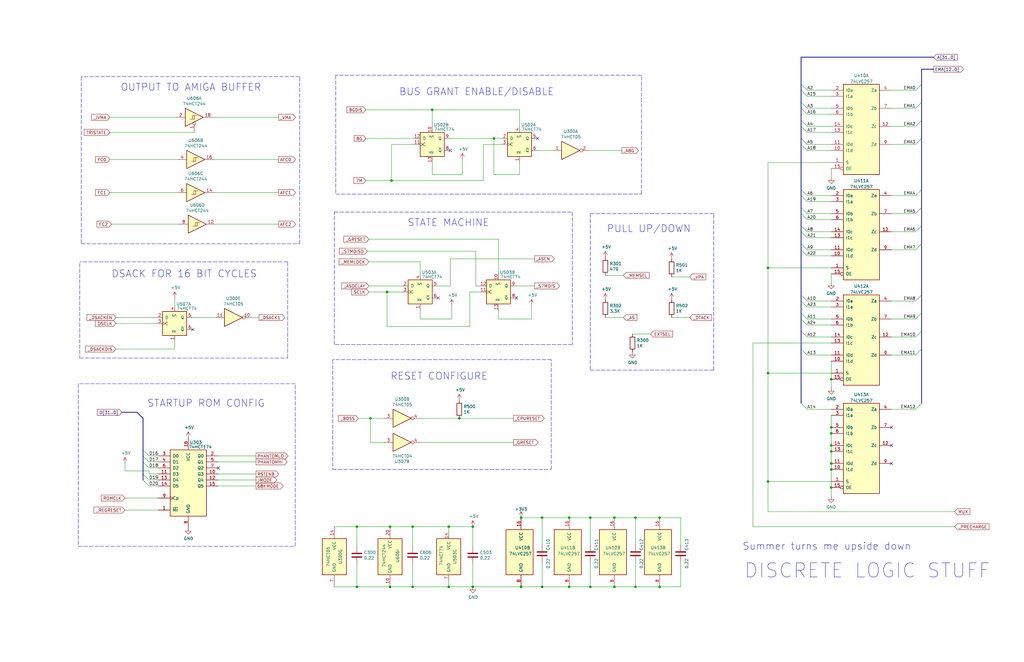
<source format=kicad_sch>
(kicad_sch (version 20211123) (generator eeschema)

  (uuid 1ba339fd-3eed-4093-adef-1f8b6939e3c2)

  (paper "B")

  (lib_symbols
    (symbol "74LVC257_1" (pin_names (offset 1.016)) (in_bom yes) (on_board yes)
      (property "Reference" "U" (id 0) (at -4.445 11.176 0)
        (effects (font (size 1.27 1.27)))
      )
      (property "Value" "74LVC257_1" (id 1) (at -7.112 -11.176 0)
        (effects (font (size 1.27 1.27)))
      )
      (property "Footprint" "Package_SO:SOIC-16_3.9x9.9mm_P1.27mm" (id 2) (at 0 0 0)
        (effects (font (size 1.27 1.27)) hide)
      )
      (property "Datasheet" "http://www.ti.com/lit/gpn/sn74LS257" (id 3) (at 0 0 0)
        (effects (font (size 1.27 1.27)) hide)
      )
      (property "ki_locked" "" (id 4) (at 0 0 0)
        (effects (font (size 1.27 1.27)))
      )
      (property "ki_keywords" "TTL MUX MUX2" (id 5) (at 0 0 0)
        (effects (font (size 1.27 1.27)) hide)
      )
      (property "ki_description" "Quad 2 to 1 Multiplexer" (id 6) (at 0 0 0)
        (effects (font (size 1.27 1.27)) hide)
      )
      (property "ki_fp_filters" "DIP?16*" (id 7) (at 0 0 0)
        (effects (font (size 1.27 1.27)) hide)
      )
      (symbol "74LVC257_1_1_0"
        (pin input line (at -12.7 -15.24 0) (length 5.08)
          (name "S" (effects (font (size 1.27 1.27))))
          (number "1" (effects (font (size 1.27 1.27))))
        )
        (pin input line (at -12.7 -10.16 0) (length 5.08)
          (name "I1d" (effects (font (size 1.27 1.27))))
          (number "10" (effects (font (size 1.27 1.27))))
        )
        (pin input line (at -12.7 -7.62 0) (length 5.08)
          (name "I0d" (effects (font (size 1.27 1.27))))
          (number "11" (effects (font (size 1.27 1.27))))
        )
        (pin tri_state line (at 12.7 0 180) (length 5.08)
          (name "Zc" (effects (font (size 1.27 1.27))))
          (number "12" (effects (font (size 1.27 1.27))))
        )
        (pin input line (at -12.7 -2.54 0) (length 5.08)
          (name "I1c" (effects (font (size 1.27 1.27))))
          (number "13" (effects (font (size 1.27 1.27))))
        )
        (pin input line (at -12.7 0 0) (length 5.08)
          (name "I0c" (effects (font (size 1.27 1.27))))
          (number "14" (effects (font (size 1.27 1.27))))
        )
        (pin input inverted (at -12.7 -17.78 0) (length 5.08)
          (name "OE" (effects (font (size 1.27 1.27))))
          (number "15" (effects (font (size 1.27 1.27))))
        )
        (pin input line (at -12.7 15.24 0) (length 5.08)
          (name "I0a" (effects (font (size 1.27 1.27))))
          (number "2" (effects (font (size 1.27 1.27))))
        )
        (pin input line (at -12.7 12.7 0) (length 5.08)
          (name "I1a" (effects (font (size 1.27 1.27))))
          (number "3" (effects (font (size 1.27 1.27))))
        )
        (pin tri_state line (at 12.7 15.24 180) (length 5.08)
          (name "Za" (effects (font (size 1.27 1.27))))
          (number "4" (effects (font (size 1.27 1.27))))
        )
        (pin input line (at -12.7 7.62 0) (length 5.08)
          (name "I0b" (effects (font (size 1.27 1.27))))
          (number "5" (effects (font (size 1.27 1.27))))
        )
        (pin input line (at -12.7 5.08 0) (length 5.08)
          (name "I1b" (effects (font (size 1.27 1.27))))
          (number "6" (effects (font (size 1.27 1.27))))
        )
        (pin tri_state line (at 12.7 7.62 180) (length 5.08)
          (name "Zb" (effects (font (size 1.27 1.27))))
          (number "7" (effects (font (size 1.27 1.27))))
        )
        (pin tri_state line (at 12.7 -7.62 180) (length 5.08)
          (name "Zd" (effects (font (size 1.27 1.27))))
          (number "9" (effects (font (size 1.27 1.27))))
        )
      )
      (symbol "74LVC257_1_1_1"
        (rectangle (start -7.62 17.78) (end 7.62 -20.32)
          (stroke (width 0.254) (type default) (color 0 0 0 0))
          (fill (type background))
        )
      )
      (symbol "74LVC257_1_2_0"
        (pin power_in line (at 0 15.24 270) (length 5.08)
          (name "VCC" (effects (font (size 1.27 1.27))))
          (number "16" (effects (font (size 1.27 1.27))))
        )
        (pin power_in line (at 0 -13.97 90) (length 5.08)
          (name "GND" (effects (font (size 1.27 1.27))))
          (number "8" (effects (font (size 1.27 1.27))))
        )
      )
      (symbol "74LVC257_1_2_1"
        (rectangle (start -6.35 10.16) (end 5.08 -8.89)
          (stroke (width 0.254) (type default) (color 0 0 0 0))
          (fill (type background))
        )
      )
    )
    (symbol "74LVC257_2" (pin_names (offset 1.016)) (in_bom yes) (on_board yes)
      (property "Reference" "U" (id 0) (at -4.445 11.176 0)
        (effects (font (size 1.27 1.27)))
      )
      (property "Value" "74LVC257_2" (id 1) (at -7.112 -11.176 0)
        (effects (font (size 1.27 1.27)))
      )
      (property "Footprint" "Package_SO:SOIC-16_3.9x9.9mm_P1.27mm" (id 2) (at 0 0 0)
        (effects (font (size 1.27 1.27)) hide)
      )
      (property "Datasheet" "http://www.ti.com/lit/gpn/sn74LS257" (id 3) (at 0 0 0)
        (effects (font (size 1.27 1.27)) hide)
      )
      (property "ki_locked" "" (id 4) (at 0 0 0)
        (effects (font (size 1.27 1.27)))
      )
      (property "ki_keywords" "TTL MUX MUX2" (id 5) (at 0 0 0)
        (effects (font (size 1.27 1.27)) hide)
      )
      (property "ki_description" "Quad 2 to 1 Multiplexer" (id 6) (at 0 0 0)
        (effects (font (size 1.27 1.27)) hide)
      )
      (property "ki_fp_filters" "DIP?16*" (id 7) (at 0 0 0)
        (effects (font (size 1.27 1.27)) hide)
      )
      (symbol "74LVC257_2_1_0"
        (pin input line (at -12.7 -15.24 0) (length 5.08)
          (name "S" (effects (font (size 1.27 1.27))))
          (number "1" (effects (font (size 1.27 1.27))))
        )
        (pin input line (at -12.7 -10.16 0) (length 5.08)
          (name "I1d" (effects (font (size 1.27 1.27))))
          (number "10" (effects (font (size 1.27 1.27))))
        )
        (pin input line (at -12.7 -7.62 0) (length 5.08)
          (name "I0d" (effects (font (size 1.27 1.27))))
          (number "11" (effects (font (size 1.27 1.27))))
        )
        (pin tri_state line (at 12.7 0 180) (length 5.08)
          (name "Zc" (effects (font (size 1.27 1.27))))
          (number "12" (effects (font (size 1.27 1.27))))
        )
        (pin input line (at -12.7 -2.54 0) (length 5.08)
          (name "I1c" (effects (font (size 1.27 1.27))))
          (number "13" (effects (font (size 1.27 1.27))))
        )
        (pin input line (at -12.7 0 0) (length 5.08)
          (name "I0c" (effects (font (size 1.27 1.27))))
          (number "14" (effects (font (size 1.27 1.27))))
        )
        (pin input inverted (at -12.7 -17.78 0) (length 5.08)
          (name "OE" (effects (font (size 1.27 1.27))))
          (number "15" (effects (font (size 1.27 1.27))))
        )
        (pin input line (at -12.7 15.24 0) (length 5.08)
          (name "I0a" (effects (font (size 1.27 1.27))))
          (number "2" (effects (font (size 1.27 1.27))))
        )
        (pin input line (at -12.7 12.7 0) (length 5.08)
          (name "I1a" (effects (font (size 1.27 1.27))))
          (number "3" (effects (font (size 1.27 1.27))))
        )
        (pin tri_state line (at 12.7 15.24 180) (length 5.08)
          (name "Za" (effects (font (size 1.27 1.27))))
          (number "4" (effects (font (size 1.27 1.27))))
        )
        (pin input line (at -12.7 7.62 0) (length 5.08)
          (name "I0b" (effects (font (size 1.27 1.27))))
          (number "5" (effects (font (size 1.27 1.27))))
        )
        (pin input line (at -12.7 5.08 0) (length 5.08)
          (name "I1b" (effects (font (size 1.27 1.27))))
          (number "6" (effects (font (size 1.27 1.27))))
        )
        (pin tri_state line (at 12.7 7.62 180) (length 5.08)
          (name "Zb" (effects (font (size 1.27 1.27))))
          (number "7" (effects (font (size 1.27 1.27))))
        )
        (pin tri_state line (at 12.7 -7.62 180) (length 5.08)
          (name "Zd" (effects (font (size 1.27 1.27))))
          (number "9" (effects (font (size 1.27 1.27))))
        )
      )
      (symbol "74LVC257_2_1_1"
        (rectangle (start -7.62 17.78) (end 7.62 -20.32)
          (stroke (width 0.254) (type default) (color 0 0 0 0))
          (fill (type background))
        )
      )
      (symbol "74LVC257_2_2_0"
        (pin power_in line (at 0 15.24 270) (length 5.08)
          (name "VCC" (effects (font (size 1.27 1.27))))
          (number "16" (effects (font (size 1.27 1.27))))
        )
        (pin power_in line (at 0 -13.97 90) (length 5.08)
          (name "GND" (effects (font (size 1.27 1.27))))
          (number "8" (effects (font (size 1.27 1.27))))
        )
      )
      (symbol "74LVC257_2_2_1"
        (rectangle (start -6.35 10.16) (end 5.08 -8.89)
          (stroke (width 0.254) (type default) (color 0 0 0 0))
          (fill (type background))
        )
      )
    )
    (symbol "74LVC257_3" (pin_names (offset 1.016)) (in_bom yes) (on_board yes)
      (property "Reference" "U" (id 0) (at -4.445 11.176 0)
        (effects (font (size 1.27 1.27)))
      )
      (property "Value" "74LVC257_3" (id 1) (at -7.112 -11.176 0)
        (effects (font (size 1.27 1.27)))
      )
      (property "Footprint" "Package_SO:SOIC-16_3.9x9.9mm_P1.27mm" (id 2) (at 0 0 0)
        (effects (font (size 1.27 1.27)) hide)
      )
      (property "Datasheet" "http://www.ti.com/lit/gpn/sn74LS257" (id 3) (at 0 0 0)
        (effects (font (size 1.27 1.27)) hide)
      )
      (property "ki_locked" "" (id 4) (at 0 0 0)
        (effects (font (size 1.27 1.27)))
      )
      (property "ki_keywords" "TTL MUX MUX2" (id 5) (at 0 0 0)
        (effects (font (size 1.27 1.27)) hide)
      )
      (property "ki_description" "Quad 2 to 1 Multiplexer" (id 6) (at 0 0 0)
        (effects (font (size 1.27 1.27)) hide)
      )
      (property "ki_fp_filters" "DIP?16*" (id 7) (at 0 0 0)
        (effects (font (size 1.27 1.27)) hide)
      )
      (symbol "74LVC257_3_1_0"
        (pin input line (at -12.7 -15.24 0) (length 5.08)
          (name "S" (effects (font (size 1.27 1.27))))
          (number "1" (effects (font (size 1.27 1.27))))
        )
        (pin input line (at -12.7 -10.16 0) (length 5.08)
          (name "I1d" (effects (font (size 1.27 1.27))))
          (number "10" (effects (font (size 1.27 1.27))))
        )
        (pin input line (at -12.7 -7.62 0) (length 5.08)
          (name "I0d" (effects (font (size 1.27 1.27))))
          (number "11" (effects (font (size 1.27 1.27))))
        )
        (pin tri_state line (at 12.7 0 180) (length 5.08)
          (name "Zc" (effects (font (size 1.27 1.27))))
          (number "12" (effects (font (size 1.27 1.27))))
        )
        (pin input line (at -12.7 -2.54 0) (length 5.08)
          (name "I1c" (effects (font (size 1.27 1.27))))
          (number "13" (effects (font (size 1.27 1.27))))
        )
        (pin input line (at -12.7 0 0) (length 5.08)
          (name "I0c" (effects (font (size 1.27 1.27))))
          (number "14" (effects (font (size 1.27 1.27))))
        )
        (pin input inverted (at -12.7 -17.78 0) (length 5.08)
          (name "OE" (effects (font (size 1.27 1.27))))
          (number "15" (effects (font (size 1.27 1.27))))
        )
        (pin input line (at -12.7 15.24 0) (length 5.08)
          (name "I0a" (effects (font (size 1.27 1.27))))
          (number "2" (effects (font (size 1.27 1.27))))
        )
        (pin input line (at -12.7 12.7 0) (length 5.08)
          (name "I1a" (effects (font (size 1.27 1.27))))
          (number "3" (effects (font (size 1.27 1.27))))
        )
        (pin tri_state line (at 12.7 15.24 180) (length 5.08)
          (name "Za" (effects (font (size 1.27 1.27))))
          (number "4" (effects (font (size 1.27 1.27))))
        )
        (pin input line (at -12.7 7.62 0) (length 5.08)
          (name "I0b" (effects (font (size 1.27 1.27))))
          (number "5" (effects (font (size 1.27 1.27))))
        )
        (pin input line (at -12.7 5.08 0) (length 5.08)
          (name "I1b" (effects (font (size 1.27 1.27))))
          (number "6" (effects (font (size 1.27 1.27))))
        )
        (pin tri_state line (at 12.7 7.62 180) (length 5.08)
          (name "Zb" (effects (font (size 1.27 1.27))))
          (number "7" (effects (font (size 1.27 1.27))))
        )
        (pin tri_state line (at 12.7 -7.62 180) (length 5.08)
          (name "Zd" (effects (font (size 1.27 1.27))))
          (number "9" (effects (font (size 1.27 1.27))))
        )
      )
      (symbol "74LVC257_3_1_1"
        (rectangle (start -7.62 17.78) (end 7.62 -20.32)
          (stroke (width 0.254) (type default) (color 0 0 0 0))
          (fill (type background))
        )
      )
      (symbol "74LVC257_3_2_0"
        (pin power_in line (at 0 15.24 270) (length 5.08)
          (name "VCC" (effects (font (size 1.27 1.27))))
          (number "16" (effects (font (size 1.27 1.27))))
        )
        (pin power_in line (at 0 -13.97 90) (length 5.08)
          (name "GND" (effects (font (size 1.27 1.27))))
          (number "8" (effects (font (size 1.27 1.27))))
        )
      )
      (symbol "74LVC257_3_2_1"
        (rectangle (start -6.35 10.16) (end 5.08 -8.89)
          (stroke (width 0.254) (type default) (color 0 0 0 0))
          (fill (type background))
        )
      )
    )
    (symbol "74LVC257_4" (pin_names (offset 1.016)) (in_bom yes) (on_board yes)
      (property "Reference" "U" (id 0) (at -4.445 11.176 0)
        (effects (font (size 1.27 1.27)))
      )
      (property "Value" "74LVC257_4" (id 1) (at -7.112 -11.176 0)
        (effects (font (size 1.27 1.27)))
      )
      (property "Footprint" "Package_SO:SOIC-16_3.9x9.9mm_P1.27mm" (id 2) (at 0 0 0)
        (effects (font (size 1.27 1.27)) hide)
      )
      (property "Datasheet" "http://www.ti.com/lit/gpn/sn74LS257" (id 3) (at 0 0 0)
        (effects (font (size 1.27 1.27)) hide)
      )
      (property "ki_locked" "" (id 4) (at 0 0 0)
        (effects (font (size 1.27 1.27)))
      )
      (property "ki_keywords" "TTL MUX MUX2" (id 5) (at 0 0 0)
        (effects (font (size 1.27 1.27)) hide)
      )
      (property "ki_description" "Quad 2 to 1 Multiplexer" (id 6) (at 0 0 0)
        (effects (font (size 1.27 1.27)) hide)
      )
      (property "ki_fp_filters" "DIP?16*" (id 7) (at 0 0 0)
        (effects (font (size 1.27 1.27)) hide)
      )
      (symbol "74LVC257_4_1_0"
        (pin input line (at -12.7 -15.24 0) (length 5.08)
          (name "S" (effects (font (size 1.27 1.27))))
          (number "1" (effects (font (size 1.27 1.27))))
        )
        (pin input line (at -12.7 -10.16 0) (length 5.08)
          (name "I1d" (effects (font (size 1.27 1.27))))
          (number "10" (effects (font (size 1.27 1.27))))
        )
        (pin input line (at -12.7 -7.62 0) (length 5.08)
          (name "I0d" (effects (font (size 1.27 1.27))))
          (number "11" (effects (font (size 1.27 1.27))))
        )
        (pin tri_state line (at 12.7 0 180) (length 5.08)
          (name "Zc" (effects (font (size 1.27 1.27))))
          (number "12" (effects (font (size 1.27 1.27))))
        )
        (pin input line (at -12.7 -2.54 0) (length 5.08)
          (name "I1c" (effects (font (size 1.27 1.27))))
          (number "13" (effects (font (size 1.27 1.27))))
        )
        (pin input line (at -12.7 0 0) (length 5.08)
          (name "I0c" (effects (font (size 1.27 1.27))))
          (number "14" (effects (font (size 1.27 1.27))))
        )
        (pin input inverted (at -12.7 -17.78 0) (length 5.08)
          (name "OE" (effects (font (size 1.27 1.27))))
          (number "15" (effects (font (size 1.27 1.27))))
        )
        (pin input line (at -12.7 15.24 0) (length 5.08)
          (name "I0a" (effects (font (size 1.27 1.27))))
          (number "2" (effects (font (size 1.27 1.27))))
        )
        (pin input line (at -12.7 12.7 0) (length 5.08)
          (name "I1a" (effects (font (size 1.27 1.27))))
          (number "3" (effects (font (size 1.27 1.27))))
        )
        (pin tri_state line (at 12.7 15.24 180) (length 5.08)
          (name "Za" (effects (font (size 1.27 1.27))))
          (number "4" (effects (font (size 1.27 1.27))))
        )
        (pin input line (at -12.7 7.62 0) (length 5.08)
          (name "I0b" (effects (font (size 1.27 1.27))))
          (number "5" (effects (font (size 1.27 1.27))))
        )
        (pin input line (at -12.7 5.08 0) (length 5.08)
          (name "I1b" (effects (font (size 1.27 1.27))))
          (number "6" (effects (font (size 1.27 1.27))))
        )
        (pin tri_state line (at 12.7 7.62 180) (length 5.08)
          (name "Zb" (effects (font (size 1.27 1.27))))
          (number "7" (effects (font (size 1.27 1.27))))
        )
        (pin tri_state line (at 12.7 -7.62 180) (length 5.08)
          (name "Zd" (effects (font (size 1.27 1.27))))
          (number "9" (effects (font (size 1.27 1.27))))
        )
      )
      (symbol "74LVC257_4_1_1"
        (rectangle (start -7.62 17.78) (end 7.62 -20.32)
          (stroke (width 0.254) (type default) (color 0 0 0 0))
          (fill (type background))
        )
      )
      (symbol "74LVC257_4_2_0"
        (pin power_in line (at 0 15.24 270) (length 5.08)
          (name "VCC" (effects (font (size 1.27 1.27))))
          (number "16" (effects (font (size 1.27 1.27))))
        )
        (pin power_in line (at 0 -13.97 90) (length 5.08)
          (name "GND" (effects (font (size 1.27 1.27))))
          (number "8" (effects (font (size 1.27 1.27))))
        )
      )
      (symbol "74LVC257_4_2_1"
        (rectangle (start -6.35 10.16) (end 5.08 -8.89)
          (stroke (width 0.254) (type default) (color 0 0 0 0))
          (fill (type background))
        )
      )
    )
    (symbol "74LVC257_5" (pin_names (offset 1.016)) (in_bom yes) (on_board yes)
      (property "Reference" "U" (id 0) (at -4.445 11.176 0)
        (effects (font (size 1.27 1.27)))
      )
      (property "Value" "74LVC257_5" (id 1) (at -7.112 -11.176 0)
        (effects (font (size 1.27 1.27)))
      )
      (property "Footprint" "Package_SO:SOIC-16_3.9x9.9mm_P1.27mm" (id 2) (at 0 0 0)
        (effects (font (size 1.27 1.27)) hide)
      )
      (property "Datasheet" "http://www.ti.com/lit/gpn/sn74LS257" (id 3) (at 0 0 0)
        (effects (font (size 1.27 1.27)) hide)
      )
      (property "ki_locked" "" (id 4) (at 0 0 0)
        (effects (font (size 1.27 1.27)))
      )
      (property "ki_keywords" "TTL MUX MUX2" (id 5) (at 0 0 0)
        (effects (font (size 1.27 1.27)) hide)
      )
      (property "ki_description" "Quad 2 to 1 Multiplexer" (id 6) (at 0 0 0)
        (effects (font (size 1.27 1.27)) hide)
      )
      (property "ki_fp_filters" "DIP?16*" (id 7) (at 0 0 0)
        (effects (font (size 1.27 1.27)) hide)
      )
      (symbol "74LVC257_5_1_0"
        (pin input line (at -12.7 -15.24 0) (length 5.08)
          (name "S" (effects (font (size 1.27 1.27))))
          (number "1" (effects (font (size 1.27 1.27))))
        )
        (pin input line (at -12.7 -10.16 0) (length 5.08)
          (name "I1d" (effects (font (size 1.27 1.27))))
          (number "10" (effects (font (size 1.27 1.27))))
        )
        (pin input line (at -12.7 -7.62 0) (length 5.08)
          (name "I0d" (effects (font (size 1.27 1.27))))
          (number "11" (effects (font (size 1.27 1.27))))
        )
        (pin tri_state line (at 12.7 0 180) (length 5.08)
          (name "Zc" (effects (font (size 1.27 1.27))))
          (number "12" (effects (font (size 1.27 1.27))))
        )
        (pin input line (at -12.7 -2.54 0) (length 5.08)
          (name "I1c" (effects (font (size 1.27 1.27))))
          (number "13" (effects (font (size 1.27 1.27))))
        )
        (pin input line (at -12.7 0 0) (length 5.08)
          (name "I0c" (effects (font (size 1.27 1.27))))
          (number "14" (effects (font (size 1.27 1.27))))
        )
        (pin input inverted (at -12.7 -17.78 0) (length 5.08)
          (name "OE" (effects (font (size 1.27 1.27))))
          (number "15" (effects (font (size 1.27 1.27))))
        )
        (pin input line (at -12.7 15.24 0) (length 5.08)
          (name "I0a" (effects (font (size 1.27 1.27))))
          (number "2" (effects (font (size 1.27 1.27))))
        )
        (pin input line (at -12.7 12.7 0) (length 5.08)
          (name "I1a" (effects (font (size 1.27 1.27))))
          (number "3" (effects (font (size 1.27 1.27))))
        )
        (pin tri_state line (at 12.7 15.24 180) (length 5.08)
          (name "Za" (effects (font (size 1.27 1.27))))
          (number "4" (effects (font (size 1.27 1.27))))
        )
        (pin input line (at -12.7 7.62 0) (length 5.08)
          (name "I0b" (effects (font (size 1.27 1.27))))
          (number "5" (effects (font (size 1.27 1.27))))
        )
        (pin input line (at -12.7 5.08 0) (length 5.08)
          (name "I1b" (effects (font (size 1.27 1.27))))
          (number "6" (effects (font (size 1.27 1.27))))
        )
        (pin tri_state line (at 12.7 7.62 180) (length 5.08)
          (name "Zb" (effects (font (size 1.27 1.27))))
          (number "7" (effects (font (size 1.27 1.27))))
        )
        (pin tri_state line (at 12.7 -7.62 180) (length 5.08)
          (name "Zd" (effects (font (size 1.27 1.27))))
          (number "9" (effects (font (size 1.27 1.27))))
        )
      )
      (symbol "74LVC257_5_1_1"
        (rectangle (start -7.62 17.78) (end 7.62 -20.32)
          (stroke (width 0.254) (type default) (color 0 0 0 0))
          (fill (type background))
        )
      )
      (symbol "74LVC257_5_2_0"
        (pin power_in line (at 0 15.24 270) (length 5.08)
          (name "VCC" (effects (font (size 1.27 1.27))))
          (number "16" (effects (font (size 1.27 1.27))))
        )
        (pin power_in line (at 0 -13.97 90) (length 5.08)
          (name "GND" (effects (font (size 1.27 1.27))))
          (number "8" (effects (font (size 1.27 1.27))))
        )
      )
      (symbol "74LVC257_5_2_1"
        (rectangle (start -6.35 10.16) (end 5.08 -8.89)
          (stroke (width 0.254) (type default) (color 0 0 0 0))
          (fill (type background))
        )
      )
    )
    (symbol "74LVC257_6" (pin_names (offset 1.016)) (in_bom yes) (on_board yes)
      (property "Reference" "U" (id 0) (at -4.445 11.176 0)
        (effects (font (size 1.27 1.27)))
      )
      (property "Value" "74LVC257_6" (id 1) (at -7.112 -11.176 0)
        (effects (font (size 1.27 1.27)))
      )
      (property "Footprint" "Package_SO:SOIC-16_3.9x9.9mm_P1.27mm" (id 2) (at 0 0 0)
        (effects (font (size 1.27 1.27)) hide)
      )
      (property "Datasheet" "http://www.ti.com/lit/gpn/sn74LS257" (id 3) (at 0 0 0)
        (effects (font (size 1.27 1.27)) hide)
      )
      (property "ki_locked" "" (id 4) (at 0 0 0)
        (effects (font (size 1.27 1.27)))
      )
      (property "ki_keywords" "TTL MUX MUX2" (id 5) (at 0 0 0)
        (effects (font (size 1.27 1.27)) hide)
      )
      (property "ki_description" "Quad 2 to 1 Multiplexer" (id 6) (at 0 0 0)
        (effects (font (size 1.27 1.27)) hide)
      )
      (property "ki_fp_filters" "DIP?16*" (id 7) (at 0 0 0)
        (effects (font (size 1.27 1.27)) hide)
      )
      (symbol "74LVC257_6_1_0"
        (pin input line (at -12.7 -15.24 0) (length 5.08)
          (name "S" (effects (font (size 1.27 1.27))))
          (number "1" (effects (font (size 1.27 1.27))))
        )
        (pin input line (at -12.7 -10.16 0) (length 5.08)
          (name "I1d" (effects (font (size 1.27 1.27))))
          (number "10" (effects (font (size 1.27 1.27))))
        )
        (pin input line (at -12.7 -7.62 0) (length 5.08)
          (name "I0d" (effects (font (size 1.27 1.27))))
          (number "11" (effects (font (size 1.27 1.27))))
        )
        (pin tri_state line (at 12.7 0 180) (length 5.08)
          (name "Zc" (effects (font (size 1.27 1.27))))
          (number "12" (effects (font (size 1.27 1.27))))
        )
        (pin input line (at -12.7 -2.54 0) (length 5.08)
          (name "I1c" (effects (font (size 1.27 1.27))))
          (number "13" (effects (font (size 1.27 1.27))))
        )
        (pin input line (at -12.7 0 0) (length 5.08)
          (name "I0c" (effects (font (size 1.27 1.27))))
          (number "14" (effects (font (size 1.27 1.27))))
        )
        (pin input inverted (at -12.7 -17.78 0) (length 5.08)
          (name "OE" (effects (font (size 1.27 1.27))))
          (number "15" (effects (font (size 1.27 1.27))))
        )
        (pin input line (at -12.7 15.24 0) (length 5.08)
          (name "I0a" (effects (font (size 1.27 1.27))))
          (number "2" (effects (font (size 1.27 1.27))))
        )
        (pin input line (at -12.7 12.7 0) (length 5.08)
          (name "I1a" (effects (font (size 1.27 1.27))))
          (number "3" (effects (font (size 1.27 1.27))))
        )
        (pin tri_state line (at 12.7 15.24 180) (length 5.08)
          (name "Za" (effects (font (size 1.27 1.27))))
          (number "4" (effects (font (size 1.27 1.27))))
        )
        (pin input line (at -12.7 7.62 0) (length 5.08)
          (name "I0b" (effects (font (size 1.27 1.27))))
          (number "5" (effects (font (size 1.27 1.27))))
        )
        (pin input line (at -12.7 5.08 0) (length 5.08)
          (name "I1b" (effects (font (size 1.27 1.27))))
          (number "6" (effects (font (size 1.27 1.27))))
        )
        (pin tri_state line (at 12.7 7.62 180) (length 5.08)
          (name "Zb" (effects (font (size 1.27 1.27))))
          (number "7" (effects (font (size 1.27 1.27))))
        )
        (pin tri_state line (at 12.7 -7.62 180) (length 5.08)
          (name "Zd" (effects (font (size 1.27 1.27))))
          (number "9" (effects (font (size 1.27 1.27))))
        )
      )
      (symbol "74LVC257_6_1_1"
        (rectangle (start -7.62 17.78) (end 7.62 -20.32)
          (stroke (width 0.254) (type default) (color 0 0 0 0))
          (fill (type background))
        )
      )
      (symbol "74LVC257_6_2_0"
        (pin power_in line (at 0 15.24 270) (length 5.08)
          (name "VCC" (effects (font (size 1.27 1.27))))
          (number "16" (effects (font (size 1.27 1.27))))
        )
        (pin power_in line (at 0 -13.97 90) (length 5.08)
          (name "GND" (effects (font (size 1.27 1.27))))
          (number "8" (effects (font (size 1.27 1.27))))
        )
      )
      (symbol "74LVC257_6_2_1"
        (rectangle (start -6.35 10.16) (end 5.08 -8.89)
          (stroke (width 0.254) (type default) (color 0 0 0 0))
          (fill (type background))
        )
      )
    )
    (symbol "74LVC257_7" (pin_names (offset 1.016)) (in_bom yes) (on_board yes)
      (property "Reference" "U" (id 0) (at -4.445 11.176 0)
        (effects (font (size 1.27 1.27)))
      )
      (property "Value" "74LVC257_7" (id 1) (at -7.112 -11.176 0)
        (effects (font (size 1.27 1.27)))
      )
      (property "Footprint" "Package_SO:SOIC-16_3.9x9.9mm_P1.27mm" (id 2) (at 0 0 0)
        (effects (font (size 1.27 1.27)) hide)
      )
      (property "Datasheet" "http://www.ti.com/lit/gpn/sn74LS257" (id 3) (at 0 0 0)
        (effects (font (size 1.27 1.27)) hide)
      )
      (property "ki_locked" "" (id 4) (at 0 0 0)
        (effects (font (size 1.27 1.27)))
      )
      (property "ki_keywords" "TTL MUX MUX2" (id 5) (at 0 0 0)
        (effects (font (size 1.27 1.27)) hide)
      )
      (property "ki_description" "Quad 2 to 1 Multiplexer" (id 6) (at 0 0 0)
        (effects (font (size 1.27 1.27)) hide)
      )
      (property "ki_fp_filters" "DIP?16*" (id 7) (at 0 0 0)
        (effects (font (size 1.27 1.27)) hide)
      )
      (symbol "74LVC257_7_1_0"
        (pin input line (at -12.7 -15.24 0) (length 5.08)
          (name "S" (effects (font (size 1.27 1.27))))
          (number "1" (effects (font (size 1.27 1.27))))
        )
        (pin input line (at -12.7 -10.16 0) (length 5.08)
          (name "I1d" (effects (font (size 1.27 1.27))))
          (number "10" (effects (font (size 1.27 1.27))))
        )
        (pin input line (at -12.7 -7.62 0) (length 5.08)
          (name "I0d" (effects (font (size 1.27 1.27))))
          (number "11" (effects (font (size 1.27 1.27))))
        )
        (pin tri_state line (at 12.7 0 180) (length 5.08)
          (name "Zc" (effects (font (size 1.27 1.27))))
          (number "12" (effects (font (size 1.27 1.27))))
        )
        (pin input line (at -12.7 -2.54 0) (length 5.08)
          (name "I1c" (effects (font (size 1.27 1.27))))
          (number "13" (effects (font (size 1.27 1.27))))
        )
        (pin input line (at -12.7 0 0) (length 5.08)
          (name "I0c" (effects (font (size 1.27 1.27))))
          (number "14" (effects (font (size 1.27 1.27))))
        )
        (pin input inverted (at -12.7 -17.78 0) (length 5.08)
          (name "OE" (effects (font (size 1.27 1.27))))
          (number "15" (effects (font (size 1.27 1.27))))
        )
        (pin input line (at -12.7 15.24 0) (length 5.08)
          (name "I0a" (effects (font (size 1.27 1.27))))
          (number "2" (effects (font (size 1.27 1.27))))
        )
        (pin input line (at -12.7 12.7 0) (length 5.08)
          (name "I1a" (effects (font (size 1.27 1.27))))
          (number "3" (effects (font (size 1.27 1.27))))
        )
        (pin tri_state line (at 12.7 15.24 180) (length 5.08)
          (name "Za" (effects (font (size 1.27 1.27))))
          (number "4" (effects (font (size 1.27 1.27))))
        )
        (pin input line (at -12.7 7.62 0) (length 5.08)
          (name "I0b" (effects (font (size 1.27 1.27))))
          (number "5" (effects (font (size 1.27 1.27))))
        )
        (pin input line (at -12.7 5.08 0) (length 5.08)
          (name "I1b" (effects (font (size 1.27 1.27))))
          (number "6" (effects (font (size 1.27 1.27))))
        )
        (pin tri_state line (at 12.7 7.62 180) (length 5.08)
          (name "Zb" (effects (font (size 1.27 1.27))))
          (number "7" (effects (font (size 1.27 1.27))))
        )
        (pin tri_state line (at 12.7 -7.62 180) (length 5.08)
          (name "Zd" (effects (font (size 1.27 1.27))))
          (number "9" (effects (font (size 1.27 1.27))))
        )
      )
      (symbol "74LVC257_7_1_1"
        (rectangle (start -7.62 17.78) (end 7.62 -20.32)
          (stroke (width 0.254) (type default) (color 0 0 0 0))
          (fill (type background))
        )
      )
      (symbol "74LVC257_7_2_0"
        (pin power_in line (at 0 15.24 270) (length 5.08)
          (name "VCC" (effects (font (size 1.27 1.27))))
          (number "16" (effects (font (size 1.27 1.27))))
        )
        (pin power_in line (at 0 -13.97 90) (length 5.08)
          (name "GND" (effects (font (size 1.27 1.27))))
          (number "8" (effects (font (size 1.27 1.27))))
        )
      )
      (symbol "74LVC257_7_2_1"
        (rectangle (start -6.35 10.16) (end 5.08 -8.89)
          (stroke (width 0.254) (type default) (color 0 0 0 0))
          (fill (type background))
        )
      )
    )
    (symbol "74xx:74LS04" (in_bom yes) (on_board yes)
      (property "Reference" "U" (id 0) (at 0 1.27 0)
        (effects (font (size 1.27 1.27)))
      )
      (property "Value" "74LS04" (id 1) (at 0 -1.27 0)
        (effects (font (size 1.27 1.27)))
      )
      (property "Footprint" "" (id 2) (at 0 0 0)
        (effects (font (size 1.27 1.27)) hide)
      )
      (property "Datasheet" "http://www.ti.com/lit/gpn/sn74LS04" (id 3) (at 0 0 0)
        (effects (font (size 1.27 1.27)) hide)
      )
      (property "ki_locked" "" (id 4) (at 0 0 0)
        (effects (font (size 1.27 1.27)))
      )
      (property "ki_keywords" "TTL not inv" (id 5) (at 0 0 0)
        (effects (font (size 1.27 1.27)) hide)
      )
      (property "ki_description" "Hex Inverter" (id 6) (at 0 0 0)
        (effects (font (size 1.27 1.27)) hide)
      )
      (property "ki_fp_filters" "DIP*W7.62mm* SSOP?14* TSSOP?14*" (id 7) (at 0 0 0)
        (effects (font (size 1.27 1.27)) hide)
      )
      (symbol "74LS04_1_0"
        (polyline
          (pts
            (xy -3.81 3.81)
            (xy -3.81 -3.81)
            (xy 3.81 0)
            (xy -3.81 3.81)
          )
          (stroke (width 0.254) (type default) (color 0 0 0 0))
          (fill (type background))
        )
        (pin input line (at -7.62 0 0) (length 3.81)
          (name "~" (effects (font (size 1.27 1.27))))
          (number "1" (effects (font (size 1.27 1.27))))
        )
        (pin output inverted (at 7.62 0 180) (length 3.81)
          (name "~" (effects (font (size 1.27 1.27))))
          (number "2" (effects (font (size 1.27 1.27))))
        )
      )
      (symbol "74LS04_2_0"
        (polyline
          (pts
            (xy -3.81 3.81)
            (xy -3.81 -3.81)
            (xy 3.81 0)
            (xy -3.81 3.81)
          )
          (stroke (width 0.254) (type default) (color 0 0 0 0))
          (fill (type background))
        )
        (pin input line (at -7.62 0 0) (length 3.81)
          (name "~" (effects (font (size 1.27 1.27))))
          (number "3" (effects (font (size 1.27 1.27))))
        )
        (pin output inverted (at 7.62 0 180) (length 3.81)
          (name "~" (effects (font (size 1.27 1.27))))
          (number "4" (effects (font (size 1.27 1.27))))
        )
      )
      (symbol "74LS04_3_0"
        (polyline
          (pts
            (xy -3.81 3.81)
            (xy -3.81 -3.81)
            (xy 3.81 0)
            (xy -3.81 3.81)
          )
          (stroke (width 0.254) (type default) (color 0 0 0 0))
          (fill (type background))
        )
        (pin input line (at -7.62 0 0) (length 3.81)
          (name "~" (effects (font (size 1.27 1.27))))
          (number "5" (effects (font (size 1.27 1.27))))
        )
        (pin output inverted (at 7.62 0 180) (length 3.81)
          (name "~" (effects (font (size 1.27 1.27))))
          (number "6" (effects (font (size 1.27 1.27))))
        )
      )
      (symbol "74LS04_4_0"
        (polyline
          (pts
            (xy -3.81 3.81)
            (xy -3.81 -3.81)
            (xy 3.81 0)
            (xy -3.81 3.81)
          )
          (stroke (width 0.254) (type default) (color 0 0 0 0))
          (fill (type background))
        )
        (pin output inverted (at 7.62 0 180) (length 3.81)
          (name "~" (effects (font (size 1.27 1.27))))
          (number "8" (effects (font (size 1.27 1.27))))
        )
        (pin input line (at -7.62 0 0) (length 3.81)
          (name "~" (effects (font (size 1.27 1.27))))
          (number "9" (effects (font (size 1.27 1.27))))
        )
      )
      (symbol "74LS04_5_0"
        (polyline
          (pts
            (xy -3.81 3.81)
            (xy -3.81 -3.81)
            (xy 3.81 0)
            (xy -3.81 3.81)
          )
          (stroke (width 0.254) (type default) (color 0 0 0 0))
          (fill (type background))
        )
        (pin output inverted (at 7.62 0 180) (length 3.81)
          (name "~" (effects (font (size 1.27 1.27))))
          (number "10" (effects (font (size 1.27 1.27))))
        )
        (pin input line (at -7.62 0 0) (length 3.81)
          (name "~" (effects (font (size 1.27 1.27))))
          (number "11" (effects (font (size 1.27 1.27))))
        )
      )
      (symbol "74LS04_6_0"
        (polyline
          (pts
            (xy -3.81 3.81)
            (xy -3.81 -3.81)
            (xy 3.81 0)
            (xy -3.81 3.81)
          )
          (stroke (width 0.254) (type default) (color 0 0 0 0))
          (fill (type background))
        )
        (pin output inverted (at 7.62 0 180) (length 3.81)
          (name "~" (effects (font (size 1.27 1.27))))
          (number "12" (effects (font (size 1.27 1.27))))
        )
        (pin input line (at -7.62 0 0) (length 3.81)
          (name "~" (effects (font (size 1.27 1.27))))
          (number "13" (effects (font (size 1.27 1.27))))
        )
      )
      (symbol "74LS04_7_0"
        (pin power_in line (at 0 12.7 270) (length 5.08)
          (name "VCC" (effects (font (size 1.27 1.27))))
          (number "14" (effects (font (size 1.27 1.27))))
        )
        (pin power_in line (at 0 -12.7 90) (length 5.08)
          (name "GND" (effects (font (size 1.27 1.27))))
          (number "7" (effects (font (size 1.27 1.27))))
        )
      )
      (symbol "74LS04_7_1"
        (rectangle (start -5.08 7.62) (end 5.08 -7.62)
          (stroke (width 0.254) (type default) (color 0 0 0 0))
          (fill (type background))
        )
      )
    )
    (symbol "74xx:74LS05" (pin_names (offset 1.016)) (in_bom yes) (on_board yes)
      (property "Reference" "U" (id 0) (at 0 1.27 0)
        (effects (font (size 1.27 1.27)))
      )
      (property "Value" "74LS05" (id 1) (at 0 -1.27 0)
        (effects (font (size 1.27 1.27)))
      )
      (property "Footprint" "" (id 2) (at 0 0 0)
        (effects (font (size 1.27 1.27)) hide)
      )
      (property "Datasheet" "http://www.ti.com/lit/gpn/sn74LS05" (id 3) (at 0 0 0)
        (effects (font (size 1.27 1.27)) hide)
      )
      (property "ki_locked" "" (id 4) (at 0 0 0)
        (effects (font (size 1.27 1.27)))
      )
      (property "ki_keywords" "TTL not inv OpenCol" (id 5) (at 0 0 0)
        (effects (font (size 1.27 1.27)) hide)
      )
      (property "ki_description" "Inverter Open Collect" (id 6) (at 0 0 0)
        (effects (font (size 1.27 1.27)) hide)
      )
      (property "ki_fp_filters" "DIP*W7.62mm*" (id 7) (at 0 0 0)
        (effects (font (size 1.27 1.27)) hide)
      )
      (symbol "74LS05_1_0"
        (polyline
          (pts
            (xy -3.81 3.81)
            (xy -3.81 -3.81)
            (xy 3.81 0)
            (xy -3.81 3.81)
          )
          (stroke (width 0.254) (type default) (color 0 0 0 0))
          (fill (type background))
        )
        (pin input line (at -7.62 0 0) (length 3.81)
          (name "~" (effects (font (size 1.27 1.27))))
          (number "1" (effects (font (size 1.27 1.27))))
        )
        (pin open_collector inverted (at 7.62 0 180) (length 3.81)
          (name "~" (effects (font (size 1.27 1.27))))
          (number "2" (effects (font (size 1.27 1.27))))
        )
      )
      (symbol "74LS05_2_0"
        (polyline
          (pts
            (xy -3.81 3.81)
            (xy -3.81 -3.81)
            (xy 3.81 0)
            (xy -3.81 3.81)
          )
          (stroke (width 0.254) (type default) (color 0 0 0 0))
          (fill (type background))
        )
        (pin input line (at -7.62 0 0) (length 3.81)
          (name "~" (effects (font (size 1.27 1.27))))
          (number "3" (effects (font (size 1.27 1.27))))
        )
        (pin open_collector inverted (at 7.62 0 180) (length 3.81)
          (name "~" (effects (font (size 1.27 1.27))))
          (number "4" (effects (font (size 1.27 1.27))))
        )
      )
      (symbol "74LS05_3_0"
        (polyline
          (pts
            (xy -3.81 3.81)
            (xy -3.81 -3.81)
            (xy 3.81 0)
            (xy -3.81 3.81)
          )
          (stroke (width 0.254) (type default) (color 0 0 0 0))
          (fill (type background))
        )
        (pin input line (at -7.62 0 0) (length 3.81)
          (name "~" (effects (font (size 1.27 1.27))))
          (number "5" (effects (font (size 1.27 1.27))))
        )
        (pin open_collector inverted (at 7.62 0 180) (length 3.81)
          (name "~" (effects (font (size 1.27 1.27))))
          (number "6" (effects (font (size 1.27 1.27))))
        )
      )
      (symbol "74LS05_4_0"
        (polyline
          (pts
            (xy -3.81 3.81)
            (xy -3.81 -3.81)
            (xy 3.81 0)
            (xy -3.81 3.81)
          )
          (stroke (width 0.254) (type default) (color 0 0 0 0))
          (fill (type background))
        )
        (pin open_collector inverted (at 7.62 0 180) (length 3.81)
          (name "~" (effects (font (size 1.27 1.27))))
          (number "8" (effects (font (size 1.27 1.27))))
        )
        (pin input line (at -7.62 0 0) (length 3.81)
          (name "~" (effects (font (size 1.27 1.27))))
          (number "9" (effects (font (size 1.27 1.27))))
        )
      )
      (symbol "74LS05_5_0"
        (polyline
          (pts
            (xy -3.81 3.81)
            (xy -3.81 -3.81)
            (xy 3.81 0)
            (xy -3.81 3.81)
          )
          (stroke (width 0.254) (type default) (color 0 0 0 0))
          (fill (type background))
        )
        (pin open_collector inverted (at 7.62 0 180) (length 3.81)
          (name "~" (effects (font (size 1.27 1.27))))
          (number "10" (effects (font (size 1.27 1.27))))
        )
        (pin input line (at -7.62 0 0) (length 3.81)
          (name "~" (effects (font (size 1.27 1.27))))
          (number "11" (effects (font (size 1.27 1.27))))
        )
      )
      (symbol "74LS05_6_0"
        (polyline
          (pts
            (xy -3.81 3.81)
            (xy -3.81 -3.81)
            (xy 3.81 0)
            (xy -3.81 3.81)
          )
          (stroke (width 0.254) (type default) (color 0 0 0 0))
          (fill (type background))
        )
        (pin open_collector inverted (at 7.62 0 180) (length 3.81)
          (name "~" (effects (font (size 1.27 1.27))))
          (number "12" (effects (font (size 1.27 1.27))))
        )
        (pin input line (at -7.62 0 0) (length 3.81)
          (name "~" (effects (font (size 1.27 1.27))))
          (number "13" (effects (font (size 1.27 1.27))))
        )
      )
      (symbol "74LS05_7_0"
        (pin power_in line (at 0 12.7 270) (length 5.08)
          (name "VCC" (effects (font (size 1.27 1.27))))
          (number "14" (effects (font (size 1.27 1.27))))
        )
        (pin power_in line (at 0 -12.7 90) (length 5.08)
          (name "GND" (effects (font (size 1.27 1.27))))
          (number "7" (effects (font (size 1.27 1.27))))
        )
      )
      (symbol "74LS05_7_1"
        (rectangle (start -5.08 7.62) (end 5.08 -7.62)
          (stroke (width 0.254) (type default) (color 0 0 0 0))
          (fill (type background))
        )
      )
    )
    (symbol "74xx:74LS174" (pin_names (offset 1.016)) (in_bom yes) (on_board yes)
      (property "Reference" "U" (id 0) (at -7.62 13.97 0)
        (effects (font (size 1.27 1.27)))
      )
      (property "Value" "74LS174" (id 1) (at -7.62 -16.51 0)
        (effects (font (size 1.27 1.27)))
      )
      (property "Footprint" "" (id 2) (at 0 0 0)
        (effects (font (size 1.27 1.27)) hide)
      )
      (property "Datasheet" "http://www.ti.com/lit/gpn/sn74LS174" (id 3) (at 0 0 0)
        (effects (font (size 1.27 1.27)) hide)
      )
      (property "ki_locked" "" (id 4) (at 0 0 0)
        (effects (font (size 1.27 1.27)))
      )
      (property "ki_keywords" "TTL REG REG6 DFF" (id 5) (at 0 0 0)
        (effects (font (size 1.27 1.27)) hide)
      )
      (property "ki_description" "Hex D-type Flip-Flop, reset" (id 6) (at 0 0 0)
        (effects (font (size 1.27 1.27)) hide)
      )
      (property "ki_fp_filters" "DIP?16*" (id 7) (at 0 0 0)
        (effects (font (size 1.27 1.27)) hide)
      )
      (symbol "74LS174_1_0"
        (pin input line (at -12.7 -12.7 0) (length 5.08)
          (name "~{Mr}" (effects (font (size 1.27 1.27))))
          (number "1" (effects (font (size 1.27 1.27))))
        )
        (pin output line (at 12.7 2.54 180) (length 5.08)
          (name "Q3" (effects (font (size 1.27 1.27))))
          (number "10" (effects (font (size 1.27 1.27))))
        )
        (pin input line (at -12.7 2.54 0) (length 5.08)
          (name "D3" (effects (font (size 1.27 1.27))))
          (number "11" (effects (font (size 1.27 1.27))))
        )
        (pin output line (at 12.7 0 180) (length 5.08)
          (name "Q4" (effects (font (size 1.27 1.27))))
          (number "12" (effects (font (size 1.27 1.27))))
        )
        (pin input line (at -12.7 0 0) (length 5.08)
          (name "D4" (effects (font (size 1.27 1.27))))
          (number "13" (effects (font (size 1.27 1.27))))
        )
        (pin input line (at -12.7 -2.54 0) (length 5.08)
          (name "D5" (effects (font (size 1.27 1.27))))
          (number "14" (effects (font (size 1.27 1.27))))
        )
        (pin output line (at 12.7 -2.54 180) (length 5.08)
          (name "Q5" (effects (font (size 1.27 1.27))))
          (number "15" (effects (font (size 1.27 1.27))))
        )
        (pin power_in line (at 0 17.78 270) (length 5.08)
          (name "VCC" (effects (font (size 1.27 1.27))))
          (number "16" (effects (font (size 1.27 1.27))))
        )
        (pin output line (at 12.7 10.16 180) (length 5.08)
          (name "Q0" (effects (font (size 1.27 1.27))))
          (number "2" (effects (font (size 1.27 1.27))))
        )
        (pin input line (at -12.7 10.16 0) (length 5.08)
          (name "D0" (effects (font (size 1.27 1.27))))
          (number "3" (effects (font (size 1.27 1.27))))
        )
        (pin input line (at -12.7 7.62 0) (length 5.08)
          (name "D1" (effects (font (size 1.27 1.27))))
          (number "4" (effects (font (size 1.27 1.27))))
        )
        (pin output line (at 12.7 7.62 180) (length 5.08)
          (name "Q1" (effects (font (size 1.27 1.27))))
          (number "5" (effects (font (size 1.27 1.27))))
        )
        (pin input line (at -12.7 5.08 0) (length 5.08)
          (name "D2" (effects (font (size 1.27 1.27))))
          (number "6" (effects (font (size 1.27 1.27))))
        )
        (pin output line (at 12.7 5.08 180) (length 5.08)
          (name "Q2" (effects (font (size 1.27 1.27))))
          (number "7" (effects (font (size 1.27 1.27))))
        )
        (pin power_in line (at 0 -20.32 90) (length 5.08)
          (name "GND" (effects (font (size 1.27 1.27))))
          (number "8" (effects (font (size 1.27 1.27))))
        )
        (pin input clock (at -12.7 -7.62 0) (length 5.08)
          (name "Cp" (effects (font (size 1.27 1.27))))
          (number "9" (effects (font (size 1.27 1.27))))
        )
      )
      (symbol "74LS174_1_1"
        (rectangle (start -7.62 12.7) (end 7.62 -15.24)
          (stroke (width 0.254) (type default) (color 0 0 0 0))
          (fill (type background))
        )
      )
    )
    (symbol "74xx:74LS244_Split" (in_bom yes) (on_board yes)
      (property "Reference" "U" (id 0) (at 0 1.27 0)
        (effects (font (size 1.27 1.27)))
      )
      (property "Value" "74LS244_Split" (id 1) (at 0 -1.27 0)
        (effects (font (size 1.27 1.27)))
      )
      (property "Footprint" "" (id 2) (at 0 0 0)
        (effects (font (size 1.27 1.27)) hide)
      )
      (property "Datasheet" "http://www.ti.com/lit/ds/symlink/sn74ls241.pdf" (id 3) (at 0 0 0)
        (effects (font (size 1.27 1.27)) hide)
      )
      (property "ki_locked" "" (id 4) (at 0 0 0)
        (effects (font (size 1.27 1.27)))
      )
      (property "ki_keywords" "7400 logic ttl low power schottky" (id 5) (at 0 0 0)
        (effects (font (size 1.27 1.27)) hide)
      )
      (property "ki_description" "Octal Buffer and Line Driver With 3-State Output, active-low enables, non-inverting outputs, split symbol" (id 6) (at 0 0 0)
        (effects (font (size 1.27 1.27)) hide)
      )
      (property "ki_fp_filters" "DIP*W7.62mm* SOIC*7.5x12.8mm*P1.27mm* *SSOP*5.3x7.2mm*P0.65mm*" (id 7) (at 0 0 0)
        (effects (font (size 1.27 1.27)) hide)
      )
      (symbol "74LS244_Split_1_0"
        (polyline
          (pts
            (xy -3.81 3.81)
            (xy -3.81 -3.81)
            (xy 3.81 0)
            (xy -3.81 3.81)
          )
          (stroke (width 0.254) (type default) (color 0 0 0 0))
          (fill (type background))
        )
        (pin input inverted (at 0 -6.35 90) (length 4.445)
          (name "~" (effects (font (size 1.27 1.27))))
          (number "1" (effects (font (size 1.27 1.27))))
        )
        (pin tri_state line (at 7.62 0 180) (length 3.81)
          (name "~" (effects (font (size 1.27 1.27))))
          (number "18" (effects (font (size 1.27 1.27))))
        )
        (pin input line (at -7.62 0 0) (length 3.81)
          (name "~" (effects (font (size 1.27 1.27))))
          (number "2" (effects (font (size 1.27 1.27))))
        )
      )
      (symbol "74LS244_Split_1_1"
        (polyline
          (pts
            (xy 0 0.762)
            (xy 0 -0.762)
            (xy -1.778 -0.762)
          )
          (stroke (width 0) (type default) (color 0 0 0 0))
          (fill (type none))
        )
        (polyline
          (pts
            (xy 1.016 0.762)
            (xy -0.762 0.762)
            (xy -0.762 -0.762)
          )
          (stroke (width 0) (type default) (color 0 0 0 0))
          (fill (type none))
        )
      )
      (symbol "74LS244_Split_2_0"
        (polyline
          (pts
            (xy -3.81 3.81)
            (xy -3.81 -3.81)
            (xy 3.81 0)
            (xy -3.81 3.81)
          )
          (stroke (width 0.254) (type default) (color 0 0 0 0))
          (fill (type background))
        )
        (pin tri_state line (at 7.62 0 180) (length 3.81)
          (name "~" (effects (font (size 1.27 1.27))))
          (number "16" (effects (font (size 1.27 1.27))))
        )
        (pin input line (at -7.62 0 0) (length 3.81)
          (name "~" (effects (font (size 1.27 1.27))))
          (number "4" (effects (font (size 1.27 1.27))))
        )
      )
      (symbol "74LS244_Split_2_1"
        (polyline
          (pts
            (xy 0 0.762)
            (xy 0 -0.762)
            (xy -1.778 -0.762)
          )
          (stroke (width 0) (type default) (color 0 0 0 0))
          (fill (type none))
        )
        (polyline
          (pts
            (xy 1.016 0.762)
            (xy -0.762 0.762)
            (xy -0.762 -0.762)
          )
          (stroke (width 0) (type default) (color 0 0 0 0))
          (fill (type none))
        )
      )
      (symbol "74LS244_Split_3_0"
        (polyline
          (pts
            (xy -3.81 3.81)
            (xy -3.81 -3.81)
            (xy 3.81 0)
            (xy -3.81 3.81)
          )
          (stroke (width 0.254) (type default) (color 0 0 0 0))
          (fill (type background))
        )
        (pin tri_state line (at 7.62 0 180) (length 3.81)
          (name "~" (effects (font (size 1.27 1.27))))
          (number "14" (effects (font (size 1.27 1.27))))
        )
        (pin input line (at -7.62 0 0) (length 3.81)
          (name "~" (effects (font (size 1.27 1.27))))
          (number "6" (effects (font (size 1.27 1.27))))
        )
      )
      (symbol "74LS244_Split_3_1"
        (polyline
          (pts
            (xy 0 0.762)
            (xy 0 -0.762)
            (xy -1.778 -0.762)
          )
          (stroke (width 0) (type default) (color 0 0 0 0))
          (fill (type none))
        )
        (polyline
          (pts
            (xy 1.016 0.762)
            (xy -0.762 0.762)
            (xy -0.762 -0.762)
          )
          (stroke (width 0) (type default) (color 0 0 0 0))
          (fill (type none))
        )
      )
      (symbol "74LS244_Split_4_0"
        (polyline
          (pts
            (xy -3.81 3.81)
            (xy -3.81 -3.81)
            (xy 3.81 0)
            (xy -3.81 3.81)
          )
          (stroke (width 0.254) (type default) (color 0 0 0 0))
          (fill (type background))
        )
        (pin tri_state line (at 7.62 0 180) (length 3.81)
          (name "~" (effects (font (size 1.27 1.27))))
          (number "12" (effects (font (size 1.27 1.27))))
        )
        (pin input line (at -7.62 0 0) (length 3.81)
          (name "~" (effects (font (size 1.27 1.27))))
          (number "8" (effects (font (size 1.27 1.27))))
        )
      )
      (symbol "74LS244_Split_4_1"
        (polyline
          (pts
            (xy 0 0.762)
            (xy 0 -0.762)
            (xy -1.778 -0.762)
          )
          (stroke (width 0) (type default) (color 0 0 0 0))
          (fill (type none))
        )
        (polyline
          (pts
            (xy 1.016 0.762)
            (xy -0.762 0.762)
            (xy -0.762 -0.762)
          )
          (stroke (width 0) (type default) (color 0 0 0 0))
          (fill (type none))
        )
      )
      (symbol "74LS244_Split_5_0"
        (polyline
          (pts
            (xy -3.81 3.81)
            (xy -3.81 -3.81)
            (xy 3.81 0)
            (xy -3.81 3.81)
          )
          (stroke (width 0.254) (type default) (color 0 0 0 0))
          (fill (type background))
        )
        (pin input line (at -7.62 0 0) (length 3.81)
          (name "~" (effects (font (size 1.27 1.27))))
          (number "11" (effects (font (size 1.27 1.27))))
        )
        (pin input inverted (at 0 -6.35 90) (length 4.445)
          (name "~" (effects (font (size 1.27 1.27))))
          (number "19" (effects (font (size 1.27 1.27))))
        )
        (pin tri_state line (at 7.62 0 180) (length 3.81)
          (name "~" (effects (font (size 1.27 1.27))))
          (number "9" (effects (font (size 1.27 1.27))))
        )
      )
      (symbol "74LS244_Split_5_1"
        (polyline
          (pts
            (xy 0 0.762)
            (xy 0 -0.762)
            (xy -1.778 -0.762)
          )
          (stroke (width 0) (type default) (color 0 0 0 0))
          (fill (type none))
        )
        (polyline
          (pts
            (xy 1.016 0.762)
            (xy -0.762 0.762)
            (xy -0.762 -0.762)
          )
          (stroke (width 0) (type default) (color 0 0 0 0))
          (fill (type none))
        )
      )
      (symbol "74LS244_Split_6_0"
        (polyline
          (pts
            (xy -3.81 3.81)
            (xy -3.81 -3.81)
            (xy 3.81 0)
            (xy -3.81 3.81)
          )
          (stroke (width 0.254) (type default) (color 0 0 0 0))
          (fill (type background))
        )
        (pin input line (at -7.62 0 0) (length 3.81)
          (name "~" (effects (font (size 1.27 1.27))))
          (number "13" (effects (font (size 1.27 1.27))))
        )
        (pin tri_state line (at 7.62 0 180) (length 3.81)
          (name "~" (effects (font (size 1.27 1.27))))
          (number "7" (effects (font (size 1.27 1.27))))
        )
      )
      (symbol "74LS244_Split_6_1"
        (polyline
          (pts
            (xy 0 0.762)
            (xy 0 -0.762)
            (xy -1.778 -0.762)
          )
          (stroke (width 0) (type default) (color 0 0 0 0))
          (fill (type none))
        )
        (polyline
          (pts
            (xy 1.016 0.762)
            (xy -0.762 0.762)
            (xy -0.762 -0.762)
          )
          (stroke (width 0) (type default) (color 0 0 0 0))
          (fill (type none))
        )
      )
      (symbol "74LS244_Split_7_0"
        (polyline
          (pts
            (xy -3.81 3.81)
            (xy -3.81 -3.81)
            (xy 3.81 0)
            (xy -3.81 3.81)
          )
          (stroke (width 0.254) (type default) (color 0 0 0 0))
          (fill (type background))
        )
        (pin input line (at -7.62 0 0) (length 3.81)
          (name "~" (effects (font (size 1.27 1.27))))
          (number "15" (effects (font (size 1.27 1.27))))
        )
        (pin tri_state line (at 7.62 0 180) (length 3.81)
          (name "~" (effects (font (size 1.27 1.27))))
          (number "5" (effects (font (size 1.27 1.27))))
        )
      )
      (symbol "74LS244_Split_7_1"
        (polyline
          (pts
            (xy 0 0.762)
            (xy 0 -0.762)
            (xy -1.778 -0.762)
          )
          (stroke (width 0) (type default) (color 0 0 0 0))
          (fill (type none))
        )
        (polyline
          (pts
            (xy 1.016 0.762)
            (xy -0.762 0.762)
            (xy -0.762 -0.762)
          )
          (stroke (width 0) (type default) (color 0 0 0 0))
          (fill (type none))
        )
      )
      (symbol "74LS244_Split_8_0"
        (polyline
          (pts
            (xy -3.81 3.81)
            (xy -3.81 -3.81)
            (xy 3.81 0)
            (xy -3.81 3.81)
          )
          (stroke (width 0.254) (type default) (color 0 0 0 0))
          (fill (type background))
        )
        (pin input line (at -7.62 0 0) (length 3.81)
          (name "~" (effects (font (size 1.27 1.27))))
          (number "17" (effects (font (size 1.27 1.27))))
        )
        (pin tri_state line (at 7.62 0 180) (length 3.81)
          (name "~" (effects (font (size 1.27 1.27))))
          (number "3" (effects (font (size 1.27 1.27))))
        )
      )
      (symbol "74LS244_Split_8_1"
        (polyline
          (pts
            (xy 0 0.762)
            (xy 0 -0.762)
            (xy -1.778 -0.762)
          )
          (stroke (width 0) (type default) (color 0 0 0 0))
          (fill (type none))
        )
        (polyline
          (pts
            (xy 1.016 0.762)
            (xy -0.762 0.762)
            (xy -0.762 -0.762)
          )
          (stroke (width 0) (type default) (color 0 0 0 0))
          (fill (type none))
        )
      )
      (symbol "74LS244_Split_9_0"
        (pin power_in line (at 0 -12.7 90) (length 5.08)
          (name "GND" (effects (font (size 1.27 1.27))))
          (number "10" (effects (font (size 1.27 1.27))))
        )
        (pin power_in line (at 0 12.7 270) (length 5.08)
          (name "VCC" (effects (font (size 1.27 1.27))))
          (number "20" (effects (font (size 1.27 1.27))))
        )
      )
      (symbol "74LS244_Split_9_1"
        (rectangle (start -5.08 7.62) (end 5.08 -7.62)
          (stroke (width 0.254) (type default) (color 0 0 0 0))
          (fill (type background))
        )
      )
    )
    (symbol "74xx:74LS74" (pin_names (offset 1.016)) (in_bom yes) (on_board yes)
      (property "Reference" "U" (id 0) (at -7.62 8.89 0)
        (effects (font (size 1.27 1.27)))
      )
      (property "Value" "74LS74" (id 1) (at -7.62 -8.89 0)
        (effects (font (size 1.27 1.27)))
      )
      (property "Footprint" "" (id 2) (at 0 0 0)
        (effects (font (size 1.27 1.27)) hide)
      )
      (property "Datasheet" "74xx/74hc_hct74.pdf" (id 3) (at 0 0 0)
        (effects (font (size 1.27 1.27)) hide)
      )
      (property "ki_locked" "" (id 4) (at 0 0 0)
        (effects (font (size 1.27 1.27)))
      )
      (property "ki_keywords" "TTL DFF" (id 5) (at 0 0 0)
        (effects (font (size 1.27 1.27)) hide)
      )
      (property "ki_description" "Dual D Flip-flop, Set & Reset" (id 6) (at 0 0 0)
        (effects (font (size 1.27 1.27)) hide)
      )
      (property "ki_fp_filters" "DIP*W7.62mm*" (id 7) (at 0 0 0)
        (effects (font (size 1.27 1.27)) hide)
      )
      (symbol "74LS74_1_0"
        (pin input line (at 0 -7.62 90) (length 2.54)
          (name "~{R}" (effects (font (size 1.27 1.27))))
          (number "1" (effects (font (size 1.27 1.27))))
        )
        (pin input line (at -7.62 2.54 0) (length 2.54)
          (name "D" (effects (font (size 1.27 1.27))))
          (number "2" (effects (font (size 1.27 1.27))))
        )
        (pin input clock (at -7.62 0 0) (length 2.54)
          (name "C" (effects (font (size 1.27 1.27))))
          (number "3" (effects (font (size 1.27 1.27))))
        )
        (pin input line (at 0 7.62 270) (length 2.54)
          (name "~{S}" (effects (font (size 1.27 1.27))))
          (number "4" (effects (font (size 1.27 1.27))))
        )
        (pin output line (at 7.62 2.54 180) (length 2.54)
          (name "Q" (effects (font (size 1.27 1.27))))
          (number "5" (effects (font (size 1.27 1.27))))
        )
        (pin output line (at 7.62 -2.54 180) (length 2.54)
          (name "~{Q}" (effects (font (size 1.27 1.27))))
          (number "6" (effects (font (size 1.27 1.27))))
        )
      )
      (symbol "74LS74_1_1"
        (rectangle (start -5.08 5.08) (end 5.08 -5.08)
          (stroke (width 0.254) (type default) (color 0 0 0 0))
          (fill (type background))
        )
      )
      (symbol "74LS74_2_0"
        (pin input line (at 0 7.62 270) (length 2.54)
          (name "~{S}" (effects (font (size 1.27 1.27))))
          (number "10" (effects (font (size 1.27 1.27))))
        )
        (pin input clock (at -7.62 0 0) (length 2.54)
          (name "C" (effects (font (size 1.27 1.27))))
          (number "11" (effects (font (size 1.27 1.27))))
        )
        (pin input line (at -7.62 2.54 0) (length 2.54)
          (name "D" (effects (font (size 1.27 1.27))))
          (number "12" (effects (font (size 1.27 1.27))))
        )
        (pin input line (at 0 -7.62 90) (length 2.54)
          (name "~{R}" (effects (font (size 1.27 1.27))))
          (number "13" (effects (font (size 1.27 1.27))))
        )
        (pin output line (at 7.62 -2.54 180) (length 2.54)
          (name "~{Q}" (effects (font (size 1.27 1.27))))
          (number "8" (effects (font (size 1.27 1.27))))
        )
        (pin output line (at 7.62 2.54 180) (length 2.54)
          (name "Q" (effects (font (size 1.27 1.27))))
          (number "9" (effects (font (size 1.27 1.27))))
        )
      )
      (symbol "74LS74_2_1"
        (rectangle (start -5.08 5.08) (end 5.08 -5.08)
          (stroke (width 0.254) (type default) (color 0 0 0 0))
          (fill (type background))
        )
      )
      (symbol "74LS74_3_0"
        (pin power_in line (at 0 10.16 270) (length 2.54)
          (name "VCC" (effects (font (size 1.27 1.27))))
          (number "14" (effects (font (size 1.27 1.27))))
        )
        (pin power_in line (at 0 -10.16 90) (length 2.54)
          (name "GND" (effects (font (size 1.27 1.27))))
          (number "7" (effects (font (size 1.27 1.27))))
        )
      )
      (symbol "74LS74_3_1"
        (rectangle (start -5.08 7.62) (end 5.08 -7.62)
          (stroke (width 0.254) (type default) (color 0 0 0 0))
          (fill (type background))
        )
      )
    )
    (symbol "Device:C" (pin_numbers hide) (pin_names (offset 0.254)) (in_bom yes) (on_board yes)
      (property "Reference" "C" (id 0) (at 0.635 2.54 0)
        (effects (font (size 1.27 1.27)) (justify left))
      )
      (property "Value" "C" (id 1) (at 0.635 -2.54 0)
        (effects (font (size 1.27 1.27)) (justify left))
      )
      (property "Footprint" "" (id 2) (at 0.9652 -3.81 0)
        (effects (font (size 1.27 1.27)) hide)
      )
      (property "Datasheet" "~" (id 3) (at 0 0 0)
        (effects (font (size 1.27 1.27)) hide)
      )
      (property "ki_keywords" "cap capacitor" (id 4) (at 0 0 0)
        (effects (font (size 1.27 1.27)) hide)
      )
      (property "ki_description" "Unpolarized capacitor" (id 5) (at 0 0 0)
        (effects (font (size 1.27 1.27)) hide)
      )
      (property "ki_fp_filters" "C_*" (id 6) (at 0 0 0)
        (effects (font (size 1.27 1.27)) hide)
      )
      (symbol "C_0_1"
        (polyline
          (pts
            (xy -2.032 -0.762)
            (xy 2.032 -0.762)
          )
          (stroke (width 0.508) (type default) (color 0 0 0 0))
          (fill (type none))
        )
        (polyline
          (pts
            (xy -2.032 0.762)
            (xy 2.032 0.762)
          )
          (stroke (width 0.508) (type default) (color 0 0 0 0))
          (fill (type none))
        )
      )
      (symbol "C_1_1"
        (pin passive line (at 0 3.81 270) (length 2.794)
          (name "~" (effects (font (size 1.27 1.27))))
          (number "1" (effects (font (size 1.27 1.27))))
        )
        (pin passive line (at 0 -3.81 90) (length 2.794)
          (name "~" (effects (font (size 1.27 1.27))))
          (number "2" (effects (font (size 1.27 1.27))))
        )
      )
    )
    (symbol "Device:R" (pin_numbers hide) (pin_names (offset 0)) (in_bom yes) (on_board yes)
      (property "Reference" "R" (id 0) (at 2.032 0 90)
        (effects (font (size 1.27 1.27)))
      )
      (property "Value" "R" (id 1) (at 0 0 90)
        (effects (font (size 1.27 1.27)))
      )
      (property "Footprint" "" (id 2) (at -1.778 0 90)
        (effects (font (size 1.27 1.27)) hide)
      )
      (property "Datasheet" "~" (id 3) (at 0 0 0)
        (effects (font (size 1.27 1.27)) hide)
      )
      (property "ki_keywords" "R res resistor" (id 4) (at 0 0 0)
        (effects (font (size 1.27 1.27)) hide)
      )
      (property "ki_description" "Resistor" (id 5) (at 0 0 0)
        (effects (font (size 1.27 1.27)) hide)
      )
      (property "ki_fp_filters" "R_*" (id 6) (at 0 0 0)
        (effects (font (size 1.27 1.27)) hide)
      )
      (symbol "R_0_1"
        (rectangle (start -1.016 -2.54) (end 1.016 2.54)
          (stroke (width 0.254) (type default) (color 0 0 0 0))
          (fill (type none))
        )
      )
      (symbol "R_1_1"
        (pin passive line (at 0 3.81 270) (length 1.27)
          (name "~" (effects (font (size 1.27 1.27))))
          (number "1" (effects (font (size 1.27 1.27))))
        )
        (pin passive line (at 0 -3.81 90) (length 1.27)
          (name "~" (effects (font (size 1.27 1.27))))
          (number "2" (effects (font (size 1.27 1.27))))
        )
      )
    )
    (symbol "N2630:74LVC257" (pin_names (offset 1.016)) (in_bom yes) (on_board yes)
      (property "Reference" "U" (id 0) (at -4.445 11.176 0)
        (effects (font (size 1.27 1.27)))
      )
      (property "Value" "74LVC257" (id 1) (at -7.112 -11.176 0)
        (effects (font (size 1.27 1.27)))
      )
      (property "Footprint" "Package_SO:SOIC-16_3.9x9.9mm_P1.27mm" (id 2) (at 0 0 0)
        (effects (font (size 1.27 1.27)) hide)
      )
      (property "Datasheet" "http://www.ti.com/lit/gpn/sn74LS257" (id 3) (at 0 0 0)
        (effects (font (size 1.27 1.27)) hide)
      )
      (property "ki_locked" "" (id 4) (at 0 0 0)
        (effects (font (size 1.27 1.27)))
      )
      (property "ki_keywords" "TTL MUX MUX2" (id 5) (at 0 0 0)
        (effects (font (size 1.27 1.27)) hide)
      )
      (property "ki_description" "Quad 2 to 1 Multiplexer" (id 6) (at 0 0 0)
        (effects (font (size 1.27 1.27)) hide)
      )
      (property "ki_fp_filters" "DIP?16*" (id 7) (at 0 0 0)
        (effects (font (size 1.27 1.27)) hide)
      )
      (symbol "74LVC257_1_0"
        (pin input line (at -12.7 -15.24 0) (length 5.08)
          (name "S" (effects (font (size 1.27 1.27))))
          (number "1" (effects (font (size 1.27 1.27))))
        )
        (pin input line (at -12.7 -10.16 0) (length 5.08)
          (name "I1d" (effects (font (size 1.27 1.27))))
          (number "10" (effects (font (size 1.27 1.27))))
        )
        (pin input line (at -12.7 -7.62 0) (length 5.08)
          (name "I0d" (effects (font (size 1.27 1.27))))
          (number "11" (effects (font (size 1.27 1.27))))
        )
        (pin tri_state line (at 12.7 0 180) (length 5.08)
          (name "Zc" (effects (font (size 1.27 1.27))))
          (number "12" (effects (font (size 1.27 1.27))))
        )
        (pin input line (at -12.7 -2.54 0) (length 5.08)
          (name "I1c" (effects (font (size 1.27 1.27))))
          (number "13" (effects (font (size 1.27 1.27))))
        )
        (pin input line (at -12.7 0 0) (length 5.08)
          (name "I0c" (effects (font (size 1.27 1.27))))
          (number "14" (effects (font (size 1.27 1.27))))
        )
        (pin input inverted (at -12.7 -17.78 0) (length 5.08)
          (name "OE" (effects (font (size 1.27 1.27))))
          (number "15" (effects (font (size 1.27 1.27))))
        )
        (pin input line (at -12.7 15.24 0) (length 5.08)
          (name "I0a" (effects (font (size 1.27 1.27))))
          (number "2" (effects (font (size 1.27 1.27))))
        )
        (pin input line (at -12.7 12.7 0) (length 5.08)
          (name "I1a" (effects (font (size 1.27 1.27))))
          (number "3" (effects (font (size 1.27 1.27))))
        )
        (pin tri_state line (at 12.7 15.24 180) (length 5.08)
          (name "Za" (effects (font (size 1.27 1.27))))
          (number "4" (effects (font (size 1.27 1.27))))
        )
        (pin input line (at -12.7 7.62 0) (length 5.08)
          (name "I0b" (effects (font (size 1.27 1.27))))
          (number "5" (effects (font (size 1.27 1.27))))
        )
        (pin input line (at -12.7 5.08 0) (length 5.08)
          (name "I1b" (effects (font (size 1.27 1.27))))
          (number "6" (effects (font (size 1.27 1.27))))
        )
        (pin tri_state line (at 12.7 7.62 180) (length 5.08)
          (name "Zb" (effects (font (size 1.27 1.27))))
          (number "7" (effects (font (size 1.27 1.27))))
        )
        (pin tri_state line (at 12.7 -7.62 180) (length 5.08)
          (name "Zd" (effects (font (size 1.27 1.27))))
          (number "9" (effects (font (size 1.27 1.27))))
        )
      )
      (symbol "74LVC257_1_1"
        (rectangle (start -7.62 17.78) (end 7.62 -20.32)
          (stroke (width 0.254) (type default) (color 0 0 0 0))
          (fill (type background))
        )
      )
      (symbol "74LVC257_2_0"
        (pin power_in line (at 0 15.24 270) (length 5.08)
          (name "VCC" (effects (font (size 1.27 1.27))))
          (number "16" (effects (font (size 1.27 1.27))))
        )
        (pin power_in line (at 0 -13.97 90) (length 5.08)
          (name "GND" (effects (font (size 1.27 1.27))))
          (number "8" (effects (font (size 1.27 1.27))))
        )
      )
      (symbol "74LVC257_2_1"
        (rectangle (start -6.35 10.16) (end 5.08 -8.89)
          (stroke (width 0.254) (type default) (color 0 0 0 0))
          (fill (type background))
        )
      )
    )
    (symbol "power:+3.3V" (power) (pin_names (offset 0)) (in_bom yes) (on_board yes)
      (property "Reference" "#PWR" (id 0) (at 0 -3.81 0)
        (effects (font (size 1.27 1.27)) hide)
      )
      (property "Value" "+3.3V" (id 1) (at 0 3.556 0)
        (effects (font (size 1.27 1.27)))
      )
      (property "Footprint" "" (id 2) (at 0 0 0)
        (effects (font (size 1.27 1.27)) hide)
      )
      (property "Datasheet" "" (id 3) (at 0 0 0)
        (effects (font (size 1.27 1.27)) hide)
      )
      (property "ki_keywords" "power-flag" (id 4) (at 0 0 0)
        (effects (font (size 1.27 1.27)) hide)
      )
      (property "ki_description" "Power symbol creates a global label with name \"+3.3V\"" (id 5) (at 0 0 0)
        (effects (font (size 1.27 1.27)) hide)
      )
      (symbol "+3.3V_0_1"
        (polyline
          (pts
            (xy -0.762 1.27)
            (xy 0 2.54)
          )
          (stroke (width 0) (type default) (color 0 0 0 0))
          (fill (type none))
        )
        (polyline
          (pts
            (xy 0 0)
            (xy 0 2.54)
          )
          (stroke (width 0) (type default) (color 0 0 0 0))
          (fill (type none))
        )
        (polyline
          (pts
            (xy 0 2.54)
            (xy 0.762 1.27)
          )
          (stroke (width 0) (type default) (color 0 0 0 0))
          (fill (type none))
        )
      )
      (symbol "+3.3V_1_1"
        (pin power_in line (at 0 0 90) (length 0) hide
          (name "+3V3" (effects (font (size 1.27 1.27))))
          (number "1" (effects (font (size 1.27 1.27))))
        )
      )
    )
    (symbol "power:+5V" (power) (pin_names (offset 0)) (in_bom yes) (on_board yes)
      (property "Reference" "#PWR" (id 0) (at 0 -3.81 0)
        (effects (font (size 1.27 1.27)) hide)
      )
      (property "Value" "+5V" (id 1) (at 0 3.556 0)
        (effects (font (size 1.27 1.27)))
      )
      (property "Footprint" "" (id 2) (at 0 0 0)
        (effects (font (size 1.27 1.27)) hide)
      )
      (property "Datasheet" "" (id 3) (at 0 0 0)
        (effects (font (size 1.27 1.27)) hide)
      )
      (property "ki_keywords" "power-flag" (id 4) (at 0 0 0)
        (effects (font (size 1.27 1.27)) hide)
      )
      (property "ki_description" "Power symbol creates a global label with name \"+5V\"" (id 5) (at 0 0 0)
        (effects (font (size 1.27 1.27)) hide)
      )
      (symbol "+5V_0_1"
        (polyline
          (pts
            (xy -0.762 1.27)
            (xy 0 2.54)
          )
          (stroke (width 0) (type default) (color 0 0 0 0))
          (fill (type none))
        )
        (polyline
          (pts
            (xy 0 0)
            (xy 0 2.54)
          )
          (stroke (width 0) (type default) (color 0 0 0 0))
          (fill (type none))
        )
        (polyline
          (pts
            (xy 0 2.54)
            (xy 0.762 1.27)
          )
          (stroke (width 0) (type default) (color 0 0 0 0))
          (fill (type none))
        )
      )
      (symbol "+5V_1_1"
        (pin power_in line (at 0 0 90) (length 0) hide
          (name "+5V" (effects (font (size 1.27 1.27))))
          (number "1" (effects (font (size 1.27 1.27))))
        )
      )
    )
    (symbol "power:GND" (power) (pin_names (offset 0)) (in_bom yes) (on_board yes)
      (property "Reference" "#PWR" (id 0) (at 0 -6.35 0)
        (effects (font (size 1.27 1.27)) hide)
      )
      (property "Value" "GND" (id 1) (at 0 -3.81 0)
        (effects (font (size 1.27 1.27)))
      )
      (property "Footprint" "" (id 2) (at 0 0 0)
        (effects (font (size 1.27 1.27)) hide)
      )
      (property "Datasheet" "" (id 3) (at 0 0 0)
        (effects (font (size 1.27 1.27)) hide)
      )
      (property "ki_keywords" "power-flag" (id 4) (at 0 0 0)
        (effects (font (size 1.27 1.27)) hide)
      )
      (property "ki_description" "Power symbol creates a global label with name \"GND\" , ground" (id 5) (at 0 0 0)
        (effects (font (size 1.27 1.27)) hide)
      )
      (symbol "GND_0_1"
        (polyline
          (pts
            (xy 0 0)
            (xy 0 -1.27)
            (xy 1.27 -1.27)
            (xy 0 -2.54)
            (xy -1.27 -1.27)
            (xy 0 -1.27)
          )
          (stroke (width 0) (type default) (color 0 0 0 0))
          (fill (type none))
        )
      )
      (symbol "GND_1_1"
        (pin power_in line (at 0 0 270) (length 0) hide
          (name "GND" (effects (font (size 1.27 1.27))))
          (number "1" (effects (font (size 1.27 1.27))))
        )
      )
    )
  )

  (junction (at 350.52 198.12) (diameter 0) (color 0 0 0 0)
    (uuid 0b20a60d-c7e2-44ff-b9c8-c04ac18ba055)
  )
  (junction (at 240.03 218.44) (diameter 0) (color 0 0 0 0)
    (uuid 1100782e-34e5-4372-a095-f251dced78b8)
  )
  (junction (at 350.52 180.34) (diameter 0) (color 0 0 0 0)
    (uuid 17b8ad9c-0e3f-4725-b11f-4f1bc0f31cd8)
  )
  (junction (at 199.39 247.65) (diameter 0) (color 0 0 0 0)
    (uuid 2dc6e2fb-c613-4b10-8cd4-8c427cd8b3b9)
  )
  (junction (at 150.495 247.65) (diameter 0) (color 0 0 0 0)
    (uuid 2e8f0d38-d9a4-4756-b73d-115434410a2d)
  )
  (junction (at 278.13 247.65) (diameter 0) (color 0 0 0 0)
    (uuid 32a80caa-8f33-4546-8cd6-db5b43709082)
  )
  (junction (at 267.97 247.65) (diameter 0) (color 0 0 0 0)
    (uuid 3e6821a6-caf0-44b5-902e-8268984b44ac)
  )
  (junction (at 323.85 157.48) (diameter 0) (color 0 0 0 0)
    (uuid 3f405494-294a-4762-b4de-b905d3dbba07)
  )
  (junction (at 173.99 222.25) (diameter 0) (color 0 0 0 0)
    (uuid 42198247-7404-4437-9b4d-7a47b904f11e)
  )
  (junction (at 228.6 247.65) (diameter 0) (color 0 0 0 0)
    (uuid 42491f8f-bd70-4d1c-a307-c3cecedc1ca9)
  )
  (junction (at 189.23 222.25) (diameter 0) (color 0 0 0 0)
    (uuid 4373f5d0-1e9d-489b-aa26-9288beeb8cb3)
  )
  (junction (at 189.23 247.65) (diameter 0) (color 0 0 0 0)
    (uuid 485ee4d3-27de-4a80-88eb-91e13dbef2a5)
  )
  (junction (at 323.85 203.2) (diameter 0) (color 0 0 0 0)
    (uuid 52b1ecfc-dc2c-4901-b608-2600842cb40f)
  )
  (junction (at 278.13 218.44) (diameter 0) (color 0 0 0 0)
    (uuid 55ce55a9-d457-4313-935b-fa5efbfc0019)
  )
  (junction (at 182.245 46.355) (diameter 0) (color 0 0 0 0)
    (uuid 5821604d-5ceb-420a-b7e4-ba8f3233a4b7)
  )
  (junction (at 164.465 247.65) (diameter 0) (color 0 0 0 0)
    (uuid 5d1de36e-0591-465f-a55e-a456bc8d900f)
  )
  (junction (at 156.21 176.53) (diameter 0) (color 0 0 0 0)
    (uuid 61e76907-90d9-4f86-b582-ad651e60aa0c)
  )
  (junction (at 163.195 123.19) (diameter 0) (color 0 0 0 0)
    (uuid 6228b587-c759-4f5a-aee2-44d44c696a08)
  )
  (junction (at 350.52 182.88) (diameter 0) (color 0 0 0 0)
    (uuid 6b13851e-db7a-4f9e-8c2d-322db467deb7)
  )
  (junction (at 150.495 222.25) (diameter 0) (color 0 0 0 0)
    (uuid 6e9efc33-f983-4f3b-8a53-1b607511aaf7)
  )
  (junction (at 323.85 113.03) (diameter 0) (color 0 0 0 0)
    (uuid 7d8d44e8-eca9-4de7-a597-e41e5d59e69c)
  )
  (junction (at 219.71 218.44) (diameter 0) (color 0 0 0 0)
    (uuid 7f26f464-820a-4f7b-b349-38257f0edaf2)
  )
  (junction (at 199.39 222.25) (diameter 0) (color 0 0 0 0)
    (uuid 97973004-ab59-4480-8ec1-1121dd7cf977)
  )
  (junction (at 219.71 247.65) (diameter 0) (color 0 0 0 0)
    (uuid 9a97f5e6-d6d4-46be-a833-fa2a5eb11ed8)
  )
  (junction (at 350.52 187.96) (diameter 0) (color 0 0 0 0)
    (uuid a2f2d9fa-5aa9-455e-ae11-cc7c7b7aff42)
  )
  (junction (at 350.52 205.74) (diameter 0) (color 0 0 0 0)
    (uuid a4442946-192b-477e-9332-a136a376b25e)
  )
  (junction (at 240.03 247.65) (diameter 0) (color 0 0 0 0)
    (uuid a4b51a8a-bb35-42a3-80c0-d11d2a937df1)
  )
  (junction (at 173.99 247.65) (diameter 0) (color 0 0 0 0)
    (uuid a78d65ce-1ebe-48d4-902e-55f5beb03611)
  )
  (junction (at 248.92 247.65) (diameter 0) (color 0 0 0 0)
    (uuid a8958726-4cd9-466f-9fd4-e63642bd4449)
  )
  (junction (at 248.92 218.44) (diameter 0) (color 0 0 0 0)
    (uuid b2762f24-904f-493f-85cf-bf388b0b1742)
  )
  (junction (at 164.465 222.25) (diameter 0) (color 0 0 0 0)
    (uuid b92fa812-e3bc-485d-a2c8-52969ffa6bfa)
  )
  (junction (at 267.97 218.44) (diameter 0) (color 0 0 0 0)
    (uuid c0be19cb-a129-462f-aad3-e22cac38ecd3)
  )
  (junction (at 350.52 195.58) (diameter 0) (color 0 0 0 0)
    (uuid c780b178-936c-4dd7-9ca0-0fb32f882d64)
  )
  (junction (at 228.6 218.44) (diameter 0) (color 0 0 0 0)
    (uuid d32322b0-80d0-4168-bd15-23f2059a542c)
  )
  (junction (at 259.08 247.65) (diameter 0) (color 0 0 0 0)
    (uuid dac5ab26-d159-4319-9de5-76782b702fa3)
  )
  (junction (at 259.08 218.44) (diameter 0) (color 0 0 0 0)
    (uuid e31261e4-b2fe-464f-9765-06054b8aa114)
  )
  (junction (at 350.52 160.02) (diameter 0) (color 0 0 0 0)
    (uuid e6392c57-02ac-4a3d-ad24-8efcb5603bf5)
  )
  (junction (at 350.52 190.5) (diameter 0) (color 0 0 0 0)
    (uuid e7032840-e3d3-4192-abe0-622d84ea6ddc)
  )
  (junction (at 208.28 58.42) (diameter 0) (color 0 0 0 0)
    (uuid e8be39d5-6d33-44d1-b22d-658056cfaa92)
  )
  (junction (at 165.1 76.2) (diameter 0) (color 0 0 0 0)
    (uuid eec6f1b0-e4aa-49f8-b4a3-e9424cd19e76)
  )
  (junction (at 193.675 176.53) (diameter 0) (color 0 0 0 0)
    (uuid f157df02-fcb0-4ae7-85ca-bfc4444eda90)
  )

  (no_connect (at 81.28 139.065) (uuid 44e82717-bcc3-4b7c-b3a9-8798c22c88d0))
  (no_connect (at 189.865 63.5) (uuid 4d8a27f3-5994-4c02-859b-09c0a8d34a6d))
  (no_connect (at 226.695 58.42) (uuid 51153875-01b9-46f2-8b14-6306c8586588))
  (no_connect (at 92.075 197.485) (uuid 5d503fda-9a47-407e-8971-e2fb41c46bdb))
  (no_connect (at 184.785 125.73) (uuid b7d17bac-1e38-46d5-a98a-e0926b878e04))
  (no_connect (at 217.805 125.73) (uuid caaf1f33-3031-4927-a17d-4cf530ad7fd5))
  (no_connect (at 375.92 195.58) (uuid fefbd856-1492-438a-8edd-e50222116807))
  (no_connect (at 375.92 187.96) (uuid fefbd856-1492-438a-8edd-e50222116808))
  (no_connect (at 375.92 180.34) (uuid fefbd856-1492-438a-8edd-e50222116809))

  (bus_entry (at 386.08 105.41) (size 2.54 -2.54)
    (stroke (width 0) (type default) (color 0 0 0 0))
    (uuid 014f5f0d-fd50-41e0-b15c-7af7fa8ccd5b)
  )
  (bus_entry (at 340.36 137.16) (size -2.54 -2.54)
    (stroke (width 0) (type default) (color 0 0 0 0))
    (uuid 0d585e0c-be14-4918-8e3f-691b1cdfa95f)
  )
  (bus_entry (at 340.36 63.5) (size -2.54 -2.54)
    (stroke (width 0) (type default) (color 0 0 0 0))
    (uuid 0eb49f47-c182-4e4d-bb7e-23cf70588740)
  )
  (bus_entry (at 386.08 53.34) (size 2.54 -2.54)
    (stroke (width 0) (type default) (color 0 0 0 0))
    (uuid 0fddde70-a105-4309-991c-5e7c4f3f5d89)
  )
  (bus_entry (at 340.36 134.62) (size -2.54 -2.54)
    (stroke (width 0) (type default) (color 0 0 0 0))
    (uuid 160821f8-dcdb-4c16-a4dc-edf7c7489063)
  )
  (bus_entry (at 386.08 38.1) (size 2.54 -2.54)
    (stroke (width 0) (type default) (color 0 0 0 0))
    (uuid 16af3ef8-6534-4188-88f1-5b6371df6d80)
  )
  (bus_entry (at 340.36 92.71) (size -2.54 -2.54)
    (stroke (width 0) (type default) (color 0 0 0 0))
    (uuid 1b6a9ea8-2cfc-41c7-b7e2-1d8d17c09435)
  )
  (bus_entry (at 340.36 38.1) (size -2.54 -2.54)
    (stroke (width 0) (type default) (color 0 0 0 0))
    (uuid 21b8aa10-9ab6-4ad7-a660-19361ea6fba3)
  )
  (bus_entry (at 386.08 97.79) (size 2.54 -2.54)
    (stroke (width 0) (type default) (color 0 0 0 0))
    (uuid 2449b014-2bd9-4a01-87fd-fc58c32aef0d)
  )
  (bus_entry (at 340.36 107.95) (size -2.54 -2.54)
    (stroke (width 0) (type default) (color 0 0 0 0))
    (uuid 257856f2-fa51-4d7e-aff7-a89c61164fa9)
  )
  (bus_entry (at 62.865 202.565) (size -2.54 -2.54)
    (stroke (width 0) (type default) (color 0 0 0 0))
    (uuid 25f3023a-0b40-4b57-b672-1aea8836d4eb)
  )
  (bus_entry (at 340.36 90.17) (size -2.54 -2.54)
    (stroke (width 0) (type default) (color 0 0 0 0))
    (uuid 2f651b2a-7177-410d-80d8-f972d0272eb8)
  )
  (bus_entry (at 386.08 127) (size 2.54 -2.54)
    (stroke (width 0) (type default) (color 0 0 0 0))
    (uuid 34bff877-9aa7-4509-8184-a209af107025)
  )
  (bus_entry (at 340.36 100.33) (size -2.54 -2.54)
    (stroke (width 0) (type default) (color 0 0 0 0))
    (uuid 3cb85ada-eb99-4821-8dcd-6b48dbb69c65)
  )
  (bus_entry (at 340.36 48.26) (size -2.54 -2.54)
    (stroke (width 0) (type default) (color 0 0 0 0))
    (uuid 3ef046e5-ecdf-4721-a6c3-ee858b4674cb)
  )
  (bus_entry (at 340.36 53.34) (size -2.54 -2.54)
    (stroke (width 0) (type default) (color 0 0 0 0))
    (uuid 40dee89d-700c-4057-87f9-0f6960635aea)
  )
  (bus_entry (at 62.865 197.485) (size -2.54 -2.54)
    (stroke (width 0) (type default) (color 0 0 0 0))
    (uuid 453a77ad-fac0-4cd4-9fca-6e04f8cfa3e5)
  )
  (bus_entry (at 340.36 85.09) (size -2.54 -2.54)
    (stroke (width 0) (type default) (color 0 0 0 0))
    (uuid 4754251d-6b77-4c7a-a772-b3b0ff9c7976)
  )
  (bus_entry (at 340.36 149.86) (size -2.54 -2.54)
    (stroke (width 0) (type default) (color 0 0 0 0))
    (uuid 4b95ef62-de35-45bc-b7b2-2939cb223ef7)
  )
  (bus_entry (at 62.865 194.945) (size -2.54 -2.54)
    (stroke (width 0) (type default) (color 0 0 0 0))
    (uuid 5d0be09d-133e-4cac-b0d8-fd336835cc6c)
  )
  (bus_entry (at 386.08 82.55) (size 2.54 -2.54)
    (stroke (width 0) (type default) (color 0 0 0 0))
    (uuid 5dbce52e-f497-4753-9996-ade995c94aa1)
  )
  (bus_entry (at 340.36 45.72) (size -2.54 -2.54)
    (stroke (width 0) (type default) (color 0 0 0 0))
    (uuid 5e1c899b-fe9e-479e-9d33-36ae39c10864)
  )
  (bus_entry (at 340.36 97.79) (size -2.54 -2.54)
    (stroke (width 0) (type default) (color 0 0 0 0))
    (uuid 5eb8ec88-42b9-4c8b-b71a-b2d1ea94c801)
  )
  (bus_entry (at 340.36 60.96) (size -2.54 -2.54)
    (stroke (width 0) (type default) (color 0 0 0 0))
    (uuid 641c318e-0b87-461a-b592-d5c127f4f101)
  )
  (bus_entry (at 340.36 127) (size -2.54 -2.54)
    (stroke (width 0) (type default) (color 0 0 0 0))
    (uuid 790654b9-2f66-4a42-8772-fc7cab5f7bd4)
  )
  (bus_entry (at 386.08 172.72) (size 2.54 -2.54)
    (stroke (width 0) (type default) (color 0 0 0 0))
    (uuid 8a66b9d4-32b5-4344-aa06-37a8d7216de1)
  )
  (bus_entry (at 386.08 45.72) (size 2.54 -2.54)
    (stroke (width 0) (type default) (color 0 0 0 0))
    (uuid 9e638107-d7f3-4549-bf18-5b964eb6e55b)
  )
  (bus_entry (at 386.08 60.96) (size 2.54 -2.54)
    (stroke (width 0) (type default) (color 0 0 0 0))
    (uuid a12da23f-0705-4b32-9c2a-2715ca73e677)
  )
  (bus_entry (at 386.08 90.17) (size 2.54 -2.54)
    (stroke (width 0) (type default) (color 0 0 0 0))
    (uuid a26c4d9d-a07b-4929-91f8-370664158811)
  )
  (bus_entry (at 386.08 134.62) (size 2.54 -2.54)
    (stroke (width 0) (type default) (color 0 0 0 0))
    (uuid a338c9a6-3536-49e3-9ff9-fda7c05dd950)
  )
  (bus_entry (at 340.36 55.88) (size -2.54 -2.54)
    (stroke (width 0) (type default) (color 0 0 0 0))
    (uuid a62b1eb0-c1c1-40e7-91b3-b1761f56f8f9)
  )
  (bus_entry (at 340.36 142.24) (size -2.54 -2.54)
    (stroke (width 0) (type default) (color 0 0 0 0))
    (uuid ac67e0c3-4579-4b3d-a0f7-410bbeafbad2)
  )
  (bus_entry (at 62.865 205.105) (size -2.54 -2.54)
    (stroke (width 0) (type default) (color 0 0 0 0))
    (uuid b217b8c4-9da3-40f9-a62d-8788048abf37)
  )
  (bus_entry (at 340.36 129.54) (size -2.54 -2.54)
    (stroke (width 0) (type default) (color 0 0 0 0))
    (uuid b3cb632b-51a5-4654-bb99-3000357d0df4)
  )
  (bus_entry (at 340.36 82.55) (size -2.54 -2.54)
    (stroke (width 0) (type default) (color 0 0 0 0))
    (uuid b4587729-3f7e-4ce0-9fb8-f55a0279ea00)
  )
  (bus_entry (at 386.08 149.86) (size 2.54 -2.54)
    (stroke (width 0) (type default) (color 0 0 0 0))
    (uuid c4162be5-a20c-4bbf-8a49-a352e62b15eb)
  )
  (bus_entry (at 340.36 172.72) (size -2.54 -2.54)
    (stroke (width 0) (type default) (color 0 0 0 0))
    (uuid c4896a76-df0e-4699-a9d5-7b0b435da9a6)
  )
  (bus_entry (at 340.36 40.64) (size -2.54 -2.54)
    (stroke (width 0) (type default) (color 0 0 0 0))
    (uuid c8feecd5-22e3-4591-8e44-401f7ff0b8be)
  )
  (bus_entry (at 386.08 142.24) (size 2.54 -2.54)
    (stroke (width 0) (type default) (color 0 0 0 0))
    (uuid c9b5f2d9-0bde-460e-b132-7e92c8a483b7)
  )
  (bus_entry (at 340.36 105.41) (size -2.54 -2.54)
    (stroke (width 0) (type default) (color 0 0 0 0))
    (uuid ca125b77-95fb-423b-8837-94a3d8f6031d)
  )
  (bus_entry (at 62.865 192.405) (size -2.54 -2.54)
    (stroke (width 0) (type default) (color 0 0 0 0))
    (uuid ff5ead9b-37b8-4bc9-9ac4-39775f57c6cf)
  )

  (wire (pts (xy 248.92 237.49) (xy 248.92 247.65))
    (stroke (width 0) (type default) (color 0 0 0 0))
    (uuid 014ceb5e-179e-4c68-9251-eb1ec919fa04)
  )
  (polyline (pts (xy 270.51 31.75) (xy 141.605 31.75))
    (stroke (width 0) (type default) (color 0 0 0 0))
    (uuid 01f83146-4808-4dce-868e-509173e2f2d2)
  )

  (bus (pts (xy 60.325 194.945) (xy 60.325 200.025))
    (stroke (width 0) (type default) (color 0 0 0 0))
    (uuid 0269a8ed-786b-4e26-8d4b-e8bd0509b3df)
  )

  (wire (pts (xy 189.23 222.25) (xy 173.99 222.25))
    (stroke (width 0) (type default) (color 0 0 0 0))
    (uuid 02c7928f-d09e-4c42-87ef-b558687617a0)
  )
  (bus (pts (xy 337.82 35.56) (xy 337.82 38.1))
    (stroke (width 0) (type default) (color 0 0 0 0))
    (uuid 04dda4e1-2550-488b-8eae-c86858b82880)
  )

  (wire (pts (xy 375.92 90.17) (xy 386.08 90.17))
    (stroke (width 0) (type default) (color 0 0 0 0))
    (uuid 074d1ed2-585d-4f3f-b7da-74fee4a43667)
  )
  (bus (pts (xy 337.82 24.13) (xy 337.82 35.56))
    (stroke (width 0) (type default) (color 0 0 0 0))
    (uuid 0a8ae09d-7df9-407a-b54c-6c144b2265b5)
  )

  (wire (pts (xy 199.39 230.505) (xy 199.39 222.25))
    (stroke (width 0) (type default) (color 0 0 0 0))
    (uuid 0aed48c5-a79a-4a41-bde0-89e9736637c1)
  )
  (wire (pts (xy 262.89 133.985) (xy 255.27 133.985))
    (stroke (width 0) (type default) (color 0 0 0 0))
    (uuid 0b9e7ca0-9d50-423a-94c8-1dda9a2eaa73)
  )
  (bus (pts (xy 337.82 87.63) (xy 337.82 90.17))
    (stroke (width 0) (type default) (color 0 0 0 0))
    (uuid 0c3a38e3-0a85-4fb6-acf6-9e8985b60866)
  )

  (polyline (pts (xy 270.51 81.915) (xy 270.51 31.75))
    (stroke (width 0) (type default) (color 0 0 0 0))
    (uuid 0c7dd312-a329-45c9-b655-54816fe7a0d8)
  )

  (bus (pts (xy 337.82 50.8) (xy 337.82 53.34))
    (stroke (width 0) (type default) (color 0 0 0 0))
    (uuid 0dd4ba24-bfb7-497b-aeea-08cb6cca1b69)
  )

  (polyline (pts (xy 241.3 145.415) (xy 140.97 145.415))
    (stroke (width 0) (type default) (color 0 0 0 0))
    (uuid 0ddd913a-01fd-481e-b154-5f1b5423e9cd)
  )

  (wire (pts (xy 173.99 247.65) (xy 189.23 247.65))
    (stroke (width 0) (type default) (color 0 0 0 0))
    (uuid 0e6865fe-4e04-44c2-874d-f26c6b58e9dd)
  )
  (bus (pts (xy 393.7 24.13) (xy 337.82 24.13))
    (stroke (width 0) (type default) (color 0 0 0 0))
    (uuid 0e9ff1fd-c06b-41fe-a17d-eb434c3d133d)
  )

  (wire (pts (xy 189.23 245.11) (xy 189.23 247.65))
    (stroke (width 0) (type default) (color 0 0 0 0))
    (uuid 1292b9fb-45f9-4291-9d3e-a52497cdea91)
  )
  (wire (pts (xy 267.97 237.49) (xy 267.97 247.65))
    (stroke (width 0) (type default) (color 0 0 0 0))
    (uuid 1580b8fe-fd97-467e-8c2f-dd10394c670c)
  )
  (wire (pts (xy 219.075 73.66) (xy 219.075 68.58))
    (stroke (width 0) (type default) (color 0 0 0 0))
    (uuid 15b3207d-6547-4224-a45d-823705a30761)
  )
  (wire (pts (xy 340.36 105.41) (xy 350.52 105.41))
    (stroke (width 0) (type default) (color 0 0 0 0))
    (uuid 15f9eaf6-6d2d-457d-b3c8-bee7d42b0201)
  )
  (bus (pts (xy 388.62 43.18) (xy 388.62 35.56))
    (stroke (width 0) (type default) (color 0 0 0 0))
    (uuid 16bfeaf2-7e8d-4f72-8cda-e829b8021af1)
  )

  (wire (pts (xy 90.805 94.615) (xy 117.475 94.615))
    (stroke (width 0) (type default) (color 0 0 0 0))
    (uuid 1807c891-5ccf-491b-b7cb-6605d0030f30)
  )
  (polyline (pts (xy 300.99 90.17) (xy 248.92 90.17))
    (stroke (width 0) (type default) (color 0 0 0 0))
    (uuid 18c86c44-f8fe-4b42-a28c-0fca03224b5f)
  )

  (wire (pts (xy 156.21 176.53) (xy 156.21 186.69))
    (stroke (width 0) (type default) (color 0 0 0 0))
    (uuid 19b27451-36d1-4db8-a770-a2f4704d803b)
  )
  (wire (pts (xy 340.36 55.88) (xy 350.52 55.88))
    (stroke (width 0) (type default) (color 0 0 0 0))
    (uuid 19dfa170-f0b4-4c5f-b625-cd06b84d58d9)
  )
  (wire (pts (xy 92.075 202.565) (xy 107.95 202.565))
    (stroke (width 0) (type default) (color 0 0 0 0))
    (uuid 1e153892-978d-4400-8801-39c4a5561d8b)
  )
  (polyline (pts (xy 232.41 198.12) (xy 232.41 151.765))
    (stroke (width 0) (type default) (color 0 0 0 0))
    (uuid 1e6b4bb3-3eca-4d8f-9fee-303ed579a46d)
  )

  (wire (pts (xy 375.92 60.96) (xy 386.08 60.96))
    (stroke (width 0) (type default) (color 0 0 0 0))
    (uuid 1fd20ab3-a95c-4d80-aa2a-c35da0e7e257)
  )
  (wire (pts (xy 228.6 237.49) (xy 228.6 247.65))
    (stroke (width 0) (type default) (color 0 0 0 0))
    (uuid 202f9942-f2ca-401d-994f-56562ef145ff)
  )
  (wire (pts (xy 340.36 63.5) (xy 350.52 63.5))
    (stroke (width 0) (type default) (color 0 0 0 0))
    (uuid 203d4d58-8b6c-4982-b532-79644a749f9b)
  )
  (wire (pts (xy 290.83 116.84) (xy 283.21 116.84))
    (stroke (width 0) (type default) (color 0 0 0 0))
    (uuid 206ace7c-6dae-4c64-b30f-758119e57387)
  )
  (wire (pts (xy 228.6 247.65) (xy 240.03 247.65))
    (stroke (width 0) (type default) (color 0 0 0 0))
    (uuid 22176df1-2fda-42f6-8e5b-e52a09a85b9c)
  )
  (wire (pts (xy 340.36 90.17) (xy 350.52 90.17))
    (stroke (width 0) (type default) (color 0 0 0 0))
    (uuid 2220b06d-4827-463d-84c0-c3a4acbcf237)
  )
  (wire (pts (xy 164.465 222.25) (xy 150.495 222.25))
    (stroke (width 0) (type default) (color 0 0 0 0))
    (uuid 2367e08a-8f8d-4bc0-b6ce-e2a4cddd902f)
  )
  (wire (pts (xy 267.97 218.44) (xy 267.97 229.87))
    (stroke (width 0) (type default) (color 0 0 0 0))
    (uuid 262649bd-38bc-4235-8f35-84a91659b2dd)
  )
  (wire (pts (xy 177.165 115.57) (xy 177.165 110.49))
    (stroke (width 0) (type default) (color 0 0 0 0))
    (uuid 2733a655-db42-498b-a705-184e4fe256a3)
  )
  (wire (pts (xy 248.285 63.5) (xy 262.255 63.5))
    (stroke (width 0) (type default) (color 0 0 0 0))
    (uuid 279cd597-6735-4af4-af86-33cfd2693447)
  )
  (wire (pts (xy 194.945 73.66) (xy 194.945 67.31))
    (stroke (width 0) (type default) (color 0 0 0 0))
    (uuid 29af8fa6-318a-4068-993d-88e7a24f7791)
  )
  (wire (pts (xy 177.165 130.81) (xy 177.165 134.62))
    (stroke (width 0) (type default) (color 0 0 0 0))
    (uuid 29ec1054-96e5-4371-8fe7-f31c027b27f9)
  )
  (wire (pts (xy 182.245 68.58) (xy 182.245 73.66))
    (stroke (width 0) (type default) (color 0 0 0 0))
    (uuid 2bf286a9-8d8a-4f20-af25-6a1b3ef01eaf)
  )
  (wire (pts (xy 323.85 203.2) (xy 350.52 203.2))
    (stroke (width 0) (type default) (color 0 0 0 0))
    (uuid 2e2a0693-05cd-4a30-8395-2918765cf7b7)
  )
  (wire (pts (xy 200.66 106.045) (xy 200.66 120.65))
    (stroke (width 0) (type default) (color 0 0 0 0))
    (uuid 306ffac2-e971-4e23-bc08-cf0f4dfd52da)
  )
  (wire (pts (xy 208.28 73.66) (xy 219.075 73.66))
    (stroke (width 0) (type default) (color 0 0 0 0))
    (uuid 314fcc6b-e3a4-4081-8c91-6170b707f3b4)
  )
  (wire (pts (xy 217.805 120.65) (xy 225.425 120.65))
    (stroke (width 0) (type default) (color 0 0 0 0))
    (uuid 32f61989-73fd-4834-bc42-216f4a71d9ad)
  )
  (wire (pts (xy 62.865 198.755) (xy 52.705 198.755))
    (stroke (width 0) (type default) (color 0 0 0 0))
    (uuid 33112a1f-3ef4-4453-945b-eafb5950befb)
  )
  (wire (pts (xy 323.85 68.58) (xy 323.85 113.03))
    (stroke (width 0) (type default) (color 0 0 0 0))
    (uuid 341b5d4a-6cc7-4193-8917-2eb8a76b11ee)
  )
  (wire (pts (xy 323.85 157.48) (xy 323.85 203.2))
    (stroke (width 0) (type default) (color 0 0 0 0))
    (uuid 352926cb-51f5-478c-bf85-00dabaff0b17)
  )
  (wire (pts (xy 81.915 55.88) (xy 46.355 55.88))
    (stroke (width 0) (type default) (color 0 0 0 0))
    (uuid 3585a139-cfc6-4b57-99ce-0163d84caa4b)
  )
  (bus (pts (xy 388.62 132.08) (xy 388.62 124.46))
    (stroke (width 0) (type default) (color 0 0 0 0))
    (uuid 35fcc7c3-a5e8-417e-8d0f-586e0625ac3f)
  )

  (wire (pts (xy 350.52 160.02) (xy 350.52 163.83))
    (stroke (width 0) (type default) (color 0 0 0 0))
    (uuid 361b0a6f-ddaa-491e-a4b0-8a297f096847)
  )
  (wire (pts (xy 340.36 100.33) (xy 350.52 100.33))
    (stroke (width 0) (type default) (color 0 0 0 0))
    (uuid 3719b3d6-fc4f-40e8-9099-1b34432cae8f)
  )
  (wire (pts (xy 225.425 109.22) (xy 189.865 109.22))
    (stroke (width 0) (type default) (color 0 0 0 0))
    (uuid 375f294e-3277-4ea1-8dfb-a816af1d5545)
  )
  (wire (pts (xy 184.785 120.65) (xy 189.865 120.65))
    (stroke (width 0) (type default) (color 0 0 0 0))
    (uuid 393f0e56-c2d5-4ea4-8463-50265bc94d2d)
  )
  (wire (pts (xy 278.13 218.44) (xy 267.97 218.44))
    (stroke (width 0) (type default) (color 0 0 0 0))
    (uuid 39f1d177-11d3-4a05-87a0-89b70cabaa78)
  )
  (wire (pts (xy 177.165 186.69) (xy 216.535 186.69))
    (stroke (width 0) (type default) (color 0 0 0 0))
    (uuid 3a04ac0e-2ee8-4210-b45b-490cd2425450)
  )
  (wire (pts (xy 340.36 60.96) (xy 350.52 60.96))
    (stroke (width 0) (type default) (color 0 0 0 0))
    (uuid 3a68e37b-5949-4291-baec-f913df444973)
  )
  (wire (pts (xy 165.1 60.96) (xy 165.1 76.2))
    (stroke (width 0) (type default) (color 0 0 0 0))
    (uuid 3a9c4d0d-b8e3-4e3b-8868-df708ade9fd9)
  )
  (wire (pts (xy 340.36 45.72) (xy 350.52 45.72))
    (stroke (width 0) (type default) (color 0 0 0 0))
    (uuid 3b59d762-ec91-4ccf-b70d-9742f0d1d9d9)
  )
  (wire (pts (xy 169.545 123.19) (xy 163.195 123.19))
    (stroke (width 0) (type default) (color 0 0 0 0))
    (uuid 3b6b0ef8-cb49-4806-a385-9d93130ffdc0)
  )
  (wire (pts (xy 278.13 247.65) (xy 287.02 247.65))
    (stroke (width 0) (type default) (color 0 0 0 0))
    (uuid 3c1469a7-e5c0-41c2-8bb3-76e2c7d6b3b1)
  )
  (bus (pts (xy 388.62 139.7) (xy 388.62 132.08))
    (stroke (width 0) (type default) (color 0 0 0 0))
    (uuid 3ddc6669-29f4-44ba-8d67-c272469d34af)
  )
  (bus (pts (xy 388.62 35.56) (xy 388.62 29.21))
    (stroke (width 0) (type default) (color 0 0 0 0))
    (uuid 3f5fcf16-3bb2-4466-95c4-2d08ec1126ed)
  )

  (wire (pts (xy 350.52 180.34) (xy 350.52 182.88))
    (stroke (width 0) (type default) (color 0 0 0 0))
    (uuid 3fef147a-a99c-4146-ba4d-a7dafe625a54)
  )
  (wire (pts (xy 375.92 97.79) (xy 386.08 97.79))
    (stroke (width 0) (type default) (color 0 0 0 0))
    (uuid 40423636-6196-4da8-b252-556f3625debb)
  )
  (wire (pts (xy 350.52 152.4) (xy 350.52 160.02))
    (stroke (width 0) (type default) (color 0 0 0 0))
    (uuid 414a3cbe-c9f1-45f2-9a09-e10f1ee367ae)
  )
  (wire (pts (xy 340.36 149.86) (xy 350.52 149.86))
    (stroke (width 0) (type default) (color 0 0 0 0))
    (uuid 416d9aed-4a00-4304-bd46-bd7edc3d6e55)
  )
  (bus (pts (xy 337.82 90.17) (xy 337.82 95.25))
    (stroke (width 0) (type default) (color 0 0 0 0))
    (uuid 4265f581-87f1-41eb-b976-2d37c1f74d4e)
  )

  (wire (pts (xy 340.36 48.26) (xy 350.52 48.26))
    (stroke (width 0) (type default) (color 0 0 0 0))
    (uuid 450ece45-4c50-4be9-81e4-dbf01f5893e6)
  )
  (polyline (pts (xy 126.365 102.87) (xy 126.365 32.385))
    (stroke (width 0) (type default) (color 0 0 0 0))
    (uuid 4559dd26-8d90-4217-a8b2-1adb39d7efbd)
  )

  (bus (pts (xy 337.82 105.41) (xy 337.82 124.46))
    (stroke (width 0) (type default) (color 0 0 0 0))
    (uuid 46850d51-9170-43c5-a1b4-d580131b15c4)
  )
  (bus (pts (xy 337.82 147.32) (xy 337.82 170.18))
    (stroke (width 0) (type default) (color 0 0 0 0))
    (uuid 47248b35-7e22-418b-b004-e950c191b320)
  )

  (wire (pts (xy 375.92 172.72) (xy 386.08 172.72))
    (stroke (width 0) (type default) (color 0 0 0 0))
    (uuid 47c33d25-1d0c-4cf0-b975-912646179ed9)
  )
  (bus (pts (xy 337.82 45.72) (xy 337.82 50.8))
    (stroke (width 0) (type default) (color 0 0 0 0))
    (uuid 49fdad45-0d62-4252-b9a7-1c7975e099d6)
  )

  (wire (pts (xy 340.36 127) (xy 350.52 127))
    (stroke (width 0) (type default) (color 0 0 0 0))
    (uuid 4a7fd602-7308-47aa-9579-8b1bd0b71718)
  )
  (wire (pts (xy 165.1 76.2) (xy 154.305 76.2))
    (stroke (width 0) (type default) (color 0 0 0 0))
    (uuid 4b325ae5-e73e-4571-bbb6-af750e7a58b8)
  )
  (wire (pts (xy 73.66 147.32) (xy 48.895 147.32))
    (stroke (width 0) (type default) (color 0 0 0 0))
    (uuid 4b5f6fe1-0c92-46e0-9515-7c9e2b820408)
  )
  (bus (pts (xy 60.325 176.53) (xy 60.325 189.865))
    (stroke (width 0) (type default) (color 0 0 0 0))
    (uuid 4d6acc38-20a2-49b8-8ec8-88bfa5c9826b)
  )

  (wire (pts (xy 182.245 53.34) (xy 182.245 46.355))
    (stroke (width 0) (type default) (color 0 0 0 0))
    (uuid 4e3d105c-3308-491c-a0aa-594e6247a479)
  )
  (wire (pts (xy 340.36 38.1) (xy 350.52 38.1))
    (stroke (width 0) (type default) (color 0 0 0 0))
    (uuid 4f82c83f-fcc7-435f-94bb-9055e3136de6)
  )
  (wire (pts (xy 340.36 137.16) (xy 350.52 137.16))
    (stroke (width 0) (type default) (color 0 0 0 0))
    (uuid 4f982e1e-1025-4ea0-9139-905465365aac)
  )
  (wire (pts (xy 177.165 110.49) (xy 155.575 110.49))
    (stroke (width 0) (type default) (color 0 0 0 0))
    (uuid 5006a2d1-be56-41dc-888f-67fb86bea03b)
  )
  (wire (pts (xy 228.6 218.44) (xy 228.6 229.87))
    (stroke (width 0) (type default) (color 0 0 0 0))
    (uuid 5303f7e9-7760-44e6-ac39-e294181686a7)
  )
  (bus (pts (xy 337.82 134.62) (xy 337.82 139.7))
    (stroke (width 0) (type default) (color 0 0 0 0))
    (uuid 54c28821-2c67-4db0-bae4-7ee49645d2b5)
  )

  (wire (pts (xy 150.495 238.125) (xy 150.495 247.65))
    (stroke (width 0) (type default) (color 0 0 0 0))
    (uuid 572def52-9267-40af-9e6d-1bcf66b96a05)
  )
  (wire (pts (xy 375.92 53.34) (xy 386.08 53.34))
    (stroke (width 0) (type default) (color 0 0 0 0))
    (uuid 57372a6d-c5f7-4243-90a9-92448a5f8652)
  )
  (wire (pts (xy 66.675 192.405) (xy 62.865 192.405))
    (stroke (width 0) (type default) (color 0 0 0 0))
    (uuid 57f6b820-62fa-4d98-887a-d2a380a76964)
  )
  (bus (pts (xy 337.82 124.46) (xy 337.82 127))
    (stroke (width 0) (type default) (color 0 0 0 0))
    (uuid 580f7fc2-38f7-41fb-b4b4-d0312cde6ce6)
  )

  (wire (pts (xy 248.92 218.44) (xy 240.03 218.44))
    (stroke (width 0) (type default) (color 0 0 0 0))
    (uuid 583c8195-c8da-4219-8215-04e2ad59d024)
  )
  (wire (pts (xy 66.675 200.025) (xy 62.865 200.025))
    (stroke (width 0) (type default) (color 0 0 0 0))
    (uuid 5879090f-e6ed-48e6-a17d-670ffa2c5461)
  )
  (bus (pts (xy 388.62 95.25) (xy 388.62 87.63))
    (stroke (width 0) (type default) (color 0 0 0 0))
    (uuid 59736814-4fef-4a1f-b23e-99ce7d5437ae)
  )

  (wire (pts (xy 81.28 133.985) (xy 90.805 133.985))
    (stroke (width 0) (type default) (color 0 0 0 0))
    (uuid 5cc29f4c-048d-4236-94d4-82c6ee8e1268)
  )
  (wire (pts (xy 89.535 49.53) (xy 117.475 49.53))
    (stroke (width 0) (type default) (color 0 0 0 0))
    (uuid 5cfef867-dff5-4abc-9cf1-6fa8f45eaef2)
  )
  (wire (pts (xy 208.28 58.42) (xy 208.28 73.66))
    (stroke (width 0) (type default) (color 0 0 0 0))
    (uuid 5daca09e-60a3-4181-a1f0-19c5300b582a)
  )
  (wire (pts (xy 210.185 130.81) (xy 210.185 134.62))
    (stroke (width 0) (type default) (color 0 0 0 0))
    (uuid 5e066231-f8d2-43bf-bff3-80c6fb0c9c86)
  )
  (wire (pts (xy 375.92 38.1) (xy 386.08 38.1))
    (stroke (width 0) (type default) (color 0 0 0 0))
    (uuid 600f6d89-fa4d-43ff-9e2f-c2cc2aa65bef)
  )
  (wire (pts (xy 350.52 144.78) (xy 317.5 144.78))
    (stroke (width 0) (type default) (color 0 0 0 0))
    (uuid 60721e61-34c1-42e5-8caf-b6e87b2e95e3)
  )
  (wire (pts (xy 323.85 113.03) (xy 350.52 113.03))
    (stroke (width 0) (type default) (color 0 0 0 0))
    (uuid 60f8bcd3-f668-4196-bb46-448ff09044b8)
  )
  (bus (pts (xy 388.62 87.63) (xy 388.62 80.01))
    (stroke (width 0) (type default) (color 0 0 0 0))
    (uuid 618d81e1-6e64-40f7-b1fc-b0adb0192a67)
  )

  (wire (pts (xy 210.185 134.62) (xy 224.155 134.62))
    (stroke (width 0) (type default) (color 0 0 0 0))
    (uuid 61dc775a-14c7-4cce-be48-c5d6e8045697)
  )
  (wire (pts (xy 323.85 203.2) (xy 323.85 215.9))
    (stroke (width 0) (type default) (color 0 0 0 0))
    (uuid 621721ab-8d96-44df-846d-db3f654694d1)
  )
  (wire (pts (xy 226.695 63.5) (xy 233.045 63.5))
    (stroke (width 0) (type default) (color 0 0 0 0))
    (uuid 622fea85-fc3a-49dd-a4af-3bfd36c6693d)
  )
  (wire (pts (xy 202.565 120.65) (xy 200.66 120.65))
    (stroke (width 0) (type default) (color 0 0 0 0))
    (uuid 638492c1-39c4-4e69-a3a1-232b324e5b21)
  )
  (polyline (pts (xy 232.41 151.765) (xy 140.335 151.765))
    (stroke (width 0) (type default) (color 0 0 0 0))
    (uuid 6489fbbd-1bc4-4ea3-ab88-9e537d0c503b)
  )

  (wire (pts (xy 92.075 192.405) (xy 107.95 192.405))
    (stroke (width 0) (type default) (color 0 0 0 0))
    (uuid 649e27c1-a08d-4446-a16b-cdabdc592f17)
  )
  (polyline (pts (xy 140.335 151.765) (xy 140.335 198.12))
    (stroke (width 0) (type default) (color 0 0 0 0))
    (uuid 65a8b55e-a85b-43de-a7c0-277e3d0e143e)
  )

  (wire (pts (xy 92.075 205.105) (xy 107.95 205.105))
    (stroke (width 0) (type default) (color 0 0 0 0))
    (uuid 660190eb-2890-4958-8da2-d63590e8e03c)
  )
  (wire (pts (xy 274.32 140.97) (xy 266.7 140.97))
    (stroke (width 0) (type default) (color 0 0 0 0))
    (uuid 6654ac8e-8fcc-43eb-ae73-37be136e0b7d)
  )
  (wire (pts (xy 75.565 94.615) (xy 46.99 94.615))
    (stroke (width 0) (type default) (color 0 0 0 0))
    (uuid 6792a032-9256-487f-aa0b-8c689e242f4e)
  )
  (polyline (pts (xy 33.655 151.13) (xy 121.285 151.13))
    (stroke (width 0) (type default) (color 0 0 0 0))
    (uuid 68881549-1588-438c-abf8-f6f2c2b6b5a2)
  )

  (wire (pts (xy 173.99 230.505) (xy 173.99 222.25))
    (stroke (width 0) (type default) (color 0 0 0 0))
    (uuid 68b1cfb0-f603-4a17-a333-c498c12b2e4f)
  )
  (bus (pts (xy 57.785 173.99) (xy 60.325 176.53))
    (stroke (width 0) (type default) (color 0 0 0 0))
    (uuid 68d357fe-ef13-4a8c-b5b7-37c38f47c25e)
  )

  (polyline (pts (xy 141.605 81.915) (xy 270.51 81.915))
    (stroke (width 0) (type default) (color 0 0 0 0))
    (uuid 68d5716c-39ed-4b45-ac19-32a5be0d9a55)
  )

  (wire (pts (xy 173.99 238.125) (xy 173.99 247.65))
    (stroke (width 0) (type default) (color 0 0 0 0))
    (uuid 6a8b8413-8e59-4e68-a535-8f5e8b45f9c3)
  )
  (wire (pts (xy 73.66 144.145) (xy 73.66 147.32))
    (stroke (width 0) (type default) (color 0 0 0 0))
    (uuid 6cb58166-d5fb-414a-98d8-94eda5c527bb)
  )
  (wire (pts (xy 66.675 205.105) (xy 62.865 205.105))
    (stroke (width 0) (type default) (color 0 0 0 0))
    (uuid 6f172490-e7c3-45a0-aafa-f94d5c12df3c)
  )
  (wire (pts (xy 350.52 71.12) (xy 350.52 74.93))
    (stroke (width 0) (type default) (color 0 0 0 0))
    (uuid 6f610f5a-e115-4d1f-94a3-c5ee319a2585)
  )
  (wire (pts (xy 219.71 247.65) (xy 228.6 247.65))
    (stroke (width 0) (type default) (color 0 0 0 0))
    (uuid 6f6510b6-e90e-441a-af8a-e1197ef5cde8)
  )
  (wire (pts (xy 248.92 247.65) (xy 259.08 247.65))
    (stroke (width 0) (type default) (color 0 0 0 0))
    (uuid 6f7cb908-93cf-4804-bbf5-7943b3a86444)
  )
  (wire (pts (xy 163.195 123.19) (xy 155.575 123.19))
    (stroke (width 0) (type default) (color 0 0 0 0))
    (uuid 72f86fac-1de9-4853-b551-bbe9529da2a3)
  )
  (polyline (pts (xy 241.3 89.535) (xy 241.3 145.415))
    (stroke (width 0) (type default) (color 0 0 0 0))
    (uuid 739b591f-ee89-4e4b-a089-6321966edc77)
  )
  (polyline (pts (xy 33.02 161.925) (xy 33.02 230.505))
    (stroke (width 0) (type default) (color 0 0 0 0))
    (uuid 7451c90d-0ac1-4167-b535-6d5bd1a11100)
  )
  (polyline (pts (xy 140.335 198.12) (xy 232.41 198.12))
    (stroke (width 0) (type default) (color 0 0 0 0))
    (uuid 75ba5b33-e060-4096-9e03-9e491baa032d)
  )

  (wire (pts (xy 240.03 247.65) (xy 248.92 247.65))
    (stroke (width 0) (type default) (color 0 0 0 0))
    (uuid 7621e3a7-f25b-4e78-aba4-c6a64bae6c50)
  )
  (wire (pts (xy 203.835 60.96) (xy 203.835 76.2))
    (stroke (width 0) (type default) (color 0 0 0 0))
    (uuid 76bf3f12-008a-4a13-b216-e7dae9728db6)
  )
  (polyline (pts (xy 124.46 230.505) (xy 124.46 161.925))
    (stroke (width 0) (type default) (color 0 0 0 0))
    (uuid 77257261-5047-4726-8bb9-c51a3d9690d5)
  )

  (wire (pts (xy 92.075 194.945) (xy 107.95 194.945))
    (stroke (width 0) (type default) (color 0 0 0 0))
    (uuid 783d99f0-9b1b-482f-8119-337c4a520061)
  )
  (wire (pts (xy 219.075 53.34) (xy 219.075 46.355))
    (stroke (width 0) (type default) (color 0 0 0 0))
    (uuid 78aafe37-8da2-4652-8543-18ebef8d21dc)
  )
  (wire (pts (xy 182.245 46.355) (xy 154.305 46.355))
    (stroke (width 0) (type default) (color 0 0 0 0))
    (uuid 7924cdcb-45b3-439a-a58e-4e78f2ff9e7a)
  )
  (bus (pts (xy 388.62 58.42) (xy 388.62 50.8))
    (stroke (width 0) (type default) (color 0 0 0 0))
    (uuid 79708ba8-d988-4d66-88e1-56319c61e6af)
  )

  (wire (pts (xy 224.155 134.62) (xy 224.155 128.905))
    (stroke (width 0) (type default) (color 0 0 0 0))
    (uuid 7a6f4622-4213-4c81-84d2-b9b224d2a864)
  )
  (wire (pts (xy 199.39 247.65) (xy 199.39 238.125))
    (stroke (width 0) (type default) (color 0 0 0 0))
    (uuid 7ae39c29-5978-4de8-b0d8-d1c366a90b03)
  )
  (wire (pts (xy 340.36 53.34) (xy 350.52 53.34))
    (stroke (width 0) (type default) (color 0 0 0 0))
    (uuid 7af2e461-63dd-44b0-b87a-5af85e3b5589)
  )
  (bus (pts (xy 337.82 38.1) (xy 337.82 43.18))
    (stroke (width 0) (type default) (color 0 0 0 0))
    (uuid 7d34b153-bc13-4aa7-8d6c-93aa03f88164)
  )

  (polyline (pts (xy 34.29 102.87) (xy 126.365 102.87))
    (stroke (width 0) (type default) (color 0 0 0 0))
    (uuid 7dc1ce1b-568c-4602-a1cf-8ad58eddd87c)
  )

  (wire (pts (xy 140.97 247.65) (xy 150.495 247.65))
    (stroke (width 0) (type default) (color 0 0 0 0))
    (uuid 7ddf1699-d6ad-4845-a07e-3473cde5e6f7)
  )
  (wire (pts (xy 323.85 113.03) (xy 323.85 157.48))
    (stroke (width 0) (type default) (color 0 0 0 0))
    (uuid 7e002459-8dc3-49e6-bb14-ffbd41c0bbb1)
  )
  (wire (pts (xy 198.12 137.795) (xy 163.195 137.795))
    (stroke (width 0) (type default) (color 0 0 0 0))
    (uuid 7f180349-2cf1-4faf-8ede-f82101d0fa01)
  )
  (wire (pts (xy 73.66 128.905) (xy 73.66 125.73))
    (stroke (width 0) (type default) (color 0 0 0 0))
    (uuid 7fd315ac-f7ff-493a-b66d-c21006776546)
  )
  (wire (pts (xy 211.455 60.96) (xy 203.835 60.96))
    (stroke (width 0) (type default) (color 0 0 0 0))
    (uuid 80cc6be9-668a-4344-9b65-0659b9071698)
  )
  (wire (pts (xy 375.92 149.86) (xy 386.08 149.86))
    (stroke (width 0) (type default) (color 0 0 0 0))
    (uuid 8148a9a2-69a2-4080-a327-7c45a7f5d322)
  )
  (wire (pts (xy 199.39 247.65) (xy 219.71 247.65))
    (stroke (width 0) (type default) (color 0 0 0 0))
    (uuid 8180b188-eb2b-48a7-bb55-4c0cf9c93e61)
  )
  (wire (pts (xy 199.39 222.25) (xy 189.23 222.25))
    (stroke (width 0) (type default) (color 0 0 0 0))
    (uuid 81b5884f-0b53-4d9c-bd56-68349a70cfdc)
  )
  (wire (pts (xy 340.36 40.64) (xy 350.52 40.64))
    (stroke (width 0) (type default) (color 0 0 0 0))
    (uuid 82296b37-0614-4c77-a643-7bba6581d992)
  )
  (wire (pts (xy 66.04 133.985) (xy 48.895 133.985))
    (stroke (width 0) (type default) (color 0 0 0 0))
    (uuid 82aa73a4-1fa4-443c-94c3-f62da9681c31)
  )
  (polyline (pts (xy 121.285 151.13) (xy 121.285 110.49))
    (stroke (width 0) (type default) (color 0 0 0 0))
    (uuid 83058c9b-309f-4f4d-b8e7-c7c6ed97bc4b)
  )

  (wire (pts (xy 169.545 120.65) (xy 155.575 120.65))
    (stroke (width 0) (type default) (color 0 0 0 0))
    (uuid 838ac53b-3ec1-4b97-9af6-c64a64ade18e)
  )
  (bus (pts (xy 337.82 127) (xy 337.82 132.08))
    (stroke (width 0) (type default) (color 0 0 0 0))
    (uuid 844c30f9-6774-4f24-b990-d21f0f4ce1fd)
  )

  (polyline (pts (xy 140.97 89.535) (xy 241.3 89.535))
    (stroke (width 0) (type default) (color 0 0 0 0))
    (uuid 8642366e-14d5-4a4a-acc5-de8c0e7dc7d5)
  )

  (wire (pts (xy 203.835 76.2) (xy 165.1 76.2))
    (stroke (width 0) (type default) (color 0 0 0 0))
    (uuid 878a2718-59d9-4c03-a97a-b08c3d833cb9)
  )
  (wire (pts (xy 189.23 247.65) (xy 199.39 247.65))
    (stroke (width 0) (type default) (color 0 0 0 0))
    (uuid 88070912-713c-4330-af62-557ab402d00d)
  )
  (polyline (pts (xy 248.92 156.21) (xy 300.99 156.21))
    (stroke (width 0) (type default) (color 0 0 0 0))
    (uuid 88437818-a1b8-44b4-bc00-e42bba625dc9)
  )

  (wire (pts (xy 248.92 218.44) (xy 248.92 229.87))
    (stroke (width 0) (type default) (color 0 0 0 0))
    (uuid 88c0fa8f-b645-4613-a61d-bbdef18c73cf)
  )
  (bus (pts (xy 337.82 132.08) (xy 337.82 134.62))
    (stroke (width 0) (type default) (color 0 0 0 0))
    (uuid 88e9d2c6-2282-4834-abcf-54d5285aab86)
  )

  (wire (pts (xy 92.075 200.025) (xy 107.95 200.025))
    (stroke (width 0) (type default) (color 0 0 0 0))
    (uuid 8967a184-9ee6-4ceb-8e38-09ca452dd23c)
  )
  (wire (pts (xy 208.28 58.42) (xy 211.455 58.42))
    (stroke (width 0) (type default) (color 0 0 0 0))
    (uuid 899f4c1a-985b-472e-a9b0-465d356ef34c)
  )
  (bus (pts (xy 337.82 102.87) (xy 337.82 105.41))
    (stroke (width 0) (type default) (color 0 0 0 0))
    (uuid 8a7f8e3f-21b7-48b4-be8a-5dcfc10fc865)
  )

  (wire (pts (xy 193.675 176.53) (xy 216.535 176.53))
    (stroke (width 0) (type default) (color 0 0 0 0))
    (uuid 8cd8d6bd-0601-49fc-9009-a437af9b27c1)
  )
  (wire (pts (xy 74.93 67.31) (xy 46.355 67.31))
    (stroke (width 0) (type default) (color 0 0 0 0))
    (uuid 8d6a069f-4023-40e5-b77a-c447eb7c2730)
  )
  (wire (pts (xy 375.92 105.41) (xy 386.08 105.41))
    (stroke (width 0) (type default) (color 0 0 0 0))
    (uuid 8d73e78d-93fa-425f-97e2-b875be2fa7de)
  )
  (wire (pts (xy 340.36 92.71) (xy 350.52 92.71))
    (stroke (width 0) (type default) (color 0 0 0 0))
    (uuid 8d982168-5d4d-4658-a29b-b9830c1f81ac)
  )
  (wire (pts (xy 66.675 210.185) (xy 52.705 210.185))
    (stroke (width 0) (type default) (color 0 0 0 0))
    (uuid 8db28752-04fe-4bac-819e-f19842492596)
  )
  (wire (pts (xy 74.295 49.53) (xy 46.355 49.53))
    (stroke (width 0) (type default) (color 0 0 0 0))
    (uuid 8e2a2f6b-8167-4ac5-b2a6-8fefc2e5007d)
  )
  (polyline (pts (xy 121.285 110.49) (xy 33.655 110.49))
    (stroke (width 0) (type default) (color 0 0 0 0))
    (uuid 8e5a4010-57bc-4174-9811-569781b8c606)
  )

  (wire (pts (xy 189.865 109.22) (xy 189.865 120.65))
    (stroke (width 0) (type default) (color 0 0 0 0))
    (uuid 8eafe96b-e358-4fb5-a4aa-165e62856b90)
  )
  (wire (pts (xy 317.5 222.25) (xy 402.59 222.25))
    (stroke (width 0) (type default) (color 0 0 0 0))
    (uuid 915cee49-9ef5-4e76-819f-32d2879740f2)
  )
  (wire (pts (xy 173.99 222.25) (xy 164.465 222.25))
    (stroke (width 0) (type default) (color 0 0 0 0))
    (uuid 91660baf-326e-48a4-991d-b0cf8125a873)
  )
  (wire (pts (xy 150.495 222.25) (xy 140.97 222.25))
    (stroke (width 0) (type default) (color 0 0 0 0))
    (uuid 91686bb5-7a82-42fb-9000-db29e45a41fa)
  )
  (bus (pts (xy 388.62 50.8) (xy 388.62 43.18))
    (stroke (width 0) (type default) (color 0 0 0 0))
    (uuid 916a8afa-4dd5-4b02-a594-d5c927328d2f)
  )

  (wire (pts (xy 350.52 190.5) (xy 350.52 195.58))
    (stroke (width 0) (type default) (color 0 0 0 0))
    (uuid 923e9285-eeab-4a77-b6f3-624f35c1da5a)
  )
  (bus (pts (xy 337.82 82.55) (xy 337.82 87.63))
    (stroke (width 0) (type default) (color 0 0 0 0))
    (uuid 932cd47d-ff51-48a9-a971-7fb6d114f752)
  )
  (bus (pts (xy 337.82 58.42) (xy 337.82 60.96))
    (stroke (width 0) (type default) (color 0 0 0 0))
    (uuid 9560e8b5-ca57-40cc-9986-f7e8e1dd13d0)
  )

  (polyline (pts (xy 33.02 230.505) (xy 124.46 230.505))
    (stroke (width 0) (type default) (color 0 0 0 0))
    (uuid 98dbc2ff-dbef-4a84-a693-3e6ae2982842)
  )

  (wire (pts (xy 350.52 182.88) (xy 350.52 187.96))
    (stroke (width 0) (type default) (color 0 0 0 0))
    (uuid 99668eab-e120-438e-a8fe-dfd916bcf175)
  )
  (wire (pts (xy 74.93 81.28) (xy 46.355 81.28))
    (stroke (width 0) (type default) (color 0 0 0 0))
    (uuid 9aa4051b-5d8e-420b-bd92-028862775303)
  )
  (bus (pts (xy 337.82 53.34) (xy 337.82 58.42))
    (stroke (width 0) (type default) (color 0 0 0 0))
    (uuid 9ae114fe-df34-4eba-9d15-16e210c213cc)
  )

  (wire (pts (xy 90.17 81.28) (xy 117.475 81.28))
    (stroke (width 0) (type default) (color 0 0 0 0))
    (uuid 9d460f71-ca89-4f90-b952-20c79bec7158)
  )
  (wire (pts (xy 52.705 198.755) (xy 52.705 195.58))
    (stroke (width 0) (type default) (color 0 0 0 0))
    (uuid 9d48d597-b34c-4d62-95c8-00458414359f)
  )
  (wire (pts (xy 267.97 218.44) (xy 259.08 218.44))
    (stroke (width 0) (type default) (color 0 0 0 0))
    (uuid 9dc49fb0-7bbe-4056-accb-d798610eabeb)
  )
  (wire (pts (xy 340.36 82.55) (xy 350.52 82.55))
    (stroke (width 0) (type default) (color 0 0 0 0))
    (uuid 9de24d7b-ac63-4fd7-b65e-32f46bf88d6d)
  )
  (wire (pts (xy 202.565 123.19) (xy 198.12 123.19))
    (stroke (width 0) (type default) (color 0 0 0 0))
    (uuid 9e494106-9748-4063-aab8-1d81407059de)
  )
  (wire (pts (xy 164.465 247.65) (xy 173.99 247.65))
    (stroke (width 0) (type default) (color 0 0 0 0))
    (uuid 9f1c6574-d23a-419e-b919-1dc55a0404ca)
  )
  (wire (pts (xy 259.08 247.65) (xy 267.97 247.65))
    (stroke (width 0) (type default) (color 0 0 0 0))
    (uuid 9fe4744f-f9a6-4bf7-ac94-b36d001943a0)
  )
  (wire (pts (xy 317.5 144.78) (xy 317.5 222.25))
    (stroke (width 0) (type default) (color 0 0 0 0))
    (uuid a19a9c34-d8bc-45cc-bdf4-9b5e9521dfdf)
  )
  (wire (pts (xy 106.045 133.985) (xy 109.22 133.985))
    (stroke (width 0) (type default) (color 0 0 0 0))
    (uuid a27f7727-7dd2-4cb4-a780-123706d8c0c2)
  )
  (bus (pts (xy 337.82 95.25) (xy 337.82 97.79))
    (stroke (width 0) (type default) (color 0 0 0 0))
    (uuid a285692b-235e-4ff3-833f-2dc51afc81a2)
  )

  (wire (pts (xy 177.165 176.53) (xy 193.675 176.53))
    (stroke (width 0) (type default) (color 0 0 0 0))
    (uuid a2c9cbc7-7eac-476f-b409-1772289f1cc4)
  )
  (wire (pts (xy 287.02 247.65) (xy 287.02 237.49))
    (stroke (width 0) (type default) (color 0 0 0 0))
    (uuid a44f2be3-81c3-4dd4-8adc-edbde2cd6580)
  )
  (wire (pts (xy 240.03 218.44) (xy 228.6 218.44))
    (stroke (width 0) (type default) (color 0 0 0 0))
    (uuid a5052d37-2c58-49be-8c04-08ec24cc40f1)
  )
  (bus (pts (xy 51.435 173.99) (xy 57.785 173.99))
    (stroke (width 0) (type default) (color 0 0 0 0))
    (uuid a593f909-65fb-4700-bd27-abc51f135083)
  )

  (wire (pts (xy 66.04 136.525) (xy 48.895 136.525))
    (stroke (width 0) (type default) (color 0 0 0 0))
    (uuid a6fa8848-4e9a-4036-a361-c72261fcb04a)
  )
  (wire (pts (xy 182.245 73.66) (xy 194.945 73.66))
    (stroke (width 0) (type default) (color 0 0 0 0))
    (uuid a96d0fd6-c2d2-48a1-b455-757422534d73)
  )
  (bus (pts (xy 337.82 43.18) (xy 337.82 45.72))
    (stroke (width 0) (type default) (color 0 0 0 0))
    (uuid a98105c5-7b63-47d4-8af9-7b22db7d8954)
  )

  (wire (pts (xy 350.52 195.58) (xy 350.52 198.12))
    (stroke (width 0) (type default) (color 0 0 0 0))
    (uuid aa3ddeb1-f6ff-40c6-bf03-a7ec1583b86e)
  )
  (wire (pts (xy 174.625 58.42) (xy 154.305 58.42))
    (stroke (width 0) (type default) (color 0 0 0 0))
    (uuid aaf14fa5-bc5e-4b91-b0fb-212df5ce1861)
  )
  (bus (pts (xy 337.82 139.7) (xy 337.82 147.32))
    (stroke (width 0) (type default) (color 0 0 0 0))
    (uuid ab16a374-7d0b-4ddb-b933-27eca00d773e)
  )

  (wire (pts (xy 163.195 137.795) (xy 163.195 123.19))
    (stroke (width 0) (type default) (color 0 0 0 0))
    (uuid abaf0800-b23b-4bb1-9bdf-6551a3604128)
  )
  (wire (pts (xy 340.36 107.95) (xy 350.52 107.95))
    (stroke (width 0) (type default) (color 0 0 0 0))
    (uuid ad2e0329-d049-4cc4-8a00-4a98dbc0a025)
  )
  (bus (pts (xy 337.82 60.96) (xy 337.82 80.01))
    (stroke (width 0) (type default) (color 0 0 0 0))
    (uuid ae45e1ff-bd7a-41f9-8e31-2473fc278eb6)
  )

  (wire (pts (xy 198.12 123.19) (xy 198.12 137.795))
    (stroke (width 0) (type default) (color 0 0 0 0))
    (uuid af4061e0-2fb3-421c-9efe-82e8563650d9)
  )
  (polyline (pts (xy 33.655 111.125) (xy 33.655 151.13))
    (stroke (width 0) (type default) (color 0 0 0 0))
    (uuid af881887-5cc6-4605-8c4c-7bf922a8bf80)
  )

  (wire (pts (xy 66.675 194.945) (xy 62.865 194.945))
    (stroke (width 0) (type default) (color 0 0 0 0))
    (uuid b04080e5-2876-4809-b8eb-6b6d5549c662)
  )
  (wire (pts (xy 340.36 97.79) (xy 350.52 97.79))
    (stroke (width 0) (type default) (color 0 0 0 0))
    (uuid b2a6df40-cc19-417d-a269-e00b1809c791)
  )
  (wire (pts (xy 156.21 176.53) (xy 151.13 176.53))
    (stroke (width 0) (type default) (color 0 0 0 0))
    (uuid b48e1e47-217a-4f46-9867-a25c61e99a99)
  )
  (polyline (pts (xy 124.46 161.925) (xy 33.02 161.925))
    (stroke (width 0) (type default) (color 0 0 0 0))
    (uuid b5d3f096-4ffd-4330-ac44-75253f8f3315)
  )

  (wire (pts (xy 375.92 45.72) (xy 386.08 45.72))
    (stroke (width 0) (type default) (color 0 0 0 0))
    (uuid b71aab71-a18d-4583-93e1-3b1db2d997bf)
  )
  (wire (pts (xy 340.36 134.62) (xy 350.52 134.62))
    (stroke (width 0) (type default) (color 0 0 0 0))
    (uuid b7d98582-eb8f-4091-a887-becb6533702f)
  )
  (wire (pts (xy 150.495 247.65) (xy 164.465 247.65))
    (stroke (width 0) (type default) (color 0 0 0 0))
    (uuid b8834576-b2f1-484c-934f-325a1fb1b67b)
  )
  (wire (pts (xy 210.185 115.57) (xy 210.185 100.965))
    (stroke (width 0) (type default) (color 0 0 0 0))
    (uuid b908b981-26a7-43ab-bb19-96137e6f2a5a)
  )
  (wire (pts (xy 287.02 229.87) (xy 287.02 218.44))
    (stroke (width 0) (type default) (color 0 0 0 0))
    (uuid b96481a4-5a96-4449-b898-bebaac703753)
  )
  (wire (pts (xy 190.5 134.62) (xy 190.5 128.905))
    (stroke (width 0) (type default) (color 0 0 0 0))
    (uuid bc234a96-8e81-44f9-b2e6-4514c92af46f)
  )
  (polyline (pts (xy 126.365 32.385) (xy 34.29 32.385))
    (stroke (width 0) (type default) (color 0 0 0 0))
    (uuid bcb83b99-261c-469f-8af0-a0322b6b6b83)
  )

  (wire (pts (xy 290.83 133.985) (xy 283.21 133.985))
    (stroke (width 0) (type default) (color 0 0 0 0))
    (uuid bfb98b57-4773-47e2-9d39-fe5066822d93)
  )
  (wire (pts (xy 189.23 224.79) (xy 189.23 222.25))
    (stroke (width 0) (type default) (color 0 0 0 0))
    (uuid c1081fbd-567b-4a0a-902e-d6bb89cf65dc)
  )
  (wire (pts (xy 150.495 230.505) (xy 150.495 222.25))
    (stroke (width 0) (type default) (color 0 0 0 0))
    (uuid c39275c1-7838-4ebf-8487-0dfef76f3fff)
  )
  (wire (pts (xy 90.17 67.31) (xy 117.475 67.31))
    (stroke (width 0) (type default) (color 0 0 0 0))
    (uuid c6f64293-5e29-4afa-8644-d8f9ea3d34e8)
  )
  (wire (pts (xy 323.85 157.48) (xy 350.52 157.48))
    (stroke (width 0) (type default) (color 0 0 0 0))
    (uuid c6ff9f89-05e0-48dc-887e-94160cde66c2)
  )
  (wire (pts (xy 66.675 202.565) (xy 62.865 202.565))
    (stroke (width 0) (type default) (color 0 0 0 0))
    (uuid c92ed306-89e5-432e-9a6e-eb8c5772ee7a)
  )
  (wire (pts (xy 375.92 134.62) (xy 386.08 134.62))
    (stroke (width 0) (type default) (color 0 0 0 0))
    (uuid ca503982-378c-46bd-89dc-df795fbc23cd)
  )
  (wire (pts (xy 340.36 172.72) (xy 350.52 172.72))
    (stroke (width 0) (type default) (color 0 0 0 0))
    (uuid ca7bfd0b-4861-4103-84ce-dc164af6fe6d)
  )
  (wire (pts (xy 66.675 215.265) (xy 52.705 215.265))
    (stroke (width 0) (type default) (color 0 0 0 0))
    (uuid ccf8ec35-bf77-4453-a4d1-8a3097a3a3a3)
  )
  (wire (pts (xy 154.94 106.045) (xy 200.66 106.045))
    (stroke (width 0) (type default) (color 0 0 0 0))
    (uuid cddc9cef-9af1-487a-a149-58cdefb033b4)
  )
  (wire (pts (xy 375.92 82.55) (xy 386.08 82.55))
    (stroke (width 0) (type default) (color 0 0 0 0))
    (uuid ce7b6e7a-5abb-474a-a389-94eeb927a434)
  )
  (wire (pts (xy 210.185 100.965) (xy 155.575 100.965))
    (stroke (width 0) (type default) (color 0 0 0 0))
    (uuid d05ca12a-32d4-4c55-95ec-69bfada58ba7)
  )
  (wire (pts (xy 174.625 60.96) (xy 165.1 60.96))
    (stroke (width 0) (type default) (color 0 0 0 0))
    (uuid d0da5fea-7bb8-466a-808d-a285a956d318)
  )
  (wire (pts (xy 340.36 85.09) (xy 350.52 85.09))
    (stroke (width 0) (type default) (color 0 0 0 0))
    (uuid d2622981-941e-43ac-b680-8d672c4cf7c4)
  )
  (polyline (pts (xy 140.97 145.415) (xy 140.97 89.535))
    (stroke (width 0) (type default) (color 0 0 0 0))
    (uuid d348d117-4b9d-47d4-9150-4630fb2e9cf8)
  )

  (wire (pts (xy 259.08 218.44) (xy 248.92 218.44))
    (stroke (width 0) (type default) (color 0 0 0 0))
    (uuid d4713ce7-b552-476c-bb3a-8dbe1e775132)
  )
  (polyline (pts (xy 300.99 156.21) (xy 300.99 90.17))
    (stroke (width 0) (type default) (color 0 0 0 0))
    (uuid d5e4519a-6c2a-4312-baa7-395373ccf3bd)
  )

  (wire (pts (xy 267.97 247.65) (xy 278.13 247.65))
    (stroke (width 0) (type default) (color 0 0 0 0))
    (uuid d8d86a62-c14b-4740-a338-c7131317b574)
  )
  (wire (pts (xy 62.865 200.025) (xy 62.865 198.755))
    (stroke (width 0) (type default) (color 0 0 0 0))
    (uuid d8e5be0d-d98f-406a-bb3b-e2b68228703b)
  )
  (bus (pts (xy 388.62 147.32) (xy 388.62 139.7))
    (stroke (width 0) (type default) (color 0 0 0 0))
    (uuid d97011eb-172a-40b5-b96a-a6a20590882d)
  )

  (wire (pts (xy 287.02 218.44) (xy 278.13 218.44))
    (stroke (width 0) (type default) (color 0 0 0 0))
    (uuid d9b82a80-24eb-4b3e-9301-26549eacdfa6)
  )
  (polyline (pts (xy 141.605 31.75) (xy 141.605 81.915))
    (stroke (width 0) (type default) (color 0 0 0 0))
    (uuid daf70a07-a3d2-4ced-9e93-1c9d8ce83d0f)
  )

  (wire (pts (xy 350.52 205.74) (xy 350.52 209.55))
    (stroke (width 0) (type default) (color 0 0 0 0))
    (uuid dbc50d81-ee3f-4352-8dcf-ffaa4bd7c188)
  )
  (wire (pts (xy 161.925 186.69) (xy 156.21 186.69))
    (stroke (width 0) (type default) (color 0 0 0 0))
    (uuid dca3b52c-6cfb-46fe-8a89-560fb218906c)
  )
  (bus (pts (xy 388.62 80.01) (xy 388.62 58.42))
    (stroke (width 0) (type default) (color 0 0 0 0))
    (uuid dde834be-2c83-4a35-811b-7f237d2b899e)
  )

  (wire (pts (xy 375.92 127) (xy 386.08 127))
    (stroke (width 0) (type default) (color 0 0 0 0))
    (uuid de158214-aaab-49b8-bc86-63503f563520)
  )
  (bus (pts (xy 60.325 200.025) (xy 60.325 202.565))
    (stroke (width 0) (type default) (color 0 0 0 0))
    (uuid df505976-b2d4-40ff-9e2f-2d544c745ec5)
  )

  (wire (pts (xy 350.52 187.96) (xy 350.52 190.5))
    (stroke (width 0) (type default) (color 0 0 0 0))
    (uuid dfcee2e1-4062-40fd-b052-3d0e4cfa461f)
  )
  (wire (pts (xy 219.075 46.355) (xy 182.245 46.355))
    (stroke (width 0) (type default) (color 0 0 0 0))
    (uuid e01103b1-667c-4bf0-b447-ad1d0f4d8e00)
  )
  (wire (pts (xy 323.85 215.9) (xy 402.59 215.9))
    (stroke (width 0) (type default) (color 0 0 0 0))
    (uuid e1137979-04ed-4ae8-96b1-0159bd01c6c0)
  )
  (bus (pts (xy 60.325 189.865) (xy 60.325 192.405))
    (stroke (width 0) (type default) (color 0 0 0 0))
    (uuid e1c39ab6-7ccf-449d-8e11-abcd45e1b36e)
  )
  (bus (pts (xy 337.82 97.79) (xy 337.82 102.87))
    (stroke (width 0) (type default) (color 0 0 0 0))
    (uuid e20033ee-3232-4dc0-b611-c7b7a6af4b45)
  )
  (bus (pts (xy 388.62 124.46) (xy 388.62 102.87))
    (stroke (width 0) (type default) (color 0 0 0 0))
    (uuid e2260d20-a5d2-418d-865e-22d4b103f5b6)
  )

  (wire (pts (xy 161.925 176.53) (xy 156.21 176.53))
    (stroke (width 0) (type default) (color 0 0 0 0))
    (uuid e239469c-9034-4436-88b6-92607b1872a3)
  )
  (wire (pts (xy 66.675 197.485) (xy 62.865 197.485))
    (stroke (width 0) (type default) (color 0 0 0 0))
    (uuid e23e042d-8f92-4013-8975-7e4b18e4c81f)
  )
  (bus (pts (xy 337.82 80.01) (xy 337.82 82.55))
    (stroke (width 0) (type default) (color 0 0 0 0))
    (uuid e395afed-1621-4a29-ad83-ef869c65705e)
  )
  (bus (pts (xy 388.62 29.21) (xy 393.7 29.21))
    (stroke (width 0) (type default) (color 0 0 0 0))
    (uuid e5bd661e-44b9-4c8a-a845-c180a9040f81)
  )
  (bus (pts (xy 60.325 192.405) (xy 60.325 194.945))
    (stroke (width 0) (type default) (color 0 0 0 0))
    (uuid e607bf39-86ac-4789-9dd8-0aeab6b27e9f)
  )

  (wire (pts (xy 177.165 134.62) (xy 190.5 134.62))
    (stroke (width 0) (type default) (color 0 0 0 0))
    (uuid e62f9cc5-f046-442e-9360-e5ca54404aa5)
  )
  (wire (pts (xy 262.89 116.205) (xy 255.27 116.205))
    (stroke (width 0) (type default) (color 0 0 0 0))
    (uuid ecdb34a2-4cdc-4a30-a88c-cbf5ac83399c)
  )
  (wire (pts (xy 375.92 142.24) (xy 386.08 142.24))
    (stroke (width 0) (type default) (color 0 0 0 0))
    (uuid ee07f180-e518-4e8b-b500-502cbd703194)
  )
  (polyline (pts (xy 34.29 32.385) (xy 34.29 102.87))
    (stroke (width 0) (type default) (color 0 0 0 0))
    (uuid eee7b72b-b900-4fb7-9e9e-ffec25e17b7d)
  )

  (wire (pts (xy 340.36 129.54) (xy 350.52 129.54))
    (stroke (width 0) (type default) (color 0 0 0 0))
    (uuid f22870e7-74b8-439f-889c-7cf7a82b992b)
  )
  (bus (pts (xy 388.62 102.87) (xy 388.62 95.25))
    (stroke (width 0) (type default) (color 0 0 0 0))
    (uuid f38035b0-af82-4a59-8318-6ded9100bbfa)
  )
  (bus (pts (xy 388.62 170.18) (xy 388.62 147.32))
    (stroke (width 0) (type default) (color 0 0 0 0))
    (uuid f5819f53-16ec-4a9c-81ef-ad951abc81f2)
  )

  (wire (pts (xy 340.36 142.24) (xy 350.52 142.24))
    (stroke (width 0) (type default) (color 0 0 0 0))
    (uuid f713be1f-0693-489f-a02b-a628de6bc806)
  )
  (wire (pts (xy 350.52 115.57) (xy 350.52 119.38))
    (stroke (width 0) (type default) (color 0 0 0 0))
    (uuid fa993a51-ce63-4171-9505-1bcd4df2b69c)
  )
  (wire (pts (xy 189.865 58.42) (xy 208.28 58.42))
    (stroke (width 0) (type default) (color 0 0 0 0))
    (uuid fb070305-7327-4d47-aaa2-52c1d26471d3)
  )
  (wire (pts (xy 350.52 198.12) (xy 350.52 205.74))
    (stroke (width 0) (type default) (color 0 0 0 0))
    (uuid fbabb8a1-61be-4020-9b91-cbc2068a5bb2)
  )
  (wire (pts (xy 228.6 218.44) (xy 219.71 218.44))
    (stroke (width 0) (type default) (color 0 0 0 0))
    (uuid fc578f90-6e2f-46b2-ab84-dfc87326b3e1)
  )
  (wire (pts (xy 350.52 68.58) (xy 323.85 68.58))
    (stroke (width 0) (type default) (color 0 0 0 0))
    (uuid fcfa3390-e582-4a5b-8cea-9508eb26738c)
  )
  (wire (pts (xy 350.52 175.26) (xy 350.52 180.34))
    (stroke (width 0) (type default) (color 0 0 0 0))
    (uuid ff5f0e72-84d4-48f8-9400-accd9f763808)
  )
  (polyline (pts (xy 248.92 90.17) (xy 248.92 156.21))
    (stroke (width 0) (type default) (color 0 0 0 0))
    (uuid ff60da9d-fe92-4759-b91e-bcaff4d8cbf3)
  )

  (text "STARTUP ROM CONFIG" (at 111.76 172.085 180)
    (effects (font (size 2.9972 2.9972)) (justify right bottom))
    (uuid 09446760-860d-46e4-a2cb-b4efb2197664)
  )
  (text "PULL UP/DOWN" (at 255.905 98.425 0)
    (effects (font (size 2.9972 2.9972)) (justify left bottom))
    (uuid 23fd8ab2-9115-4418-91e6-98eecb4fbf95)
  )
  (text "RESET CONFIGURE" (at 205.74 160.655 180)
    (effects (font (size 2.9972 2.9972)) (justify right bottom))
    (uuid 3561e74a-3b9b-4754-9c3b-0a6e0ad07bbe)
  )
  (text "Summer turns me upside down" (at 313.055 232.41 0)
    (effects (font (size 2.9972 2.9972)) (justify left bottom))
    (uuid 5af7677d-8b5c-4dfa-a482-9a873acac0d3)
  )
  (text "DSACK FOR 16 BIT CYCLES" (at 46.99 117.475 0)
    (effects (font (size 2.9972 2.9972)) (justify left bottom))
    (uuid 6f8256e6-5dfc-4cdc-9d77-818253414951)
  )
  (text "DISCRETE LOGIC STUFF" (at 313.69 244.475 0)
    (effects (font (size 5.9944 5.9944)) (justify left bottom))
    (uuid 89a5c41e-d361-4706-aae5-5c9b84b69e11)
  )
  (text "OUTPUT TO AMIGA BUFFER" (at 50.8 38.735 0)
    (effects (font (size 2.9972 2.9972)) (justify left bottom))
    (uuid cbf52acc-7d17-4162-af1b-92c9f7574539)
  )
  (text "BUS GRANT ENABLE/DISABLE" (at 168.275 40.64 0)
    (effects (font (size 2.9972 2.9972)) (justify left bottom))
    (uuid ebc05d4e-ad2b-4267-bddb-704aafe43beb)
  )
  (text "STATE MACHINE" (at 206.375 95.885 180)
    (effects (font (size 2.9972 2.9972)) (justify right bottom))
    (uuid edc4c457-3ea2-4523-ae95-caa82d496aba)
  )

  (label "A23" (at 340.36 129.54 0)
    (effects (font (size 1.27 1.27)) (justify left bottom))
    (uuid 03facee6-f15f-4ae0-81b7-dbfb9244aa12)
  )
  (label "EMA11" (at 386.08 149.86 180)
    (effects (font (size 1.27 1.27)) (justify right bottom))
    (uuid 05df509d-18c4-4f01-b415-0914f45ca680)
  )
  (label "A12" (at 340.36 142.24 0)
    (effects (font (size 1.27 1.27)) (justify left bottom))
    (uuid 065b263b-3560-4be4-81d9-48483b727c4c)
  )
  (label "A14" (at 340.36 172.72 0)
    (effects (font (size 1.27 1.27)) (justify left bottom))
    (uuid 08499a83-1ca0-45ad-ae11-cc5341296910)
  )
  (label "A19" (at 340.36 85.09 0)
    (effects (font (size 1.27 1.27)) (justify left bottom))
    (uuid 135b3751-e76b-4ef1-83b6-2df62ccc7b5a)
  )
  (label "EMA10" (at 386.08 142.24 180)
    (effects (font (size 1.27 1.27)) (justify right bottom))
    (uuid 138f14b4-c3a9-4857-b20b-3555c3cb90c3)
  )
  (label "D17" (at 62.865 194.945 0)
    (effects (font (size 1.2954 1.2954)) (justify left bottom))
    (uuid 199f157d-6f84-41da-be4c-6e21ffdc4f00)
  )
  (label "EMA3" (at 386.08 60.96 180)
    (effects (font (size 1.27 1.27)) (justify right bottom))
    (uuid 1f597ba9-bdb6-4c83-b028-2828bc2e7806)
  )
  (label "A16" (at 340.36 48.26 0)
    (effects (font (size 1.27 1.27)) (justify left bottom))
    (uuid 22615f9f-69e9-4c38-8aef-6165dc14b7b0)
  )
  (label "A18" (at 340.36 63.5 0)
    (effects (font (size 1.27 1.27)) (justify left bottom))
    (uuid 27ab5597-226c-4b4b-a4e1-239ccd64ce24)
  )
  (label "A2" (at 340.36 38.1 0)
    (effects (font (size 1.27 1.27)) (justify left bottom))
    (uuid 2bfdef78-e66c-4eb6-baab-bde94c8ec658)
  )
  (label "A24" (at 340.36 137.16 0)
    (effects (font (size 1.27 1.27)) (justify left bottom))
    (uuid 30beb95a-80e9-41f9-9fa4-2a75fa2d512a)
  )
  (label "EMA1" (at 386.08 45.72 180)
    (effects (font (size 1.27 1.27)) (justify right bottom))
    (uuid 413b17ff-737c-485b-bf42-510358b59c5b)
  )
  (label "EMA2" (at 386.08 53.34 180)
    (effects (font (size 1.27 1.27)) (justify right bottom))
    (uuid 4fd7feb9-d655-452e-8da0-43f83e14f82e)
  )
  (label "A13" (at 340.36 149.86 0)
    (effects (font (size 1.27 1.27)) (justify left bottom))
    (uuid 53080521-c420-47ca-9452-4c60cbbca1a9)
  )
  (label "A9" (at 340.36 105.41 0)
    (effects (font (size 1.27 1.27)) (justify left bottom))
    (uuid 53ead2ac-8b80-41b8-a911-7175c0ef05e6)
  )
  (label "EMA6" (at 386.08 97.79 180)
    (effects (font (size 1.27 1.27)) (justify right bottom))
    (uuid 56a4c074-dfe0-40f8-b0c3-28f20fc919b5)
  )
  (label "A7" (at 340.36 90.17 0)
    (effects (font (size 1.27 1.27)) (justify left bottom))
    (uuid 5bab1891-a19b-4062-b1a5-68a255fe2257)
  )
  (label "A10" (at 340.36 127 0)
    (effects (font (size 1.27 1.27)) (justify left bottom))
    (uuid 63751e33-4dd3-40f6-9c55-70de47004b03)
  )
  (label "EMA7" (at 386.08 105.41 180)
    (effects (font (size 1.27 1.27)) (justify right bottom))
    (uuid 64bbd478-d409-468b-aa20-186e5ef9b8ef)
  )
  (label "D16" (at 62.865 192.405 0)
    (effects (font (size 1.2954 1.2954)) (justify left bottom))
    (uuid 651c91fd-ec54-4600-b738-56cbf235205c)
  )
  (label "A8" (at 340.36 97.79 0)
    (effects (font (size 1.27 1.27)) (justify left bottom))
    (uuid 79a22a51-cd77-4078-b0fb-471b3e2f5fde)
  )
  (label "A3" (at 340.36 45.72 0)
    (effects (font (size 1.27 1.27)) (justify left bottom))
    (uuid 7a1752ab-3df1-4a10-89e2-40883d9e78ed)
  )
  (label "A4" (at 340.36 53.34 0)
    (effects (font (size 1.27 1.27)) (justify left bottom))
    (uuid 87c70792-1448-408c-a227-0cc1017d1407)
  )
  (label "EMA4" (at 386.08 82.55 180)
    (effects (font (size 1.27 1.27)) (justify right bottom))
    (uuid 8de50557-1e77-40fe-bf98-60dec9c6f1b0)
  )
  (label "D18" (at 62.865 197.485 0)
    (effects (font (size 1.2954 1.2954)) (justify left bottom))
    (uuid 8e865536-7e57-40b8-97a2-c3d4b4b14caf)
  )
  (label "A20" (at 340.36 92.71 0)
    (effects (font (size 1.27 1.27)) (justify left bottom))
    (uuid 938bd6fb-e22b-4ea4-8af3-896086a3400b)
  )
  (label "A21" (at 340.36 100.33 0)
    (effects (font (size 1.27 1.27)) (justify left bottom))
    (uuid 95ad62b1-f6ce-443a-93ad-cc929f725947)
  )
  (label "A5" (at 340.36 60.96 0)
    (effects (font (size 1.27 1.27)) (justify left bottom))
    (uuid 9990e48d-44f8-455b-9619-d1a52ddfbc5f)
  )
  (label "A22" (at 340.36 107.95 0)
    (effects (font (size 1.27 1.27)) (justify left bottom))
    (uuid 9a46283e-ab3a-4c56-8d7e-6da412d81252)
  )
  (label "EMA0" (at 386.08 38.1 180)
    (effects (font (size 1.27 1.27)) (justify right bottom))
    (uuid a2ba31e2-0ce4-4e87-b342-22ba9e9fd5a2)
  )
  (label "D19" (at 62.865 202.565 0)
    (effects (font (size 1.2954 1.2954)) (justify left bottom))
    (uuid acbae352-7edb-481c-9de1-1fbd99403011)
  )
  (label "EMA9" (at 386.08 134.62 180)
    (effects (font (size 1.27 1.27)) (justify right bottom))
    (uuid aef94750-a9e1-43b2-ad41-50693b89bba1)
  )
  (label "A17" (at 340.36 55.88 0)
    (effects (font (size 1.27 1.27)) (justify left bottom))
    (uuid b0a1fe15-7a72-4052-add9-b8b98a12616b)
  )
  (label "A6" (at 340.36 82.55 0)
    (effects (font (size 1.27 1.27)) (justify left bottom))
    (uuid b7dacb70-a18d-4965-bd82-e97500e3c77e)
  )
  (label "EMA8" (at 386.08 127 180)
    (effects (font (size 1.27 1.27)) (justify right bottom))
    (uuid c242da2a-1922-45d4-8dc6-e9a0449656c8)
  )
  (label "D20" (at 62.865 205.105 0)
    (effects (font (size 1.2954 1.2954)) (justify left bottom))
    (uuid ca6bed28-5471-4a76-b6aa-41bb1fbae087)
  )
  (label "A11" (at 340.36 134.62 0)
    (effects (font (size 1.27 1.27)) (justify left bottom))
    (uuid cce5d445-f101-471f-bbad-f84cb04d3408)
  )
  (label "EMA5" (at 386.08 90.17 180)
    (effects (font (size 1.27 1.27)) (justify right bottom))
    (uuid d4b8a0a8-3739-4264-af9e-01d144c7e1cd)
  )
  (label "A15" (at 340.36 40.64 0)
    (effects (font (size 1.27 1.27)) (justify left bottom))
    (uuid dc258ad2-a740-4e79-957c-c8c49ca161e2)
  )
  (label "EMA12" (at 386.08 172.72 180)
    (effects (font (size 1.27 1.27)) (justify right bottom))
    (uuid fdb3b440-8d18-4f12-a346-18381774b09d)
  )

  (global_label "ROMCLK" (shape input) (at 52.705 210.185 180) (fields_autoplaced)
    (effects (font (size 1.27 1.27)) (justify right))
    (uuid 0862a9b0-7459-4a5b-8ff5-5feddf0d18fe)
    (property "Intersheet References" "${INTERSHEET_REFS}" (id 0) (at 0 0 0)
      (effects (font (size 1.27 1.27)) hide)
    )
  )
  (global_label "_REGRESET" (shape input) (at 52.705 215.265 180) (fields_autoplaced)
    (effects (font (size 1.2954 1.2954)) (justify right))
    (uuid 0a2b5435-df6f-448f-96cd-9db62b5b9e70)
    (property "Intersheet References" "${INTERSHEET_REFS}" (id 0) (at 0 0 0)
      (effects (font (size 1.27 1.27)) hide)
    )
  )
  (global_label "_DTACK" (shape input) (at 290.83 133.985 0) (fields_autoplaced)
    (effects (font (size 1.27 1.27)) (justify left))
    (uuid 0e4017fd-02b7-4b3e-b764-397cfccac2d2)
    (property "Intersheet References" "${INTERSHEET_REFS}" (id 0) (at -33.655 59.055 0)
      (effects (font (size 1.27 1.27)) hide)
    )
  )
  (global_label "_AS" (shape input) (at 262.89 133.985 0) (fields_autoplaced)
    (effects (font (size 1.27 1.27)) (justify left))
    (uuid 0f426fa1-fc2f-405a-ad53-6e830f7ee04b)
    (property "Intersheet References" "${INTERSHEET_REFS}" (id 0) (at -33.655 59.055 0)
      (effects (font (size 1.27 1.27)) hide)
    )
  )
  (global_label "_GRESET" (shape input) (at 155.575 100.965 180) (fields_autoplaced)
    (effects (font (size 1.2954 1.2954)) (justify right))
    (uuid 101131db-475d-4275-89d4-ac43ee9a25d5)
    (property "Intersheet References" "${INTERSHEET_REFS}" (id 0) (at 0 0 0)
      (effects (font (size 1.27 1.27)) hide)
    )
  )
  (global_label "DSCLK" (shape input) (at 48.895 136.525 180) (fields_autoplaced)
    (effects (font (size 1.2954 1.2954)) (justify right))
    (uuid 10d3aed9-3207-41eb-9bd0-983b84fe7dc7)
    (property "Intersheet References" "${INTERSHEET_REFS}" (id 0) (at 0 0 0)
      (effects (font (size 1.27 1.27)) hide)
    )
  )
  (global_label "_VMA" (shape output) (at 117.475 49.53 0) (fields_autoplaced)
    (effects (font (size 1.2954 1.2954)) (justify left))
    (uuid 115c2483-0d3d-4658-9c56-55683456b2f9)
    (property "Intersheet References" "${INTERSHEET_REFS}" (id 0) (at 0 0 0)
      (effects (font (size 1.27 1.27)) hide)
    )
  )
  (global_label "MUX" (shape input) (at 402.59 215.9 0) (fields_autoplaced)
    (effects (font (size 1.27 1.27)) (justify left))
    (uuid 1175b24f-a873-454f-be6a-b988736a0924)
    (property "Intersheet References" "${INTERSHEET_REFS}" (id 0) (at 408.9056 215.8206 0)
      (effects (font (size 1.27 1.27)) (justify left) hide)
    )
  )
  (global_label "_MEMLOCK" (shape input) (at 155.575 110.49 180) (fields_autoplaced)
    (effects (font (size 1.2954 1.2954)) (justify right))
    (uuid 15849db9-220e-4afd-b7a0-07e5cbc925e5)
    (property "Intersheet References" "${INTERSHEET_REFS}" (id 0) (at 0 0 0)
      (effects (font (size 1.27 1.27)) hide)
    )
  )
  (global_label "_DSACKDIS" (shape input) (at 48.895 147.32 180) (fields_autoplaced)
    (effects (font (size 1.2954 1.2954)) (justify right))
    (uuid 264dd9e4-b78e-4ffa-a984-843578879636)
    (property "Intersheet References" "${INTERSHEET_REFS}" (id 0) (at 0 0 0)
      (effects (font (size 1.27 1.27)) hide)
    )
  )
  (global_label "FC0" (shape input) (at 46.355 67.31 180) (fields_autoplaced)
    (effects (font (size 1.2954 1.2954)) (justify right))
    (uuid 2b5ef57e-9829-4c8c-a772-0c450fa178e8)
    (property "Intersheet References" "${INTERSHEET_REFS}" (id 0) (at 0 0 0)
      (effects (font (size 1.27 1.27)) hide)
    )
  )
  (global_label "_IVMA" (shape input) (at 46.355 49.53 180) (fields_autoplaced)
    (effects (font (size 1.2954 1.2954)) (justify right))
    (uuid 2ca7d35c-f03b-45eb-bc5e-72292d02981d)
    (property "Intersheet References" "${INTERSHEET_REFS}" (id 0) (at 0 0 0)
      (effects (font (size 1.27 1.27)) hide)
    )
  )
  (global_label "_BOSS" (shape input) (at 151.13 176.53 180) (fields_autoplaced)
    (effects (font (size 1.27 1.27)) (justify right))
    (uuid 2d950027-8eed-46d2-abb8-2762744219c2)
    (property "Intersheet References" "${INTERSHEET_REFS}" (id 0) (at 0 0 0)
      (effects (font (size 1.27 1.27)) hide)
    )
  )
  (global_label "_ASDELAY" (shape input) (at 155.575 120.65 180) (fields_autoplaced)
    (effects (font (size 1.2954 1.2954)) (justify right))
    (uuid 31fb150b-1634-44a3-bbf0-4f27407886b5)
    (property "Intersheet References" "${INTERSHEET_REFS}" (id 0) (at 0 0 0)
      (effects (font (size 1.27 1.27)) hide)
    )
  )
  (global_label "RSTENB" (shape output) (at 107.95 200.025 0) (fields_autoplaced)
    (effects (font (size 1.27 1.27)) (justify left))
    (uuid 3db2b854-567f-4631-b764-bc8442698c9a)
    (property "Intersheet References" "${INTERSHEET_REFS}" (id 0) (at 0 0 0)
      (effects (font (size 1.27 1.27)) hide)
    )
  )
  (global_label "EXTSEL" (shape input) (at 274.32 140.97 0) (fields_autoplaced)
    (effects (font (size 1.2954 1.2954)) (justify left))
    (uuid 45dc6788-a6ca-4954-b773-6fcc3cd9a485)
    (property "Intersheet References" "${INTERSHEET_REFS}" (id 0) (at -33.655 59.055 0)
      (effects (font (size 1.27 1.27)) hide)
    )
  )
  (global_label "AFC0" (shape output) (at 117.475 67.31 0) (fields_autoplaced)
    (effects (font (size 1.2954 1.2954)) (justify left))
    (uuid 6bcc4470-6fe4-4c8d-ba29-7eeb8005d7fa)
    (property "Intersheet References" "${INTERSHEET_REFS}" (id 0) (at 0 0 0)
      (effects (font (size 1.27 1.27)) hide)
    )
  )
  (global_label "SCLK" (shape input) (at 155.575 123.19 180) (fields_autoplaced)
    (effects (font (size 1.2954 1.2954)) (justify right))
    (uuid 6f9f8538-0b96-4eb3-a978-1c7439c0e8bf)
    (property "Intersheet References" "${INTERSHEET_REFS}" (id 0) (at 0 0 0)
      (effects (font (size 1.27 1.27)) hide)
    )
  )
  (global_label "_VPA" (shape input) (at 290.83 116.84 0) (fields_autoplaced)
    (effects (font (size 1.27 1.27)) (justify left))
    (uuid 7afec855-ed33-4dd1-8a74-3d2203c81740)
    (property "Intersheet References" "${INTERSHEET_REFS}" (id 0) (at -33.655 59.055 0)
      (effects (font (size 1.27 1.27)) hide)
    )
  )
  (global_label "_ABG" (shape output) (at 262.255 63.5 0) (fields_autoplaced)
    (effects (font (size 1.27 1.27)) (justify left))
    (uuid 7c2c7978-0926-492c-8e3d-93ac33c3f226)
    (property "Intersheet References" "${INTERSHEET_REFS}" (id 0) (at 0 0 0)
      (effects (font (size 1.27 1.27)) hide)
    )
  )
  (global_label "_MEMSEL" (shape input) (at 262.89 116.205 0) (fields_autoplaced)
    (effects (font (size 1.27 1.27)) (justify left))
    (uuid 7f0c1ea5-31ba-4e3c-b23d-dc37801fb19b)
    (property "Intersheet References" "${INTERSHEET_REFS}" (id 0) (at -33.655 59.055 0)
      (effects (font (size 1.27 1.27)) hide)
    )
  )
  (global_label "7M" (shape input) (at 154.305 76.2 180) (fields_autoplaced)
    (effects (font (size 1.27 1.27)) (justify right))
    (uuid 8e99653b-c67d-4ba5-a650-293257580275)
    (property "Intersheet References" "${INTERSHEET_REFS}" (id 0) (at 0 0 0)
      (effects (font (size 1.27 1.27)) hide)
    )
  )
  (global_label "68KMODE" (shape output) (at 107.95 205.105 0) (fields_autoplaced)
    (effects (font (size 1.2954 1.2954)) (justify left))
    (uuid 979784e6-6813-4ec3-b827-3fde402e007b)
    (property "Intersheet References" "${INTERSHEET_REFS}" (id 0) (at 0 0 0)
      (effects (font (size 1.27 1.27)) hide)
    )
  )
  (global_label "FC2" (shape input) (at 46.99 94.615 180) (fields_autoplaced)
    (effects (font (size 1.2954 1.2954)) (justify right))
    (uuid a277cb94-54f4-4201-9b19-13124e8120b4)
    (property "Intersheet References" "${INTERSHEET_REFS}" (id 0) (at 0 0 0)
      (effects (font (size 1.27 1.27)) hide)
    )
  )
  (global_label "_ASEN" (shape output) (at 225.425 109.22 0) (fields_autoplaced)
    (effects (font (size 1.2954 1.2954)) (justify left))
    (uuid a8761ae8-82cc-4f21-a73e-d7a72c17af3d)
    (property "Intersheet References" "${INTERSHEET_REFS}" (id 0) (at 0 0 0)
      (effects (font (size 1.27 1.27)) hide)
    )
  )
  (global_label "BG" (shape input) (at 154.305 58.42 180) (fields_autoplaced)
    (effects (font (size 1.27 1.27)) (justify right))
    (uuid adda719e-cc0a-4a85-b429-67f8b39774f5)
    (property "Intersheet References" "${INTERSHEET_REFS}" (id 0) (at 0 0 0)
      (effects (font (size 1.27 1.27)) hide)
    )
  )
  (global_label "PHANTOMLO" (shape output) (at 107.95 192.405 0) (fields_autoplaced)
    (effects (font (size 1.27 1.27)) (justify left))
    (uuid b7f2850c-f58b-4cf9-8802-41c268c3767e)
    (property "Intersheet References" "${INTERSHEET_REFS}" (id 0) (at 0 0 0)
      (effects (font (size 1.27 1.27)) hide)
    )
  )
  (global_label "D[31..0]" (shape input) (at 51.435 173.99 180) (fields_autoplaced)
    (effects (font (size 1.2954 1.2954)) (justify right))
    (uuid b85d8111-c66c-4649-8ef3-173324d8dc2f)
    (property "Intersheet References" "${INTERSHEET_REFS}" (id 0) (at 0 0 0)
      (effects (font (size 1.27 1.27)) hide)
    )
  )
  (global_label "_DSACK1" (shape output) (at 109.22 133.985 0) (fields_autoplaced)
    (effects (font (size 1.2954 1.2954)) (justify left))
    (uuid c10b2aa5-469e-4378-b2ef-2b9b8ace50be)
    (property "Intersheet References" "${INTERSHEET_REFS}" (id 0) (at 0 0 0)
      (effects (font (size 1.27 1.27)) hide)
    )
  )
  (global_label "_DSACKEN" (shape input) (at 48.895 133.985 180) (fields_autoplaced)
    (effects (font (size 1.2954 1.2954)) (justify right))
    (uuid c93d4190-76b9-4b90-b4f9-ed248b461702)
    (property "Intersheet References" "${INTERSHEET_REFS}" (id 0) (at 0 0 0)
      (effects (font (size 1.27 1.27)) hide)
    )
  )
  (global_label "PHANTOMHI" (shape output) (at 107.95 194.945 0) (fields_autoplaced)
    (effects (font (size 1.27 1.27)) (justify left))
    (uuid ca23c7b9-efd5-48e1-a126-b6d8dbdfb631)
    (property "Intersheet References" "${INTERSHEET_REFS}" (id 0) (at 0 0 0)
      (effects (font (size 1.27 1.27)) hide)
    )
  )
  (global_label "FC1" (shape input) (at 46.355 81.28 180) (fields_autoplaced)
    (effects (font (size 1.2954 1.2954)) (justify right))
    (uuid ca9b4264-1527-4eb9-9c4a-0f8f3219656b)
    (property "Intersheet References" "${INTERSHEET_REFS}" (id 0) (at 0 0 0)
      (effects (font (size 1.27 1.27)) hide)
    )
  )
  (global_label "BGDIS" (shape input) (at 154.305 46.355 180) (fields_autoplaced)
    (effects (font (size 1.27 1.27)) (justify right))
    (uuid cc268aca-4ea7-4c71-a771-346b177957a8)
    (property "Intersheet References" "${INTERSHEET_REFS}" (id 0) (at 0 0 0)
      (effects (font (size 1.27 1.27)) hide)
    )
  )
  (global_label "EMA[12..0]" (shape output) (at 393.7 29.21 0) (fields_autoplaced)
    (effects (font (size 1.27 1.27)) (justify left))
    (uuid ccecb4d2-9b0b-420a-926d-83973e29d92d)
    (property "Intersheet References" "${INTERSHEET_REFS}" (id 0) (at 5.08 -193.04 0)
      (effects (font (size 1.27 1.27)) hide)
    )
  )
  (global_label "_GRESET" (shape output) (at 216.535 186.69 0) (fields_autoplaced)
    (effects (font (size 1.27 1.27)) (justify left))
    (uuid cf7be387-da08-4d97-a3e9-4ac4123d2c0a)
    (property "Intersheet References" "${INTERSHEET_REFS}" (id 0) (at 0 0 0)
      (effects (font (size 1.27 1.27)) hide)
    )
  )
  (global_label "AFC2" (shape output) (at 117.475 94.615 0) (fields_autoplaced)
    (effects (font (size 1.2954 1.2954)) (justify left))
    (uuid d916b305-a832-4de9-944b-164deaf38300)
    (property "Intersheet References" "${INTERSHEET_REFS}" (id 0) (at 0 0 0)
      (effects (font (size 1.27 1.27)) hide)
    )
  )
  (global_label "_S7MDIS" (shape output) (at 225.425 120.65 0) (fields_autoplaced)
    (effects (font (size 1.2954 1.2954)) (justify left))
    (uuid d98ff9ae-e1f8-4424-8c9a-9e8a74700dc5)
    (property "Intersheet References" "${INTERSHEET_REFS}" (id 0) (at 0 0 0)
      (effects (font (size 1.27 1.27)) hide)
    )
  )
  (global_label "JMODE" (shape output) (at 107.95 202.565 0) (fields_autoplaced)
    (effects (font (size 1.2954 1.2954)) (justify left))
    (uuid dad8a6e3-ca6f-4733-9963-045950c983e5)
    (property "Intersheet References" "${INTERSHEET_REFS}" (id 0) (at 0 0 0)
      (effects (font (size 1.27 1.27)) hide)
    )
  )
  (global_label "TRISTATE" (shape input) (at 46.355 55.88 180) (fields_autoplaced)
    (effects (font (size 1.2954 1.2954)) (justify right))
    (uuid e06f99ab-70c9-48e0-9786-de35bc5b9bdc)
    (property "Intersheet References" "${INTERSHEET_REFS}" (id 0) (at 0 0 0)
      (effects (font (size 1.27 1.27)) hide)
    )
  )
  (global_label "A[31..0]" (shape input) (at 393.7 24.13 0) (fields_autoplaced)
    (effects (font (size 1.27 1.27)) (justify left))
    (uuid e0835f17-2ab5-427a-b173-daa8e4c464ad)
    (property "Intersheet References" "${INTERSHEET_REFS}" (id 0) (at 0 -5.715 0)
      (effects (font (size 1.27 1.27)) hide)
    )
  )
  (global_label "_CPURESET" (shape output) (at 216.535 176.53 0) (fields_autoplaced)
    (effects (font (size 1.27 1.27)) (justify left))
    (uuid ea6915c8-6017-425c-9a4e-41c153c8dabe)
    (property "Intersheet References" "${INTERSHEET_REFS}" (id 0) (at 0 0 0)
      (effects (font (size 1.27 1.27)) hide)
    )
  )
  (global_label "AFC1" (shape output) (at 117.475 81.28 0) (fields_autoplaced)
    (effects (font (size 1.2954 1.2954)) (justify left))
    (uuid f69e205d-71f1-4bed-8e46-d37fa1b7672f)
    (property "Intersheet References" "${INTERSHEET_REFS}" (id 0) (at 0 0 0)
      (effects (font (size 1.27 1.27)) hide)
    )
  )
  (global_label "_PRECHARGE" (shape input) (at 402.59 222.25 0) (fields_autoplaced)
    (effects (font (size 1.27 1.27)) (justify left))
    (uuid fbab465d-06f0-4abb-b281-ee7a61e636ce)
    (property "Intersheet References" "${INTERSHEET_REFS}" (id 0) (at 416.949 222.1706 0)
      (effects (font (size 1.27 1.27)) (justify left) hide)
    )
  )
  (global_label "_S7MDISD" (shape input) (at 154.94 106.045 180) (fields_autoplaced)
    (effects (font (size 1.2954 1.2954)) (justify right))
    (uuid fc4733a3-c200-4f8e-9f63-f3b7c6201473)
    (property "Intersheet References" "${INTERSHEET_REFS}" (id 0) (at 0 0 0)
      (effects (font (size 1.27 1.27)) hide)
    )
  )

  (symbol (lib_id "74xx:74LS74") (at 182.245 60.96 0) (unit 2)
    (in_bom yes) (on_board yes)
    (uuid 00000000-0000-0000-0000-000061f06783)
    (property "Reference" "U502" (id 0) (at 186.055 52.705 0))
    (property "Value" "74HCT74" (id 1) (at 187.325 54.61 0))
    (property "Footprint" "Package_SO:SOIC-14_3.9x8.7mm_P1.27mm" (id 2) (at 182.245 60.96 0)
      (effects (font (size 1.27 1.27)) hide)
    )
    (property "Datasheet" "74xx/74hc_hct74.pdf" (id 3) (at 182.245 60.96 0)
      (effects (font (size 1.27 1.27)) hide)
    )
    (pin "10" (uuid 638eb05d-c262-4384-a421-780be66212ec))
    (pin "11" (uuid 7d0cb9d6-5ec6-497e-ad4a-cb2f17471870))
    (pin "12" (uuid 7e44a366-608c-43f0-96a3-0b105a890e8f))
    (pin "13" (uuid af52043d-b83f-4206-88fd-0af042ec73e3))
    (pin "8" (uuid 7b2e200b-8c9a-409c-929d-fbc193f9f14a))
    (pin "9" (uuid a8df6d7b-4210-4d42-80e6-7e62aec9370e))
  )

  (symbol (lib_id "74xx:74LS74") (at 219.075 60.96 0) (unit 1)
    (in_bom yes) (on_board yes)
    (uuid 00000000-0000-0000-0000-000061f07a23)
    (property "Reference" "U502" (id 0) (at 222.885 52.705 0))
    (property "Value" "74HCT74" (id 1) (at 224.155 54.61 0))
    (property "Footprint" "Package_SO:SOIC-14_3.9x8.7mm_P1.27mm" (id 2) (at 219.075 60.96 0)
      (effects (font (size 1.27 1.27)) hide)
    )
    (property "Datasheet" "74xx/74hc_hct74.pdf" (id 3) (at 219.075 60.96 0)
      (effects (font (size 1.27 1.27)) hide)
    )
    (pin "1" (uuid 962d260f-5900-45ae-9b09-46f5804f9bd9))
    (pin "2" (uuid d19e488d-e18b-4831-b867-5ffade33b051))
    (pin "3" (uuid 18d2a204-cd4d-4a60-8220-92d71877df61))
    (pin "4" (uuid 3901a4a2-f2d3-4479-a340-7e892a477e47))
    (pin "5" (uuid 5e55557d-d40e-4fbc-ab37-78de8bbb0d96))
    (pin "6" (uuid e098c7fc-4fd3-404e-878c-5dd4508948e2))
  )

  (symbol (lib_id "power:+5V") (at 194.945 67.31 0) (unit 1)
    (in_bom yes) (on_board yes)
    (uuid 00000000-0000-0000-0000-000061f175e8)
    (property "Reference" "#PWR0150" (id 0) (at 194.945 71.12 0)
      (effects (font (size 1.27 1.27)) hide)
    )
    (property "Value" "+5V" (id 1) (at 195.326 62.9158 0))
    (property "Footprint" "" (id 2) (at 194.945 67.31 0)
      (effects (font (size 1.27 1.27)) hide)
    )
    (property "Datasheet" "" (id 3) (at 194.945 67.31 0)
      (effects (font (size 1.27 1.27)) hide)
    )
    (pin "1" (uuid 33254341-fe97-4a2f-9b21-4bc5e7ab04c3))
  )

  (symbol (lib_id "74xx:74LS05") (at 240.665 63.5 0) (unit 1)
    (in_bom yes) (on_board yes)
    (uuid 00000000-0000-0000-0000-000061f2b4a6)
    (property "Reference" "U300" (id 0) (at 240.665 55.4482 0))
    (property "Value" "74HCT05" (id 1) (at 240.665 57.7596 0))
    (property "Footprint" "Package_SO:SOIC-14_3.9x8.7mm_P1.27mm" (id 2) (at 240.665 63.5 0)
      (effects (font (size 1.27 1.27)) hide)
    )
    (property "Datasheet" "http://www.ti.com/lit/gpn/sn74LS05" (id 3) (at 240.665 63.5 0)
      (effects (font (size 1.27 1.27)) hide)
    )
    (pin "1" (uuid 022b45ed-65b7-4e71-b86f-7ab2818daf1e))
    (pin "2" (uuid 76565e4c-53a2-46e3-8128-da5bafc49ce4))
  )

  (symbol (lib_id "74xx:74LS05") (at 140.97 234.95 0) (unit 7)
    (in_bom yes) (on_board yes)
    (uuid 00000000-0000-0000-0000-000061f4989c)
    (property "Reference" "U300" (id 0) (at 143.51 234.95 90))
    (property "Value" "74HCT05" (id 1) (at 138.43 234.95 90))
    (property "Footprint" "Package_SO:SOIC-14_3.9x8.7mm_P1.27mm" (id 2) (at 140.97 234.95 0)
      (effects (font (size 1.27 1.27)) hide)
    )
    (property "Datasheet" "http://www.ti.com/lit/gpn/sn74LS05" (id 3) (at 140.97 234.95 0)
      (effects (font (size 1.27 1.27)) hide)
    )
    (pin "14" (uuid c2f76428-c35f-4daa-96ba-53ea2cd6cfd3))
    (pin "7" (uuid 9111d314-e6cd-4cfa-9bc8-fc5dc8846e15))
  )

  (symbol (lib_id "74xx:74LS05") (at 169.545 176.53 0) (unit 2)
    (in_bom yes) (on_board yes)
    (uuid 00000000-0000-0000-0000-000061f6e714)
    (property "Reference" "U300" (id 0) (at 169.545 168.4782 0))
    (property "Value" "74HCT05" (id 1) (at 169.545 170.7896 0))
    (property "Footprint" "Package_SO:SOIC-14_3.9x8.7mm_P1.27mm" (id 2) (at 169.545 176.53 0)
      (effects (font (size 1.27 1.27)) hide)
    )
    (property "Datasheet" "http://www.ti.com/lit/gpn/sn74LS05" (id 3) (at 169.545 176.53 0)
      (effects (font (size 1.27 1.27)) hide)
    )
    (pin "3" (uuid 5e987534-a735-4fd2-86b8-4290218bfdff))
    (pin "4" (uuid 1e6b394d-08b4-4cc4-9141-58bd9a5255c4))
  )

  (symbol (lib_id "74xx:74LS04") (at 169.545 186.69 0) (unit 2)
    (in_bom yes) (on_board yes)
    (uuid 00000000-0000-0000-0000-000061f737d0)
    (property "Reference" "U307" (id 0) (at 169.545 194.7418 0))
    (property "Value" "74HCT04" (id 1) (at 169.545 192.4304 0))
    (property "Footprint" "Package_SO:SOIC-14_3.9x8.7mm_P1.27mm" (id 2) (at 169.545 186.69 0)
      (effects (font (size 1.27 1.27)) hide)
    )
    (property "Datasheet" "http://www.ti.com/lit/gpn/sn74LS04" (id 3) (at 169.545 186.69 0)
      (effects (font (size 1.27 1.27)) hide)
    )
    (pin "3" (uuid 0eecb7fc-17f3-4c60-860c-7ade0fdf45df))
    (pin "4" (uuid 1001c4e4-1736-44e0-9c6d-47746bd93819))
  )

  (symbol (lib_id "Device:R") (at 193.675 172.72 0) (unit 1)
    (in_bom yes) (on_board yes)
    (uuid 00000000-0000-0000-0000-000061f83b73)
    (property "Reference" "R500" (id 0) (at 195.453 171.5516 0)
      (effects (font (size 1.27 1.27)) (justify left))
    )
    (property "Value" "1K" (id 1) (at 195.453 173.863 0)
      (effects (font (size 1.27 1.27)) (justify left))
    )
    (property "Footprint" "Resistor_SMD:R_0805_2012Metric" (id 2) (at 191.897 172.72 90)
      (effects (font (size 1.27 1.27)) hide)
    )
    (property "Datasheet" "~" (id 3) (at 193.675 172.72 0)
      (effects (font (size 1.27 1.27)) hide)
    )
    (pin "1" (uuid 6e25e182-ccfc-4fe3-bca2-f4f98164aa72))
    (pin "2" (uuid 510d0398-fbf2-4353-90df-6e07bc11bf35))
  )

  (symbol (lib_id "power:+5V") (at 193.675 168.91 0) (unit 1)
    (in_bom yes) (on_board yes)
    (uuid 00000000-0000-0000-0000-000061f847b3)
    (property "Reference" "#PWR0151" (id 0) (at 193.675 172.72 0)
      (effects (font (size 1.27 1.27)) hide)
    )
    (property "Value" "+5V" (id 1) (at 194.056 164.5158 0))
    (property "Footprint" "" (id 2) (at 193.675 168.91 0)
      (effects (font (size 1.27 1.27)) hide)
    )
    (property "Datasheet" "" (id 3) (at 193.675 168.91 0)
      (effects (font (size 1.27 1.27)) hide)
    )
    (pin "1" (uuid 42529937-07e7-472e-ac82-336cf5a05677))
  )

  (symbol (lib_id "Device:R") (at 283.21 113.03 0) (unit 1)
    (in_bom yes) (on_board yes)
    (uuid 00000000-0000-0000-0000-000061f93d08)
    (property "Reference" "R501" (id 0) (at 284.988 111.8616 0)
      (effects (font (size 1.27 1.27)) (justify left))
    )
    (property "Value" "1K" (id 1) (at 284.988 114.173 0)
      (effects (font (size 1.27 1.27)) (justify left))
    )
    (property "Footprint" "Resistor_SMD:R_0805_2012Metric" (id 2) (at 281.432 113.03 90)
      (effects (font (size 1.27 1.27)) hide)
    )
    (property "Datasheet" "~" (id 3) (at 283.21 113.03 0)
      (effects (font (size 1.27 1.27)) hide)
    )
    (pin "1" (uuid d2bff82d-d938-4c52-8d22-d52677ea090d))
    (pin "2" (uuid f3123564-7b39-4153-9b11-896906af3e6a))
  )

  (symbol (lib_id "power:+5V") (at 283.21 109.22 0) (unit 1)
    (in_bom yes) (on_board yes)
    (uuid 00000000-0000-0000-0000-000061f941e9)
    (property "Reference" "#PWR0152" (id 0) (at 283.21 113.03 0)
      (effects (font (size 1.27 1.27)) hide)
    )
    (property "Value" "+5V" (id 1) (at 283.591 104.8258 0))
    (property "Footprint" "" (id 2) (at 283.21 109.22 0)
      (effects (font (size 1.27 1.27)) hide)
    )
    (property "Datasheet" "" (id 3) (at 283.21 109.22 0)
      (effects (font (size 1.27 1.27)) hide)
    )
    (pin "1" (uuid 183afc22-4e01-4614-8890-31f20ca733b3))
  )

  (symbol (lib_id "Device:R") (at 283.21 130.175 0) (unit 1)
    (in_bom yes) (on_board yes)
    (uuid 00000000-0000-0000-0000-000061fa2cd0)
    (property "Reference" "R502" (id 0) (at 284.988 129.0066 0)
      (effects (font (size 1.27 1.27)) (justify left))
    )
    (property "Value" "1K" (id 1) (at 284.988 131.318 0)
      (effects (font (size 1.27 1.27)) (justify left))
    )
    (property "Footprint" "Resistor_SMD:R_0805_2012Metric" (id 2) (at 281.432 130.175 90)
      (effects (font (size 1.27 1.27)) hide)
    )
    (property "Datasheet" "~" (id 3) (at 283.21 130.175 0)
      (effects (font (size 1.27 1.27)) hide)
    )
    (pin "1" (uuid 3b5aadb4-9d6c-4979-aff6-583780458fa8))
    (pin "2" (uuid 494e22ea-f2a0-4baa-b91e-4b952e28e771))
  )

  (symbol (lib_id "power:+5V") (at 283.21 126.365 0) (unit 1)
    (in_bom yes) (on_board yes)
    (uuid 00000000-0000-0000-0000-000061fa2cd6)
    (property "Reference" "#PWR0153" (id 0) (at 283.21 130.175 0)
      (effects (font (size 1.27 1.27)) hide)
    )
    (property "Value" "+5V" (id 1) (at 283.591 121.9708 0))
    (property "Footprint" "" (id 2) (at 283.21 126.365 0)
      (effects (font (size 1.27 1.27)) hide)
    )
    (property "Datasheet" "" (id 3) (at 283.21 126.365 0)
      (effects (font (size 1.27 1.27)) hide)
    )
    (pin "1" (uuid c0efec64-b8a0-4b44-9500-626fb7b2909f))
  )

  (symbol (lib_id "74xx:74LS74") (at 73.66 136.525 0) (unit 1)
    (in_bom yes) (on_board yes)
    (uuid 00000000-0000-0000-0000-0000622dfef1)
    (property "Reference" "U507" (id 0) (at 77.47 128.27 0))
    (property "Value" "74HCT74" (id 1) (at 78.74 130.175 0))
    (property "Footprint" "Package_SO:SOIC-14_3.9x8.7mm_P1.27mm" (id 2) (at 73.66 136.525 0)
      (effects (font (size 1.27 1.27)) hide)
    )
    (property "Datasheet" "74xx/74hc_hct74.pdf" (id 3) (at 73.66 136.525 0)
      (effects (font (size 1.27 1.27)) hide)
    )
    (pin "1" (uuid 2b2f69ed-9338-4e8e-b145-85842b89952d))
    (pin "2" (uuid f7b86ad0-cb74-46a4-8553-a894b00ba83b))
    (pin "3" (uuid 6502b62b-b836-40a9-b311-c43079509039))
    (pin "4" (uuid 28c42d69-09d4-42ae-87d9-1753699548f4))
    (pin "5" (uuid b1326edf-5de4-40af-8ce6-b8ec62ceb889))
    (pin "6" (uuid 6eda79c9-d145-4134-bf5a-424f4adb785c))
  )

  (symbol (lib_id "power:+5V") (at 73.66 125.73 0) (unit 1)
    (in_bom yes) (on_board yes)
    (uuid 00000000-0000-0000-0000-0000622ea597)
    (property "Reference" "#PWR01" (id 0) (at 73.66 129.54 0)
      (effects (font (size 1.27 1.27)) hide)
    )
    (property "Value" "+5V" (id 1) (at 74.041 121.3358 0))
    (property "Footprint" "" (id 2) (at 73.66 125.73 0)
      (effects (font (size 1.27 1.27)) hide)
    )
    (property "Datasheet" "" (id 3) (at 73.66 125.73 0)
      (effects (font (size 1.27 1.27)) hide)
    )
    (pin "1" (uuid 8fa6c091-a790-4e1d-8c21-80ccbf89b825))
  )

  (symbol (lib_id "74xx:74LS05") (at 98.425 133.985 0) (unit 5)
    (in_bom yes) (on_board yes)
    (uuid 00000000-0000-0000-0000-0000622ffd89)
    (property "Reference" "U300" (id 0) (at 98.425 125.9332 0))
    (property "Value" "74HCT05" (id 1) (at 98.425 128.2446 0))
    (property "Footprint" "Package_SO:SOIC-14_3.9x8.7mm_P1.27mm" (id 2) (at 98.425 133.985 0)
      (effects (font (size 1.27 1.27)) hide)
    )
    (property "Datasheet" "http://www.ti.com/lit/gpn/sn74LS05" (id 3) (at 98.425 133.985 0)
      (effects (font (size 1.27 1.27)) hide)
    )
    (pin "10" (uuid 6ff95fbb-7122-49b5-b08e-8ceb838e6c98))
    (pin "11" (uuid ac997c2c-f3e9-40ef-a0bf-c72665c9d9cd))
  )

  (symbol (lib_id "Device:R") (at 266.7 144.78 0) (unit 1)
    (in_bom yes) (on_board yes)
    (uuid 00000000-0000-0000-0000-000062326104)
    (property "Reference" "R300" (id 0) (at 268.478 143.6116 0)
      (effects (font (size 1.27 1.27)) (justify left))
    )
    (property "Value" "1K" (id 1) (at 268.478 145.923 0)
      (effects (font (size 1.27 1.27)) (justify left))
    )
    (property "Footprint" "Resistor_SMD:R_0805_2012Metric" (id 2) (at 264.922 144.78 90)
      (effects (font (size 1.27 1.27)) hide)
    )
    (property "Datasheet" "~" (id 3) (at 266.7 144.78 0)
      (effects (font (size 1.27 1.27)) hide)
    )
    (pin "1" (uuid 7422e99d-ffde-4e0e-ba4d-3b3f65970f87))
    (pin "2" (uuid 9c330fbf-fed1-4c15-9ace-9eca6723d445))
  )

  (symbol (lib_id "power:GND") (at 266.7 148.59 0) (unit 1)
    (in_bom yes) (on_board yes)
    (uuid 00000000-0000-0000-0000-00006232ad74)
    (property "Reference" "#PWR04" (id 0) (at 266.7 154.94 0)
      (effects (font (size 1.27 1.27)) hide)
    )
    (property "Value" "GND" (id 1) (at 266.827 152.9842 0))
    (property "Footprint" "" (id 2) (at 266.7 148.59 0)
      (effects (font (size 1.27 1.27)) hide)
    )
    (property "Datasheet" "" (id 3) (at 266.7 148.59 0)
      (effects (font (size 1.27 1.27)) hide)
    )
    (pin "1" (uuid efb46779-38b6-457f-b2aa-8a55e6e639bb))
  )

  (symbol (lib_id "Device:R") (at 255.27 112.395 0) (unit 1)
    (in_bom yes) (on_board yes)
    (uuid 00000000-0000-0000-0000-000062330055)
    (property "Reference" "R301" (id 0) (at 257.048 111.2266 0)
      (effects (font (size 1.27 1.27)) (justify left))
    )
    (property "Value" "470" (id 1) (at 257.048 113.538 0)
      (effects (font (size 1.27 1.27)) (justify left))
    )
    (property "Footprint" "Resistor_SMD:R_0805_2012Metric" (id 2) (at 253.492 112.395 90)
      (effects (font (size 1.27 1.27)) hide)
    )
    (property "Datasheet" "~" (id 3) (at 255.27 112.395 0)
      (effects (font (size 1.27 1.27)) hide)
    )
    (pin "1" (uuid 143ba51d-69f4-4062-8dbd-a6b2b2eab942))
    (pin "2" (uuid 401ff733-5f43-47c4-a35d-6816d2a00316))
  )

  (symbol (lib_id "power:+5V") (at 255.27 108.585 0) (unit 1)
    (in_bom yes) (on_board yes)
    (uuid 00000000-0000-0000-0000-00006233005b)
    (property "Reference" "#PWR03" (id 0) (at 255.27 112.395 0)
      (effects (font (size 1.27 1.27)) hide)
    )
    (property "Value" "+5V" (id 1) (at 255.651 104.1908 0))
    (property "Footprint" "" (id 2) (at 255.27 108.585 0)
      (effects (font (size 1.27 1.27)) hide)
    )
    (property "Datasheet" "" (id 3) (at 255.27 108.585 0)
      (effects (font (size 1.27 1.27)) hide)
    )
    (pin "1" (uuid fbb8f479-da94-4390-a23a-87ce541abc9a))
  )

  (symbol (lib_id "Device:R") (at 255.27 130.175 0) (unit 1)
    (in_bom yes) (on_board yes)
    (uuid 00000000-0000-0000-0000-000062340d22)
    (property "Reference" "R302" (id 0) (at 257.048 129.0066 0)
      (effects (font (size 1.27 1.27)) (justify left))
    )
    (property "Value" "3.3K" (id 1) (at 257.048 131.318 0)
      (effects (font (size 1.27 1.27)) (justify left))
    )
    (property "Footprint" "Resistor_SMD:R_0805_2012Metric" (id 2) (at 253.492 130.175 90)
      (effects (font (size 1.27 1.27)) hide)
    )
    (property "Datasheet" "~" (id 3) (at 255.27 130.175 0)
      (effects (font (size 1.27 1.27)) hide)
    )
    (pin "1" (uuid 6e842dbe-0a98-4a0e-8ad2-d5f068de3102))
    (pin "2" (uuid 73273b70-a0b5-4c1b-ad41-f295dfa8f704))
  )

  (symbol (lib_id "power:+5V") (at 255.27 126.365 0) (unit 1)
    (in_bom yes) (on_board yes)
    (uuid 00000000-0000-0000-0000-000062340d28)
    (property "Reference" "#PWR02" (id 0) (at 255.27 130.175 0)
      (effects (font (size 1.27 1.27)) hide)
    )
    (property "Value" "+5V" (id 1) (at 255.651 121.9708 0))
    (property "Footprint" "" (id 2) (at 255.27 126.365 0)
      (effects (font (size 1.27 1.27)) hide)
    )
    (property "Datasheet" "" (id 3) (at 255.27 126.365 0)
      (effects (font (size 1.27 1.27)) hide)
    )
    (pin "1" (uuid b22db23d-e771-49b6-9e47-b6228339fa91))
  )

  (symbol (lib_id "74xx:74LS244_Split") (at 81.915 49.53 0) (unit 1)
    (in_bom yes) (on_board yes)
    (uuid 00000000-0000-0000-0000-0000634f09dd)
    (property "Reference" "U606" (id 0) (at 81.915 41.4782 0))
    (property "Value" "74HCT244" (id 1) (at 81.915 43.7896 0))
    (property "Footprint" "Package_SO:SOIC-20W_7.5x12.8mm_P1.27mm" (id 2) (at 81.915 49.53 0)
      (effects (font (size 1.27 1.27)) hide)
    )
    (property "Datasheet" "http://www.ti.com/lit/ds/symlink/sn74ls241.pdf" (id 3) (at 81.915 49.53 0)
      (effects (font (size 1.27 1.27)) hide)
    )
    (pin "1" (uuid dd0a6e25-6df8-4e67-b47f-5acf37df6d56))
    (pin "18" (uuid 25e3923c-ca6b-4747-b250-34234d50ccb1))
    (pin "2" (uuid b8442009-26e7-4980-98ec-4ea8be7c5e4c))
  )

  (symbol (lib_id "74xx:74LS244_Split") (at 82.55 67.31 0) (unit 2)
    (in_bom yes) (on_board yes)
    (uuid 00000000-0000-0000-0000-0000634f290d)
    (property "Reference" "U606" (id 0) (at 82.55 59.2582 0))
    (property "Value" "74HCT244" (id 1) (at 82.55 61.5696 0))
    (property "Footprint" "Package_SO:SOIC-20W_7.5x12.8mm_P1.27mm" (id 2) (at 82.55 67.31 0)
      (effects (font (size 1.27 1.27)) hide)
    )
    (property "Datasheet" "http://www.ti.com/lit/ds/symlink/sn74ls241.pdf" (id 3) (at 82.55 67.31 0)
      (effects (font (size 1.27 1.27)) hide)
    )
    (pin "16" (uuid 04b522c7-cb63-44d7-9887-0b0db576dd4c))
    (pin "4" (uuid 2722372d-d85f-4afe-9668-f9c396858e23))
  )

  (symbol (lib_id "74xx:74LS244_Split") (at 82.55 81.28 0) (unit 3)
    (in_bom yes) (on_board yes)
    (uuid 00000000-0000-0000-0000-0000634f3a36)
    (property "Reference" "U606" (id 0) (at 82.55 73.2282 0))
    (property "Value" "74HCT244" (id 1) (at 82.55 75.5396 0))
    (property "Footprint" "Package_SO:SOIC-20W_7.5x12.8mm_P1.27mm" (id 2) (at 82.55 81.28 0)
      (effects (font (size 1.27 1.27)) hide)
    )
    (property "Datasheet" "http://www.ti.com/lit/ds/symlink/sn74ls241.pdf" (id 3) (at 82.55 81.28 0)
      (effects (font (size 1.27 1.27)) hide)
    )
    (pin "14" (uuid 240a430e-ca62-4703-ae6d-dfba837b677f))
    (pin "6" (uuid bc56472f-d877-45f3-9518-de6ec14d238e))
  )

  (symbol (lib_id "74xx:74LS244_Split") (at 83.185 94.615 0) (unit 4)
    (in_bom yes) (on_board yes)
    (uuid 00000000-0000-0000-0000-0000634f4a87)
    (property "Reference" "U606" (id 0) (at 83.185 86.5632 0))
    (property "Value" "74HCT244" (id 1) (at 83.185 88.8746 0))
    (property "Footprint" "Package_SO:SOIC-20W_7.5x12.8mm_P1.27mm" (id 2) (at 83.185 94.615 0)
      (effects (font (size 1.27 1.27)) hide)
    )
    (property "Datasheet" "http://www.ti.com/lit/ds/symlink/sn74ls241.pdf" (id 3) (at 83.185 94.615 0)
      (effects (font (size 1.27 1.27)) hide)
    )
    (pin "12" (uuid 5d48d46e-4350-45e7-88a9-a2d8dee5c069))
    (pin "8" (uuid 8c8e0f89-b33b-4d88-9bc3-f57c49367219))
  )

  (symbol (lib_id "74xx:74LS244_Split") (at 164.465 234.95 0) (unit 9)
    (in_bom yes) (on_board yes)
    (uuid 00000000-0000-0000-0000-0000634f66f6)
    (property "Reference" "U606" (id 0) (at 167.64 237.49 90)
      (effects (font (size 1.27 1.27)) (justify left))
    )
    (property "Value" "74HCT244" (id 1) (at 161.925 239.395 90)
      (effects (font (size 1.27 1.27)) (justify left))
    )
    (property "Footprint" "Package_SO:SOIC-20W_7.5x12.8mm_P1.27mm" (id 2) (at 164.465 234.95 0)
      (effects (font (size 1.27 1.27)) hide)
    )
    (property "Datasheet" "http://www.ti.com/lit/ds/symlink/sn74ls241.pdf" (id 3) (at 164.465 234.95 0)
      (effects (font (size 1.27 1.27)) hide)
    )
    (pin "10" (uuid 8bcf88fe-ff96-4785-aa01-35a2461a1075))
    (pin "20" (uuid 3d4d703f-76e0-4858-888a-b38932b2af76))
  )

  (symbol (lib_id "Device:C") (at 150.495 234.315 0) (unit 1)
    (in_bom yes) (on_board yes)
    (uuid 00000000-0000-0000-0000-00006353b771)
    (property "Reference" "C300" (id 0) (at 153.416 233.1466 0)
      (effects (font (size 1.27 1.27)) (justify left))
    )
    (property "Value" "0.22" (id 1) (at 153.416 235.458 0)
      (effects (font (size 1.27 1.27)) (justify left))
    )
    (property "Footprint" "Capacitor_SMD:C_0805_2012Metric" (id 2) (at 151.4602 238.125 0)
      (effects (font (size 1.27 1.27)) hide)
    )
    (property "Datasheet" "~" (id 3) (at 150.495 234.315 0)
      (effects (font (size 1.27 1.27)) hide)
    )
    (pin "1" (uuid 1d786112-3dce-4fc6-bf8e-7469995e498a))
    (pin "2" (uuid 4840412b-9fda-4512-9708-e7ebd737cb7c))
  )

  (symbol (lib_id "Device:C") (at 173.99 234.315 0) (unit 1)
    (in_bom yes) (on_board yes)
    (uuid 00000000-0000-0000-0000-00006353d849)
    (property "Reference" "C606" (id 0) (at 176.911 233.1466 0)
      (effects (font (size 1.27 1.27)) (justify left))
    )
    (property "Value" "0.22" (id 1) (at 176.911 235.458 0)
      (effects (font (size 1.27 1.27)) (justify left))
    )
    (property "Footprint" "Capacitor_SMD:C_0805_2012Metric" (id 2) (at 174.9552 238.125 0)
      (effects (font (size 1.27 1.27)) hide)
    )
    (property "Datasheet" "~" (id 3) (at 173.99 234.315 0)
      (effects (font (size 1.27 1.27)) hide)
    )
    (pin "1" (uuid eea2bdde-d1ee-47ba-831d-f0ad0fedc89e))
    (pin "2" (uuid 175e5ef8-c58e-4104-a379-3134fde50ba0))
  )

  (symbol (lib_id "Device:C") (at 199.39 234.315 0) (unit 1)
    (in_bom yes) (on_board yes)
    (uuid 00000000-0000-0000-0000-00006353fa52)
    (property "Reference" "C503" (id 0) (at 202.311 233.1466 0)
      (effects (font (size 1.27 1.27)) (justify left))
    )
    (property "Value" "0.22" (id 1) (at 202.311 235.458 0)
      (effects (font (size 1.27 1.27)) (justify left))
    )
    (property "Footprint" "Capacitor_SMD:C_0805_2012Metric" (id 2) (at 200.3552 238.125 0)
      (effects (font (size 1.27 1.27)) hide)
    )
    (property "Datasheet" "~" (id 3) (at 199.39 234.315 0)
      (effects (font (size 1.27 1.27)) hide)
    )
    (pin "1" (uuid a74ac97d-8dca-4ce5-b264-5d128ab007d7))
    (pin "2" (uuid 7f088750-04ef-49c2-9c6b-a8c381692bfa))
  )

  (symbol (lib_id "power:+5V") (at 199.39 222.25 0) (unit 1)
    (in_bom yes) (on_board yes)
    (uuid 00000000-0000-0000-0000-0000635487f0)
    (property "Reference" "#PWR0103" (id 0) (at 199.39 226.06 0)
      (effects (font (size 1.27 1.27)) hide)
    )
    (property "Value" "+5V" (id 1) (at 199.771 217.8558 0))
    (property "Footprint" "" (id 2) (at 199.39 222.25 0)
      (effects (font (size 1.27 1.27)) hide)
    )
    (property "Datasheet" "" (id 3) (at 199.39 222.25 0)
      (effects (font (size 1.27 1.27)) hide)
    )
    (pin "1" (uuid aea734c7-e0cb-4774-8d68-2b2c56b38b83))
  )

  (symbol (lib_id "power:GND") (at 199.39 247.65 0) (unit 1)
    (in_bom yes) (on_board yes)
    (uuid 00000000-0000-0000-0000-000063548d8d)
    (property "Reference" "#PWR0183" (id 0) (at 199.39 254 0)
      (effects (font (size 1.27 1.27)) hide)
    )
    (property "Value" "GND" (id 1) (at 199.517 252.0442 0))
    (property "Footprint" "" (id 2) (at 199.39 247.65 0)
      (effects (font (size 1.27 1.27)) hide)
    )
    (property "Datasheet" "" (id 3) (at 199.39 247.65 0)
      (effects (font (size 1.27 1.27)) hide)
    )
    (pin "1" (uuid 565abcbc-e5bd-4cac-8ce6-cbdcf2daeece))
  )

  (symbol (lib_id "74xx:74LS74") (at 177.165 123.19 0) (unit 1)
    (in_bom yes) (on_board yes)
    (uuid 00000000-0000-0000-0000-000063568717)
    (property "Reference" "U503" (id 0) (at 180.975 114.935 0))
    (property "Value" "74HCT74" (id 1) (at 182.245 116.84 0))
    (property "Footprint" "Package_SO:SOIC-14_3.9x8.7mm_P1.27mm" (id 2) (at 177.165 123.19 0)
      (effects (font (size 1.27 1.27)) hide)
    )
    (property "Datasheet" "74xx/74hc_hct74.pdf" (id 3) (at 177.165 123.19 0)
      (effects (font (size 1.27 1.27)) hide)
    )
    (pin "1" (uuid 7ce3c2e3-3b18-4860-9394-e21dcc6a9b8d))
    (pin "2" (uuid 8ca36f11-c113-45ae-b465-5f821de99560))
    (pin "3" (uuid 09dd76e1-930c-450c-a8fc-8e63bacfb6f7))
    (pin "4" (uuid aec10420-1c5f-4a46-8e68-2b8d003744c9))
    (pin "5" (uuid 66350bd0-f7fa-476b-9807-83f8d68f96d0))
    (pin "6" (uuid d6204411-2f8b-468d-94ea-b19aba04585a))
  )

  (symbol (lib_id "74xx:74LS74") (at 210.185 123.19 0) (unit 2)
    (in_bom yes) (on_board yes)
    (uuid 00000000-0000-0000-0000-00006356991e)
    (property "Reference" "U503" (id 0) (at 213.995 114.935 0))
    (property "Value" "74HCT74" (id 1) (at 215.265 116.84 0))
    (property "Footprint" "Package_SO:SOIC-14_3.9x8.7mm_P1.27mm" (id 2) (at 210.185 123.19 0)
      (effects (font (size 1.27 1.27)) hide)
    )
    (property "Datasheet" "74xx/74hc_hct74.pdf" (id 3) (at 210.185 123.19 0)
      (effects (font (size 1.27 1.27)) hide)
    )
    (pin "10" (uuid 0805dbdb-89fe-49bf-9c0b-b99807608753))
    (pin "11" (uuid 5a1c05f0-c7b4-4c5c-b076-2a1214bc5f34))
    (pin "12" (uuid 986e6758-39e9-4102-be3d-ca0b8d5d784a))
    (pin "13" (uuid e84e9807-cb68-4a34-9223-8f606f94fba2))
    (pin "8" (uuid 55a7bd7d-e977-4be0-8469-66e4e23f8ecb))
    (pin "9" (uuid 845a666c-d510-492c-a191-b8413ef61c92))
  )

  (symbol (lib_id "74xx:74LS74") (at 189.23 234.95 0) (unit 3)
    (in_bom yes) (on_board yes)
    (uuid 00000000-0000-0000-0000-00006356b308)
    (property "Reference" "U503" (id 0) (at 191.77 238.125 90)
      (effects (font (size 1.27 1.27)) (justify left))
    )
    (property "Value" "74HCT74" (id 1) (at 186.055 238.76 90)
      (effects (font (size 1.27 1.27)) (justify left))
    )
    (property "Footprint" "Package_SO:SOIC-14_3.9x8.7mm_P1.27mm" (id 2) (at 189.23 234.95 0)
      (effects (font (size 1.27 1.27)) hide)
    )
    (property "Datasheet" "74xx/74hc_hct74.pdf" (id 3) (at 189.23 234.95 0)
      (effects (font (size 1.27 1.27)) hide)
    )
    (pin "14" (uuid de2df7e3-7a67-4ba5-8bc6-03e3251c9c76))
    (pin "7" (uuid dace27d0-8cc5-4851-a3e5-ab37854f3f14))
  )

  (symbol (lib_id "power:+5V") (at 224.155 128.905 0) (unit 1)
    (in_bom yes) (on_board yes)
    (uuid 00000000-0000-0000-0000-00006357ecc4)
    (property "Reference" "#PWR0143" (id 0) (at 224.155 132.715 0)
      (effects (font (size 1.27 1.27)) hide)
    )
    (property "Value" "+5V" (id 1) (at 224.536 124.5108 0))
    (property "Footprint" "" (id 2) (at 224.155 128.905 0)
      (effects (font (size 1.27 1.27)) hide)
    )
    (property "Datasheet" "" (id 3) (at 224.155 128.905 0)
      (effects (font (size 1.27 1.27)) hide)
    )
    (pin "1" (uuid c8cb28f7-4e0d-49a3-8b9b-fcff4adac1d4))
  )

  (symbol (lib_id "power:+5V") (at 190.5 128.905 0) (unit 1)
    (in_bom yes) (on_board yes)
    (uuid 00000000-0000-0000-0000-00006357ed6e)
    (property "Reference" "#PWR0144" (id 0) (at 190.5 132.715 0)
      (effects (font (size 1.27 1.27)) hide)
    )
    (property "Value" "+5V" (id 1) (at 190.881 124.5108 0))
    (property "Footprint" "" (id 2) (at 190.5 128.905 0)
      (effects (font (size 1.27 1.27)) hide)
    )
    (property "Datasheet" "" (id 3) (at 190.5 128.905 0)
      (effects (font (size 1.27 1.27)) hide)
    )
    (pin "1" (uuid 9678f61c-bc4c-412a-98b2-cc2c535074f1))
  )

  (symbol (lib_id "74xx:74LS174") (at 79.375 202.565 0) (unit 1)
    (in_bom yes) (on_board yes)
    (uuid 00000000-0000-0000-0000-0000635cae10)
    (property "Reference" "U303" (id 0) (at 82.55 186.69 0))
    (property "Value" "74HCT174" (id 1) (at 84.455 188.595 0))
    (property "Footprint" "Package_SO:SOIC-16_3.9x9.9mm_P1.27mm" (id 2) (at 79.375 202.565 0)
      (effects (font (size 1.27 1.27)) hide)
    )
    (property "Datasheet" "http://www.ti.com/lit/gpn/sn74LS174" (id 3) (at 79.375 202.565 0)
      (effects (font (size 1.27 1.27)) hide)
    )
    (pin "1" (uuid 28e1cfed-357a-4425-941d-69acbd416080))
    (pin "10" (uuid d96ed4d8-996a-44af-aec1-b27f14d1b5bf))
    (pin "11" (uuid 7f8a124c-c09d-4a2c-975f-e670bbaf6364))
    (pin "12" (uuid dd85529b-2839-40ad-83a0-8e972368c438))
    (pin "13" (uuid 6a2f84fe-599a-47a5-8319-b6961e4270c3))
    (pin "14" (uuid b4ea40a5-abdc-4e6b-9a5a-c58e97f6bfa2))
    (pin "15" (uuid bb066fe2-74a8-453c-8d93-2362b4aeaf1f))
    (pin "16" (uuid be237ae1-caaf-493d-8eee-33886a1134dd))
    (pin "2" (uuid bbc76065-fe09-41b3-a12a-9ca9a984f826))
    (pin "3" (uuid ac515ae2-d65a-4a82-9e0a-da1628e1db5a))
    (pin "4" (uuid 0fa774f1-5ac8-434b-8280-305cbe9e2ec6))
    (pin "5" (uuid 2c8a66ca-4390-429b-a57b-2db841075c59))
    (pin "6" (uuid e753ca5f-3e02-4b40-99b2-ae1180ce0fe2))
    (pin "7" (uuid 1bb1cfa0-d87c-4b71-91bb-edacb8d3e34e))
    (pin "8" (uuid 7ce02593-25f1-44e6-9638-bf9eb526d23c))
    (pin "9" (uuid c5d49754-20c5-4638-8ca2-3fa72d2cc5cd))
  )

  (symbol (lib_id "power:+5V") (at 52.705 195.58 0) (unit 1)
    (in_bom yes) (on_board yes)
    (uuid 00000000-0000-0000-0000-0000635df0c9)
    (property "Reference" "#PWR0145" (id 0) (at 52.705 199.39 0)
      (effects (font (size 1.27 1.27)) hide)
    )
    (property "Value" "+5V" (id 1) (at 53.086 191.1858 0))
    (property "Footprint" "" (id 2) (at 52.705 195.58 0)
      (effects (font (size 1.27 1.27)) hide)
    )
    (property "Datasheet" "" (id 3) (at 52.705 195.58 0)
      (effects (font (size 1.27 1.27)) hide)
    )
    (pin "1" (uuid 813faead-ceff-4e83-9ea1-1fd9174fb14f))
  )

  (symbol (lib_id "power:+5V") (at 79.375 184.785 0) (unit 1)
    (in_bom yes) (on_board yes)
    (uuid 00000000-0000-0000-0000-000063609f5e)
    (property "Reference" "#PWR0146" (id 0) (at 79.375 188.595 0)
      (effects (font (size 1.27 1.27)) hide)
    )
    (property "Value" "+5V" (id 1) (at 79.756 180.3908 0))
    (property "Footprint" "" (id 2) (at 79.375 184.785 0)
      (effects (font (size 1.27 1.27)) hide)
    )
    (property "Datasheet" "" (id 3) (at 79.375 184.785 0)
      (effects (font (size 1.27 1.27)) hide)
    )
    (pin "1" (uuid ea8648d2-1374-40ba-9d2a-385f0d930e27))
  )

  (symbol (lib_id "power:GND") (at 79.375 222.885 0) (unit 1)
    (in_bom yes) (on_board yes)
    (uuid 00000000-0000-0000-0000-00006360abd4)
    (property "Reference" "#PWR0149" (id 0) (at 79.375 229.235 0)
      (effects (font (size 1.27 1.27)) hide)
    )
    (property "Value" "GND" (id 1) (at 79.502 227.2792 0))
    (property "Footprint" "" (id 2) (at 79.375 222.885 0)
      (effects (font (size 1.27 1.27)) hide)
    )
    (property "Datasheet" "" (id 3) (at 79.375 222.885 0)
      (effects (font (size 1.27 1.27)) hide)
    )
    (pin "1" (uuid decc622a-d77d-4c32-ae8e-c348c3a196a0))
  )

  (symbol (lib_id "power:GND") (at 350.52 74.93 0) (unit 1)
    (in_bom yes) (on_board yes) (fields_autoplaced)
    (uuid 10f15734-dbe1-44ce-a6ae-5009cd96020e)
    (property "Reference" "#PWR?" (id 0) (at 350.52 81.28 0)
      (effects (font (size 1.27 1.27)) hide)
    )
    (property "Value" "GND" (id 1) (at 350.52 79.3734 0))
    (property "Footprint" "" (id 2) (at 350.52 74.93 0)
      (effects (font (size 1.27 1.27)) hide)
    )
    (property "Datasheet" "" (id 3) (at 350.52 74.93 0)
      (effects (font (size 1.27 1.27)) hide)
    )
    (pin "1" (uuid df3b8737-f193-4c7a-a61f-a7ef257484c0))
  )

  (symbol (lib_name "74LVC257_1") (lib_id "N2630:74LVC257") (at 219.71 233.68 0) (unit 2)
    (in_bom yes) (on_board yes)
    (uuid 264b179d-8602-48a8-997e-1aa52186ad39)
    (property "Reference" "U410" (id 0) (at 217.17 231.14 0)
      (effects (font (size 1.27 1.27)) (justify left))
    )
    (property "Value" "74LVC257" (id 1) (at 214.63 233.68 0)
      (effects (font (size 1.27 1.27)) (justify left))
    )
    (property "Footprint" "Package_SO:SOIC-16_3.9x9.9mm_P1.27mm" (id 2) (at 219.71 233.68 0)
      (effects (font (size 1.27 1.27)) hide)
    )
    (property "Datasheet" "http://www.ti.com/lit/gpn/sn74LS257" (id 3) (at 219.71 233.68 0)
      (effects (font (size 1.27 1.27)) hide)
    )
    (pin "16" (uuid 1ed34e93-e28e-461b-99b8-46841337afb4))
    (pin "8" (uuid b0c916fd-1b86-4663-be48-ee9c12152e47))
  )

  (symbol (lib_id "Device:C") (at 287.02 233.68 0) (unit 1)
    (in_bom yes) (on_board yes)
    (uuid 30e93508-e7ef-429e-ad99-6651fd56286c)
    (property "Reference" "C413" (id 0) (at 289.56 232.41 90)
      (effects (font (size 1.27 1.27)) (justify left))
    )
    (property "Value" "0.22" (id 1) (at 289.56 240.03 90)
      (effects (font (size 1.27 1.27)) (justify left))
    )
    (property "Footprint" "Capacitor_SMD:C_0805_2012Metric" (id 2) (at 287.9852 237.49 0)
      (effects (font (size 1.27 1.27)) hide)
    )
    (property "Datasheet" "~" (id 3) (at 287.02 233.68 0)
      (effects (font (size 1.27 1.27)) hide)
    )
    (pin "1" (uuid 45fbed3e-cf19-4fb9-8785-a2391c45bb6c))
    (pin "2" (uuid 142f6a63-fed8-474c-affd-ac9ad01aa3fd))
  )

  (symbol (lib_id "power:GND") (at 350.52 209.55 0) (unit 1)
    (in_bom yes) (on_board yes) (fields_autoplaced)
    (uuid 3fe65b86-33ce-451d-aea1-1bac1ac792dc)
    (property "Reference" "#PWR?" (id 0) (at 350.52 215.9 0)
      (effects (font (size 1.27 1.27)) hide)
    )
    (property "Value" "GND" (id 1) (at 350.52 213.9934 0))
    (property "Footprint" "" (id 2) (at 350.52 209.55 0)
      (effects (font (size 1.27 1.27)) hide)
    )
    (property "Datasheet" "" (id 3) (at 350.52 209.55 0)
      (effects (font (size 1.27 1.27)) hide)
    )
    (pin "1" (uuid c3f8856a-cc14-49c6-97da-fcef1a785ccb))
  )

  (symbol (lib_id "N2630:74LVC257") (at 363.22 142.24 0) (unit 1)
    (in_bom yes) (on_board yes) (fields_autoplaced)
    (uuid 5ab36a00-4277-4fbe-9b43-116e937b29af)
    (property "Reference" "U412" (id 0) (at 363.22 120.7602 0))
    (property "Value" "74LVC257" (id 1) (at 363.22 123.2971 0))
    (property "Footprint" "Package_SO:SOIC-16_3.9x9.9mm_P1.27mm" (id 2) (at 363.22 142.24 0)
      (effects (font (size 1.27 1.27)) hide)
    )
    (property "Datasheet" "http://www.ti.com/lit/gpn/sn74LS257" (id 3) (at 363.22 142.24 0)
      (effects (font (size 1.27 1.27)) hide)
    )
    (pin "1" (uuid a542afdb-3c29-4799-86f3-449d6e11ac69))
    (pin "10" (uuid 81aea8b9-bc8e-43dc-9e78-aa3435476e72))
    (pin "11" (uuid 89c575f0-532c-463c-9d3a-8305e9be337e))
    (pin "12" (uuid 2f480d2f-e735-48e3-b922-8b3cfa0a1488))
    (pin "13" (uuid 127234e3-7c15-47a6-a45c-b965a880b142))
    (pin "14" (uuid b5ef3f97-5bc2-4259-8d2b-cd723287918f))
    (pin "15" (uuid e4626be8-babe-4513-88fb-aab142ab1b65))
    (pin "2" (uuid 0133c09b-a62b-497c-bae1-9aa0ebf58f38))
    (pin "3" (uuid 53fbbc63-be75-4cf6-a829-8f805b84d33a))
    (pin "4" (uuid ccd9278f-01f0-4aeb-9178-acf18886c1db))
    (pin "5" (uuid 11633167-b56f-4af7-99dc-6e2357d2b1e5))
    (pin "6" (uuid 21612ac1-dab6-4b45-980a-620bc15865f6))
    (pin "7" (uuid 89f7fcd6-a92e-487f-a59e-7d57d27be3b5))
    (pin "9" (uuid b3109b03-162d-4594-8768-66b35e7fb500))
  )

  (symbol (lib_name "74LVC257_5") (lib_id "N2630:74LVC257") (at 363.22 53.34 0) (unit 1)
    (in_bom yes) (on_board yes) (fields_autoplaced)
    (uuid 71ef4ede-17cc-4b0e-8ad3-e928f1e81bde)
    (property "Reference" "U410" (id 0) (at 363.22 31.8602 0))
    (property "Value" "74LVC257" (id 1) (at 363.22 34.3971 0))
    (property "Footprint" "Package_SO:SOIC-16_3.9x9.9mm_P1.27mm" (id 2) (at 363.22 53.34 0)
      (effects (font (size 1.27 1.27)) hide)
    )
    (property "Datasheet" "http://www.ti.com/lit/gpn/sn74LS257" (id 3) (at 363.22 53.34 0)
      (effects (font (size 1.27 1.27)) hide)
    )
    (pin "1" (uuid 731e0d87-0629-471e-9df3-d9e558c47b61))
    (pin "10" (uuid 4427262c-74a1-43c1-bb2d-d61ec9ac9a63))
    (pin "11" (uuid c8d87966-0572-4a9d-b2f3-70213b800919))
    (pin "12" (uuid d8f91feb-28b3-4331-873b-7537aac30a5b))
    (pin "13" (uuid bd98da66-663d-4697-a700-17550c6dd52c))
    (pin "14" (uuid 39b28cee-1c9a-474d-839b-4ccee6315a45))
    (pin "15" (uuid e2cbbfb8-5b14-426a-95e0-9909295960bc))
    (pin "2" (uuid 419b18e9-cfe6-490c-9ff2-63ebff095180))
    (pin "3" (uuid 146c9aa8-0457-4593-b842-95cb419f1b81))
    (pin "4" (uuid c93cfefa-c142-4a56-b1e5-451d32c4841a))
    (pin "5" (uuid b3dc601e-40ec-4611-b700-5524cd21929e))
    (pin "6" (uuid 996be4ed-cd36-48d3-bdcf-91f48e4f1add))
    (pin "7" (uuid d9eabc3e-3c31-433b-99e1-d3f54de56843))
    (pin "9" (uuid 5d00fb0f-9f0f-40d0-ba54-caeb488dc1bf))
  )

  (symbol (lib_name "74LVC257_3") (lib_id "N2630:74LVC257") (at 259.08 233.68 0) (unit 2)
    (in_bom yes) (on_board yes)
    (uuid 85f40b66-fea8-474c-9bb3-67d09cc672e1)
    (property "Reference" "U412" (id 0) (at 255.27 231.14 0)
      (effects (font (size 1.27 1.27)) (justify left))
    )
    (property "Value" "74LVC257" (id 1) (at 254 233.68 0)
      (effects (font (size 1.27 1.27)) (justify left))
    )
    (property "Footprint" "Package_SO:SOIC-16_3.9x9.9mm_P1.27mm" (id 2) (at 259.08 233.68 0)
      (effects (font (size 1.27 1.27)) hide)
    )
    (property "Datasheet" "http://www.ti.com/lit/gpn/sn74LS257" (id 3) (at 259.08 233.68 0)
      (effects (font (size 1.27 1.27)) hide)
    )
    (pin "16" (uuid 79613658-9098-4815-97bb-805acad954ce))
    (pin "8" (uuid 9510ae73-1401-47a4-8e32-3a34270881a9))
  )

  (symbol (lib_name "74LVC257_2") (lib_id "N2630:74LVC257") (at 240.03 233.68 0) (unit 2)
    (in_bom yes) (on_board yes)
    (uuid 8fadc591-6f0c-400d-875e-84724e1c1d9e)
    (property "Reference" "U411" (id 0) (at 236.22 231.14 0)
      (effects (font (size 1.27 1.27)) (justify left))
    )
    (property "Value" "74LVC257" (id 1) (at 234.95 233.68 0)
      (effects (font (size 1.27 1.27)) (justify left))
    )
    (property "Footprint" "Package_SO:SOIC-16_3.9x9.9mm_P1.27mm" (id 2) (at 240.03 233.68 0)
      (effects (font (size 1.27 1.27)) hide)
    )
    (property "Datasheet" "http://www.ti.com/lit/gpn/sn74LS257" (id 3) (at 240.03 233.68 0)
      (effects (font (size 1.27 1.27)) hide)
    )
    (pin "16" (uuid 0c504d98-d8c7-4ca7-a16b-a720f6e62466))
    (pin "8" (uuid 9cad4c50-28a5-42c4-9d45-1a40515b0a1d))
  )

  (symbol (lib_name "74LVC257_4") (lib_id "N2630:74LVC257") (at 278.13 233.68 0) (unit 2)
    (in_bom yes) (on_board yes)
    (uuid 9537998b-c4b4-489e-bdb1-b4bc624745f7)
    (property "Reference" "U413" (id 0) (at 274.32 231.14 0)
      (effects (font (size 1.27 1.27)) (justify left))
    )
    (property "Value" "74LVC257" (id 1) (at 273.05 233.68 0)
      (effects (font (size 1.27 1.27)) (justify left))
    )
    (property "Footprint" "Package_SO:SOIC-16_3.9x9.9mm_P1.27mm" (id 2) (at 278.13 233.68 0)
      (effects (font (size 1.27 1.27)) hide)
    )
    (property "Datasheet" "http://www.ti.com/lit/gpn/sn74LS257" (id 3) (at 278.13 233.68 0)
      (effects (font (size 1.27 1.27)) hide)
    )
    (pin "16" (uuid 01bd0f75-39ed-432b-819d-25b549b3fafb))
    (pin "8" (uuid d24d6227-ccd2-473e-b01d-025babebb538))
  )

  (symbol (lib_id "power:GND") (at 350.52 119.38 0) (unit 1)
    (in_bom yes) (on_board yes) (fields_autoplaced)
    (uuid a8cf91db-60ae-4d8d-852d-799431907080)
    (property "Reference" "#PWR?" (id 0) (at 350.52 125.73 0)
      (effects (font (size 1.27 1.27)) hide)
    )
    (property "Value" "GND" (id 1) (at 350.52 123.8234 0))
    (property "Footprint" "" (id 2) (at 350.52 119.38 0)
      (effects (font (size 1.27 1.27)) hide)
    )
    (property "Datasheet" "" (id 3) (at 350.52 119.38 0)
      (effects (font (size 1.27 1.27)) hide)
    )
    (pin "1" (uuid c8bea94a-cd5b-411f-8eaf-8afb836fb590))
  )

  (symbol (lib_id "Device:C") (at 267.97 233.68 0) (unit 1)
    (in_bom yes) (on_board yes)
    (uuid c55d64b8-56b2-4db0-adc2-d4459e615a05)
    (property "Reference" "C412" (id 0) (at 270.51 232.41 90)
      (effects (font (size 1.27 1.27)) (justify left))
    )
    (property "Value" "0.22" (id 1) (at 270.51 240.03 90)
      (effects (font (size 1.27 1.27)) (justify left))
    )
    (property "Footprint" "Capacitor_SMD:C_0805_2012Metric" (id 2) (at 268.9352 237.49 0)
      (effects (font (size 1.27 1.27)) hide)
    )
    (property "Datasheet" "~" (id 3) (at 267.97 233.68 0)
      (effects (font (size 1.27 1.27)) hide)
    )
    (pin "1" (uuid 8fbfb8d3-f20a-4aee-8f6c-d2cc5d5b2225))
    (pin "2" (uuid b1fada9a-f2ca-4e5b-bd22-4b62313769e8))
  )

  (symbol (lib_id "Device:C") (at 248.92 233.68 0) (unit 1)
    (in_bom yes) (on_board yes)
    (uuid e0185c52-1f20-4227-9478-ba736942f8d9)
    (property "Reference" "C411" (id 0) (at 251.46 232.41 90)
      (effects (font (size 1.27 1.27)) (justify left))
    )
    (property "Value" "0.22" (id 1) (at 251.46 240.03 90)
      (effects (font (size 1.27 1.27)) (justify left))
    )
    (property "Footprint" "Capacitor_SMD:C_0805_2012Metric" (id 2) (at 249.8852 237.49 0)
      (effects (font (size 1.27 1.27)) hide)
    )
    (property "Datasheet" "~" (id 3) (at 248.92 233.68 0)
      (effects (font (size 1.27 1.27)) hide)
    )
    (pin "1" (uuid d09b213c-aae9-4816-9fd3-999b9fd7c6f8))
    (pin "2" (uuid d9eff4c3-d06b-4265-986d-a2e3c8b10e5a))
  )

  (symbol (lib_id "Device:C") (at 228.6 233.68 0) (unit 1)
    (in_bom yes) (on_board yes)
    (uuid e45be73b-aaa8-4de8-949d-41f47900b1ca)
    (property "Reference" "C410" (id 0) (at 231.14 232.41 90)
      (effects (font (size 1.27 1.27)) (justify left))
    )
    (property "Value" "0.22" (id 1) (at 231.14 240.03 90)
      (effects (font (size 1.27 1.27)) (justify left))
    )
    (property "Footprint" "Capacitor_SMD:C_0805_2012Metric" (id 2) (at 229.5652 237.49 0)
      (effects (font (size 1.27 1.27)) hide)
    )
    (property "Datasheet" "~" (id 3) (at 228.6 233.68 0)
      (effects (font (size 1.27 1.27)) hide)
    )
    (pin "1" (uuid 7a6f5373-c525-4502-87a4-b673b5947513))
    (pin "2" (uuid 75d94357-6745-431f-a399-3329a55860d5))
  )

  (symbol (lib_id "power:GND") (at 350.52 163.83 0) (unit 1)
    (in_bom yes) (on_board yes) (fields_autoplaced)
    (uuid ed434c4c-f4df-4c5a-a749-1d821ee0639d)
    (property "Reference" "#PWR?" (id 0) (at 350.52 170.18 0)
      (effects (font (size 1.27 1.27)) hide)
    )
    (property "Value" "GND" (id 1) (at 350.52 168.2734 0))
    (property "Footprint" "" (id 2) (at 350.52 163.83 0)
      (effects (font (size 1.27 1.27)) hide)
    )
    (property "Datasheet" "" (id 3) (at 350.52 163.83 0)
      (effects (font (size 1.27 1.27)) hide)
    )
    (pin "1" (uuid 5f687875-280c-48bc-b452-4c032db35b14))
  )

  (symbol (lib_name "74LVC257_6") (lib_id "N2630:74LVC257") (at 363.22 97.79 0) (unit 1)
    (in_bom yes) (on_board yes) (fields_autoplaced)
    (uuid f1442bbd-b491-43ab-ad43-7120919f8d01)
    (property "Reference" "U411" (id 0) (at 363.22 76.3102 0))
    (property "Value" "74LVC257" (id 1) (at 363.22 78.8471 0))
    (property "Footprint" "Package_SO:SOIC-16_3.9x9.9mm_P1.27mm" (id 2) (at 363.22 97.79 0)
      (effects (font (size 1.27 1.27)) hide)
    )
    (property "Datasheet" "http://www.ti.com/lit/gpn/sn74LS257" (id 3) (at 363.22 97.79 0)
      (effects (font (size 1.27 1.27)) hide)
    )
    (pin "1" (uuid f92aea24-8331-4e8f-965e-463f01aaac4e))
    (pin "10" (uuid ccf8fcdc-c82c-43f3-bb8c-3798eb23b975))
    (pin "11" (uuid b35bc9db-9c12-444d-981d-0f577f50a20a))
    (pin "12" (uuid 6cb30748-ec52-4824-aade-fd918148aefd))
    (pin "13" (uuid 9bdbd91f-c6b3-4487-99bc-63e4ba648caa))
    (pin "14" (uuid a47909af-e4f3-4daf-964f-71e00d14b617))
    (pin "15" (uuid c1d73138-4a1d-4906-ab10-3fa8a310637b))
    (pin "2" (uuid 8938c593-1b5e-4add-b293-2b71ba1843a8))
    (pin "3" (uuid a30e19fc-12b2-486a-a37e-627f113e205b))
    (pin "4" (uuid 91b94eda-01d9-469c-a9fd-22a412ff1670))
    (pin "5" (uuid 26910a57-a008-4c5f-a30d-9d64f7ed54ef))
    (pin "6" (uuid b22c240a-be5c-45de-9182-81fccaf9914b))
    (pin "7" (uuid bad0eede-edda-4b33-91e1-669877e83b98))
    (pin "9" (uuid d5466d8e-93c4-4456-92b7-4aa813312771))
  )

  (symbol (lib_id "power:+3.3V") (at 219.71 218.44 0) (unit 1)
    (in_bom yes) (on_board yes) (fields_autoplaced)
    (uuid f835bc18-b294-4853-9948-10d1f563a1a4)
    (property "Reference" "#PWR?" (id 0) (at 219.71 222.25 0)
      (effects (font (size 1.27 1.27)) hide)
    )
    (property "Value" "+3.3V" (id 1) (at 219.71 214.8642 0))
    (property "Footprint" "" (id 2) (at 219.71 218.44 0)
      (effects (font (size 1.27 1.27)) hide)
    )
    (property "Datasheet" "" (id 3) (at 219.71 218.44 0)
      (effects (font (size 1.27 1.27)) hide)
    )
    (pin "1" (uuid e1916a69-0b25-4469-b88e-03b9662c5ead))
  )

  (symbol (lib_name "74LVC257_7") (lib_id "N2630:74LVC257") (at 363.22 187.96 0) (unit 1)
    (in_bom yes) (on_board yes) (fields_autoplaced)
    (uuid fd977bdc-11c4-4b0d-bc05-5d7e83d2313f)
    (property "Reference" "U413" (id 0) (at 363.22 166.4802 0))
    (property "Value" "74LVC257" (id 1) (at 363.22 169.0171 0))
    (property "Footprint" "Package_SO:SOIC-16_3.9x9.9mm_P1.27mm" (id 2) (at 363.22 187.96 0)
      (effects (font (size 1.27 1.27)) hide)
    )
    (property "Datasheet" "http://www.ti.com/lit/gpn/sn74LS257" (id 3) (at 363.22 187.96 0)
      (effects (font (size 1.27 1.27)) hide)
    )
    (pin "1" (uuid a8417404-528c-4cdd-8172-3a6fd8c21862))
    (pin "10" (uuid 8ed15568-a871-42fa-acc6-935a169e2f5c))
    (pin "11" (uuid 1dfd2c8a-f2d5-49df-ac5b-2f89e48e2490))
    (pin "12" (uuid a589467f-3932-48ab-9707-2c68b4d28355))
    (pin "13" (uuid 3d7a58d3-93d2-49cb-9701-fcbe54c0bc47))
    (pin "14" (uuid ba727967-3806-4a3a-9975-906cbc382b69))
    (pin "15" (uuid c8672354-8ea4-44fe-a56b-509800efb690))
    (pin "2" (uuid 5b0bc514-72a0-4210-bbb8-0620145867ad))
    (pin "3" (uuid 84a277d2-765f-4eca-889c-341b0511013d))
    (pin "4" (uuid 012c44a1-3ad9-4fca-9378-6ce3559d4b5a))
    (pin "5" (uuid 3b51f42f-214f-4cd9-81c9-bfe0d075d0f6))
    (pin "6" (uuid c7d0d88e-43e0-437d-bb4d-d8f906b1ffc9))
    (pin "7" (uuid a28cb214-e434-41eb-9be6-944d8fb3289b))
    (pin "9" (uuid 6d76c644-55f7-427c-866d-0c700c939879))
  )
)

</source>
